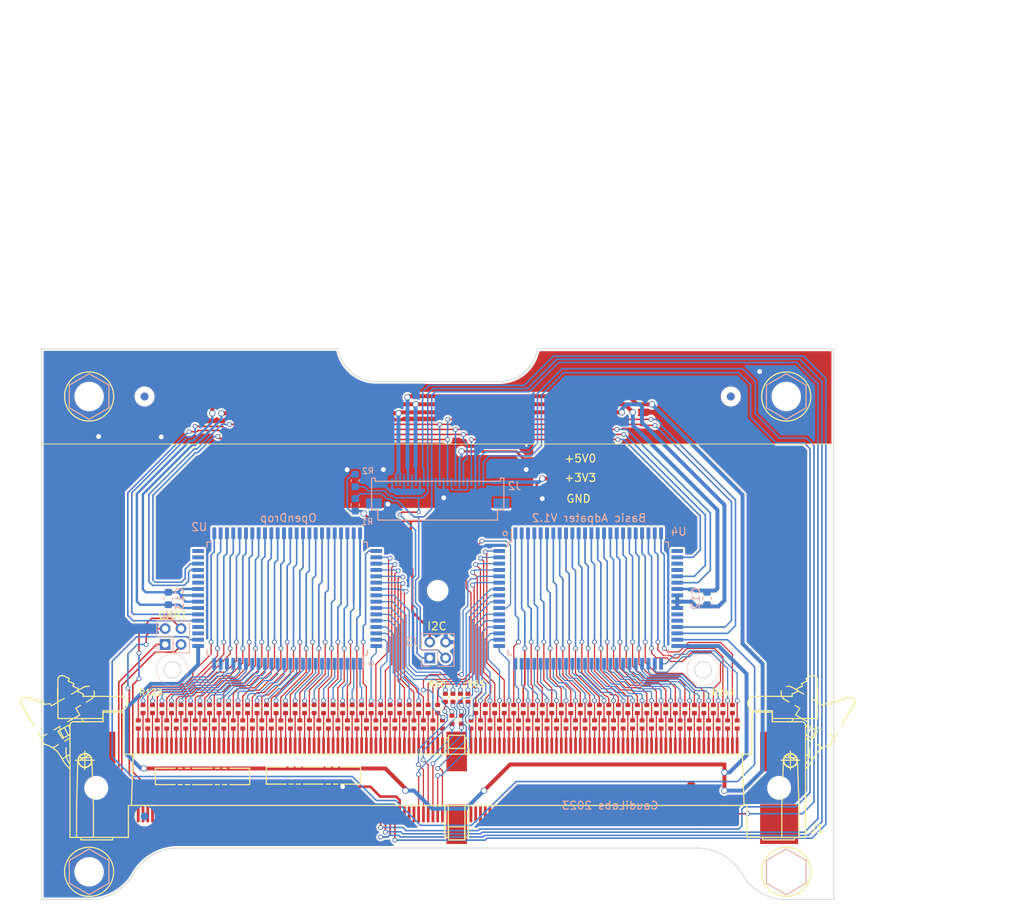
<source format=kicad_pcb>
(kicad_pcb (version 20211014) (generator pcbnew)
  (layers (0 "F.Cu" signal) (31 "B.Cu" signal) (34 "B.Paste" user) (35 "F.Paste" user) (36 "B.SilkS" user "B.Silkscreen") (37 "F.SilkS" user "F.Silkscreen") (38 "B.Mask" user) (39 "F.Mask" user) (44 "Edge.Cuts" user))
  (net 0 "")
  (net 1 "V_GND")
  (net 2 "VDD_C")
  (net 3 "GND_C")
  (net 4 "Net-(J1-Pad123)")
  (net 5 "Net-(J1-Pad124)")
  (net 6 "Net-(J1-Pad125)")
  (net 7 "Net-(J1-Pad126)")
  (net 8 "Net-(J1-Pad127)")
  (net 9 "Net-(J1-Pad128)")
  (net 10 "Net-(J1-Pad129)")
  (net 11 "Net-(J1-Pad130)")
  (net 12 "Net-(J1-Pad131)")
  (net 13 "Net-(J1-Pad132)")
  (net 14 "Net-(J1-Pad133)")
  (net 15 "Net-(J1-Pad134)")
  (net 16 "Net-(J1-Pad135)")
  (net 17 "Net-(J1-Pad136)")
  (net 18 "Net-(J1-Pad137)")
  (net 19 "Net-(J1-Pad138)")
  (net 20 "Net-(J1-Pad139)")
  (net 21 "Net-(J1-Pad140)")
  (net 22 "Net-(J1-Pad141)")
  (net 23 "Net-(J1-Pad142)")
  (net 24 "Net-(J1-Pad143)")
  (net 25 "Net-(J1-Pad144)")
  (net 26 "Net-(J1-Pad145)")
  (net 27 "Net-(J1-Pad146)")
  (net 28 "Net-(J1-Pad147)")
  (net 29 "Net-(J1-Pad148)")
  (net 30 "Net-(J1-Pad149)")
  (net 31 "Net-(J1-Pad150)")
  (net 32 "Net-(J1-Pad151)")
  (net 33 "Net-(J1-Pad152)")
  (net 34 "Net-(J1-Pad153)")
  (net 35 "Net-(J1-Pad154)")
  (net 36 "Net-(J1-Pad155)")
  (net 37 "Net-(J1-Pad156)")
  (net 38 "Net-(J1-Pad157)")
  (net 39 "Net-(J1-Pad158)")
  (net 40 "Net-(J1-Pad159)")
  (net 41 "Net-(J1-Pad160)")
  (net 42 "Net-(J1-Pad161)")
  (net 43 "Net-(J1-Pad162)")
  (net 44 "Net-(J1-Pad163)")
  (net 45 "Net-(J1-Pad164)")
  (net 46 "Net-(J1-Pad165)")
  (net 47 "Net-(J1-Pad166)")
  (net 48 "Net-(J1-Pad167)")
  (net 49 "Net-(J1-Pad168)")
  (net 50 "Net-(J1-Pad169)")
  (net 51 "Net-(J1-Pad170)")
  (net 52 "Net-(J1-Pad171)")
  (net 53 "Net-(J1-Pad172)")
  (net 54 "Net-(J1-Pad173)")
  (net 55 "Net-(J1-Pad174)")
  (net 56 "Net-(J1-Pad175)")
  (net 57 "Net-(J1-Pad176)")
  (net 58 "Net-(J1-Pad177)")
  (net 59 "Net-(J1-Pad178)")
  (net 60 "Net-(J1-Pad180)")
  (net 61 "Net-(J1-Pad186)")
  (net 62 "Net-(J1-Pad188)")
  (net 63 "Net-(J1-Pad190)")
  (net 64 "Net-(J1-Pad192)")
  (net 65 "Net-(J1-Pad193)")
  (net 66 "Net-(J1-Pad194)")
  (net 67 "Net-(J1-Pad195)")
  (net 68 "Net-(J1-Pad196)")
  (net 69 "Net-(J1-Pad197)")
  (net 70 "Net-(J1-Pad198)")
  (net 71 "Net-(J1-Pad199)")
  (net 72 "Net-(J1-Pad200)")
  (net 73 "Net-(J1-Pad201)")
  (net 74 "Net-(J1-Pad202)")
  (net 75 "Net-(J1-Pad203)")
  (net 76 "Net-(J1-Pad204)")
  (net 77 "Net-(J1-Pad205)")
  (net 78 "Net-(J1-Pad206)")
  (net 79 "Net-(J1-Pad207)")
  (net 80 "Net-(J1-Pad208)")
  (net 81 "Net-(J1-Pad209)")
  (net 82 "Net-(J1-Pad210)")
  (net 83 "Net-(J1-Pad211)")
  (net 84 "Net-(J1-Pad212)")
  (net 85 "Net-(J1-Pad213)")
  (net 86 "Net-(J1-Pad214)")
  (net 87 "Net-(J1-Pad215)")
  (net 88 "Net-(J1-Pad216)")
  (net 89 "Net-(J1-Pad217)")
  (net 90 "Net-(J1-Pad218)")
  (net 91 "Net-(J1-Pad219)")
  (net 92 "Net-(J1-Pad220)")
  (net 93 "Net-(J1-Pad221)")
  (net 94 "Net-(J1-Pad222)")
  (net 95 "Net-(J1-Pad223)")
  (net 96 "Net-(J1-Pad224)")
  (net 97 "Net-(J1-Pad225)")
  (net 98 "Net-(J1-Pad226)")
  (net 99 "Net-(J1-Pad227)")
  (net 100 "Net-(J1-Pad228)")
  (net 101 "Net-(J1-Pad229)")
  (net 102 "Net-(J1-Pad230)")
  (net 103 "Net-(J1-Pad231)")
  (net 104 "Net-(J1-Pad232)")
  (net 105 "Net-(J1-Pad233)")
  (net 106 "Net-(J1-Pad234)")
  (net 107 "Net-(J1-Pad235)")
  (net 108 "Net-(J1-Pad236)")
  (net 109 "Net-(J1-Pad237)")
  (net 110 "Net-(J1-Pad238)")
  (net 111 "Net-(J1-Pad239)")
  (net 112 "Net-(J1-Pad240)")
  (net 113 "Net-(J1-Pad241)")
  (net 114 "Net-(J1-Pad242)")
  (net 115 "Net-(J1-Pad243)")
  (net 116 "Net-(J1-Pad244)")
  (net 117 "Net-(J1-Pad179)")
  (net 118 "Net-(J1-Pad181)")
  (net 119 "Net-(J1-Pad182)")
  (net 120 "Net-(J1-Pad183)")
  (net 121 "Net-(J1-Pad184)")
  (net 122 "Net-(J1-Pad185)")
  (net 123 "Net-(J1-Pad187)")
  (net 124 "Net-(J1-Pad189)")
  (net 125 "Net-(J1-Pad191)")
  (net 126 "Net-(J1-Pad60)")
  (net 127 "Net-(J1-Pad61)")
  (net 128 "Net-(J1-Pad62)")
  (net 129 "Net-(J1-Pad63)")
  (net 130 "V_HV_C")
  (net 131 "LE_C")
  (net 132 "CLK_C")
  (net 133 "Net-(U2-Pad26)")
  (net 134 "Net-(J1-Pad64)")
  (net 135 "Net-(J1-Pad65)")
  (net 136 "SENS_PAD")
  (net 137 "GND")
  (net 138 "DI_C")
  (net 139 "BL_C")
  (net 140 "POL_C")
  (net 141 "DIG1")
  (net 142 "DIG0")
  (net 143 "+3V3")
  (net 144 "Net-(R60-Pad1)")
  (net 145 "Net-(R61-Pad1)")
  (net 146 "Net-(R62-Pad1)")
  (net 147 "Net-(R123-Pad2)")
  (net 148 "Net-(R124-Pad2)")
  (net 149 "Net-(R125-Pad2)")
  (net 150 "Net-(R126-Pad2)")
  (net 151 "Net-(R127-Pad2)")
  (net 152 "Net-(R128-Pad2)")
  (net 153 "Net-(R129-Pad2)")
  (net 154 "Net-(R130-Pad2)")
  (net 155 "Net-(R131-Pad2)")
  (net 156 "Net-(R132-Pad2)")
  (net 157 "Net-(R133-Pad2)")
  (net 158 "+5V")
  (net 159 "Net-(R134-Pad2)")
  (net 160 "Net-(R135-Pad2)")
  (net 161 "Net-(R136-Pad2)")
  (net 162 "Net-(R137-Pad2)")
  (net 163 "Net-(R138-Pad2)")
  (net 164 "Net-(R139-Pad2)")
  (net 165 "J3")
  (net 260 "Net-(R140-Pad2)")
  (net 261 "Net-(R141-Pad2)")
  (net 262 "Net-(R142-Pad2)")
  (net 263 "Net-(R63-Pad1)")
  (net 264 "Net-(R64-Pad1)")
  (net 265 "Net-(R65-Pad1)")
  (net 266 "Net-(R143-Pad2)")
  (net 267 "Net-(R144-Pad2)")
  (net 268 "Net-(R145-Pad2)")
  (net 269 "Net-(R146-Pad2)")
  (net 270 "Net-(R147-Pad2)")
  (net 271 "Net-(R148-Pad2)")
  (net 272 "Net-(R149-Pad2)")
  (net 273 "Net-(R150-Pad2)")
  (net 274 "Net-(R151-Pad2)")
  (net 275 "Net-(R152-Pad2)")
  (net 276 "Net-(R153-Pad2)")
  (net 277 "Net-(R154-Pad2)")
  (net 278 "Net-(R155-Pad2)")
  (net 279 "Net-(R156-Pad2)")
  (net 280 "Net-(R157-Pad2)")
  (net 281 "Net-(R158-Pad2)")
  (net 282 "Net-(R159-Pad2)")
  (net 283 "Net-(R160-Pad2)")
  (net 284 "Net-(R161-Pad2)")
  (net 285 "Net-(R162-Pad2)")
  (net 286 "Net-(R163-Pad2)")
  (net 287 "Net-(R164-Pad2)")
  (net 288 "Net-(R165-Pad2)")
  (net 289 "Net-(R166-Pad2)")
  (net 290 "Net-(R167-Pad2)")
  (net 291 "Net-(R168-Pad2)")
  (net 292 "Net-(R169-Pad2)")
  (net 293 "Net-(R170-Pad2)")
  (net 294 "Net-(R171-Pad2)")
  (net 295 "Net-(R172-Pad2)")
  (net 296 "Net-(R173-Pad2)")
  (net 297 "Net-(R174-Pad2)")
  (net 298 "Net-(R175-Pad2)")
  (net 299 "Net-(R176-Pad2)")
  (net 300 "Net-(R177-Pad2)")
  (net 301 "Net-(R178-Pad2)")
  (net 302 "Net-(R179-Pad2)")
  (net 303 "Net-(R180-Pad2)")
  (net 304 "Net-(R181-Pad2)")
  (net 305 "Net-(R182-Pad2)")
  (net 306 "Net-(R183-Pad2)")
  (net 307 "Net-(R184-Pad2)")
  (net 308 "Net-(R185-Pad2)")
  (net 309 "Net-(R186-Pad2)")
  (net 310 "Net-(R187-Pad2)")
  (net 311 "Net-(R188-Pad2)")
  (net 312 "Net-(R189-Pad2)")
  (net 313 "Net-(R190-Pad2)")
  (net 314 "Net-(R191-Pad2)")
  (net 315 "Net-(R192-Pad2)")
  (net 316 "Net-(R193-Pad2)")
  (net 317 "Net-(R194-Pad2)")
  (net 318 "Net-(R195-Pad2)")
  (net 319 "Net-(R196-Pad2)")
  (net 320 "Net-(R197-Pad2)")
  (net 321 "Net-(R198-Pad2)")
  (net 322 "Net-(R199-Pad2)")
  (net 323 "Net-(R200-Pad2)")
  (net 324 "Net-(R201-Pad2)")
  (net 325 "Net-(R202-Pad2)")
  (net 326 "Net-(R203-Pad2)")
  (net 327 "Net-(R204-Pad2)")
  (net 328 "Net-(R205-Pad2)")
  (net 329 "Net-(R206-Pad2)")
  (net 330 "Net-(R207-Pad2)")
  (net 331 "Net-(R208-Pad2)")
  (net 332 "Net-(R209-Pad2)")
  (net 333 "Net-(R210-Pad2)")
  (net 334 "Net-(R211-Pad2)")
  (net 335 "Net-(R212-Pad2)")
  (net 336 "Net-(R213-Pad2)")
  (net 337 "Net-(R214-Pad2)")
  (net 338 "Net-(R215-Pad2)")
  (net 339 "Net-(R216-Pad2)")
  (net 340 "Net-(R217-Pad2)")
  (net 341 "Net-(R218-Pad2)")
  (net 342 "Net-(R219-Pad2)")
  (net 343 "Net-(R220-Pad2)")
  (net 344 "Net-(R221-Pad2)")
  (net 345 "Net-(R222-Pad2)")
  (net 346 "Net-(R223-Pad2)")
  (net 347 "Net-(R224-Pad2)")
  (net 348 "Net-(R225-Pad2)")
  (net 349 "Net-(R226-Pad2)")
  (net 350 "Net-(R227-Pad2)")
  (net 351 "Net-(R228-Pad2)")
  (net 352 "Net-(R229-Pad2)")
  (net 353 "Net-(R230-Pad2)")
  (net 354 "Net-(R231-Pad2)")
  (net 355 "Net-(R232-Pad2)")
  (net 356 "Net-(R233-Pad2)")
  (net 357 "Net-(R234-Pad2)")
  (net 358 "Net-(R235-Pad2)")
  (net 359 "Net-(R236-Pad2)")
  (net 360 "Net-(R237-Pad2)")
  (net 361 "Net-(R238-Pad2)")
  (net 362 "Net-(R239-Pad2)")
  (net 363 "Net-(R240-Pad2)")
  (net 364 "Net-(R241-Pad2)")
  (net 365 "Net-(R242-Pad2)")
  (net 366 "Net-(R243-Pad2)")
  (net 367 "Net-(R244-Pad2)")
  (net 368 "J1")
  (net 369 "J2")
  (net 370 "J4")
  (net 386 "DIO_B")
  (footprint "GaudiLabsFootPrints:Measurement_Point_Square-SMD-Pad_Small" (layer "F.Cu") (at 114.986 84.36)
    (fp_text reference "+3V3")
    (fp_text value "ScrewPad2")
  )
  (footprint "GaudiLabsFootPrints:Measurement_Point_Square-SMD-Pad_Small" (layer "F.Cu") (at 114.986 86.9)
    (fp_text reference "GND1" hide)
    (fp_text value "ScrewPad2")
  )
  (footprint "GaudiLabsFootPrints:MiniDimm_06_244_200" (layer "F.Cu") (at 102.4 123.4 180)
    (fp_text reference "J1")
    (fp_text value "Mini_Dimm_244")
  )
  (footprint "GaudiLabsFootPrints:Fiducial_1mm_Dia_2.54mm_Outer_CopperBottom" (layer "F.Cu") (at 137 74)
    (fp_text reference "FID2" hide)
    (fp_text value "Fiducial")
  )
  (footprint "GaudiLabsFootPrints:Fiducial_1mm_Dia_2.54mm_Outer_CopperBottom" (layer "F.Cu") (at 132 123)
    (fp_text reference "FID3" hide)
    (fp_text value "Fiducial")
  )
  (footprint "GaudiLabsFootPrints:Fiducial_1mm_Dia_2.54mm_Outer_CopperBottom" (layer "F.Cu") (at 63 74)
    (fp_text reference "FID1" hide)
    (fp_text value "Fiducial")
  )
  (footprint "GaudiLabsFootPrints:MountingHoleM3" (layer "F.Cu") (at 56 74)
    (fp_text reference "H1" hide)
    (fp_text value "MountingHole")
  )
  (footprint "GaudiLabsFootPrints:MountingHoleM3" (layer "F.Cu") (at 144 74)
    (fp_text reference "H2" hide)
    (fp_text value "MountingHole")
  )
  (footprint "GaudiLabsFootPrints:MountingHoleM3" (layer "F.Cu") (at 56 134)
    (fp_text reference "H3" hide)
    (fp_text value "MountingHole")
  )
  (footprint "GaudiLabsFootPrints:MountingHoleM3" (layer "F.Cu") (at 144 134)
    (fp_text reference "H4" hide)
    (fp_text value "MountingHole")
  )
  (footprint "Resistor_SMD:R_0402_1005Metric" (layer "F.Cu") (at 89.2 113.45 90)
    (fp_text reference "R168" hide)
    (fp_text value "300k")
  )
  (footprint "Resistor_SMD:R_0402_1005Metric" (layer "F.Cu") (at 97 115.4 90)
    (fp_text reference "R181" hide)
    (fp_text value "300k")
  )
  (footprint "Resistor_SMD:R_0402_1005Metric" (layer "F.Cu") (at 98.8 113.45 90)
    (fp_text reference "R184" hide)
    (fp_text value "300k")
  )
  (footprint "Resistor_SMD:R_0402_1005Metric" (layer "F.Cu") (at 82 113.45 90)
    (fp_text reference "R156" hide)
    (fp_text value "300k")
  )
  (footprint "Resistor_SMD:R_0402_1005Metric" (layer "F.Cu") (at 107.8 115.4 90)
    (fp_text reference "R194" hide)
    (fp_text value "300k")
  )
  (footprint "Resistor_SMD:R_0402_1005Metric" (layer "F.Cu") (at 115.6 113.45 90)
    (fp_text reference "R207" hide)
    (fp_text value "300k")
  )
  (footprint "Resistor_SMD:R_0402_1005Metric" (layer "F.Cu") (at 125.2 113.45 90)
    (fp_text reference "R223" hide)
    (fp_text value "300k")
  )
  (footprint "Resistor_SMD:R_0402_1005Metric" (layer "F.Cu") (at 64 113.45 90)
    (fp_text reference "R126" hide)
    (fp_text value "300k")
  )
  (footprint "Resistor_SMD:R_0402_1005Metric" (layer "F.Cu") (at 131.2 113.45 90)
    (fp_text reference "R233" hide)
    (fp_text value "300k")
  )
  (footprint "Resistor_SMD:R_0402_1005Metric" (layer "F.Cu") (at 84.4 113.45 90)
    (fp_text reference "R160" hide)
    (fp_text value "300k")
  )
  (footprint "Resistor_SMD:R_0402_1005Metric" (layer "F.Cu") (at 105.4 115.4 90)
    (fp_text reference "R190" hide)
    (fp_text value "300k")
  )
  (footprint "Resistor_SMD:R_0402_1005Metric" (layer "F.Cu") (at 89.8 115.4 90)
    (fp_text reference "R169" hide)
    (fp_text value "300k")
  )
  (footprint "Resistor_SMD:R_0402_1005Metric" (layer "F.Cu") (at 82.6 115.4 90)
    (fp_text reference "R157" hide)
    (fp_text value "300k")
  )
  (footprint "Resistor_SMD:R_0402_1005Metric" (layer "F.Cu") (at 116.8 113.45 90)
    (fp_text reference "R209" hide)
    (fp_text value "300k")
  )
  (footprint "Resistor_SMD:R_0402_1005Metric" (layer "F.Cu") (at 114.4 113.45 90)
    (fp_text reference "R205" hide)
    (fp_text value "300k")
  )
  (footprint "Resistor_SMD:R_0402_1005Metric" (layer "F.Cu") (at 83.2 113.45 90)
    (fp_text reference "R158" hide)
    (fp_text value "300k")
  )
  (footprint "MountingHole:MountingHole_2.2mm_M2" (layer "F.Cu") (at 100 98.5)
    (fp_text reference "H5" hide)
    (fp_text value "MountingHole_2.2mm_M2")
  )
  (footprint "Resistor_SMD:R_0402_1005Metric" (layer "F.Cu") (at 67 115.4 90)
    (fp_text reference "R131" hide)
    (fp_text value "300k")
  )
  (footprint "Resistor_SMD:R_0402_1005Metric" (layer "F.Cu") (at 113.2 113.45 90)
    (fp_text reference "R203" hide)
    (fp_text value "300k")
  )
  (footprint "Resistor_SMD:R_0402_1005Metric" (layer "F.Cu") (at 134.8 113.45 90)
    (fp_text reference "R239" hide)
    (fp_text value "300k")
  )
  (footprint "Resistor_SMD:R_0402_1005Metric" (layer "F.Cu") (at 77.2 113.45 90)
    (fp_text reference "R148" hide)
    (fp_text value "300k")
  )
  (footprint "Resistor_SMD:R_0402_1005Metric" (layer "F.Cu") (at 91 115.4 90)
    (fp_text reference "R171" hide)
    (fp_text value "300k")
  )
  (footprint "Resistor_SMD:R_0402_1005Metric" (layer "F.Cu") (at 95.8 115.4 90)
    (fp_text reference "R179" hide)
    (fp_text value "300k")
  )
  (footprint "Resistor_SMD:R_0402_1005Metric" (layer "F.Cu") (at 135.4 115.4 90)
    (fp_text reference "R240" hide)
    (fp_text value "300k")
  )
  (footprint "Resistor_SMD:R_0402_1005Metric" (layer "F.Cu") (at 76.6 115.4 90)
    (fp_text reference "R147" hide)
    (fp_text value "300k")
  )
  (footprint "Resistor_SMD:R_0402_1005Metric" (layer "F.Cu") (at 72.4 113.45 90)
    (fp_text reference "R140" hide)
    (fp_text value "300k")
  )
  (footprint "Resistor_SMD:R_0402_1005Metric" (layer "F.Cu") (at 98.2 115.4 90)
    (fp_text reference "R183" hide)
    (fp_text value "300k")
  )
  (footprint "Resistor_SMD:R_0402_1005Metric" (layer "F.Cu") (at 86.8 113.45 90)
    (fp_text reference "R164" hide)
    (fp_text value "300k")
  )
  (footprint "Resistor_SMD:R_0402_1005Metric" (layer "F.Cu") (at 67.6 113.45 90)
    (fp_text reference "R132" hide)
    (fp_text value "300k")
  )
  (footprint "Resistor_SMD:R_0402_1005Metric" (layer "F.Cu") (at 91.6 113.45 90)
    (fp_text reference "R172" hide)
    (fp_text value "300k")
  )
  (footprint "Resistor_SMD:R_0402_1005Metric" (layer "F.Cu") (at 121.6 113.45 90)
    (fp_text reference "R217" hide)
    (fp_text value "300k")
  )
  (footprint "Resistor_SMD:R_0402_1005Metric" (layer "F.Cu") (at 126.4 113.45 90)
    (fp_text reference "R225" hide)
    (fp_text value "300k")
  )
  (footprint "Resistor_SMD:R_0402_1005Metric" (layer "F.Cu") (at 66.4 113.45 90)
    (fp_text reference "R130" hide)
    (fp_text value "300k")
  )
  (footprint "Resistor_SMD:R_0402_1005Metric" (layer "F.Cu") (at 71.2 113.45 90)
    (fp_text reference "R138" hide)
    (fp_text value "300k")
  )
  (footprint "Resistor_SMD:R_0402_1005Metric" (layer "F.Cu") (at 99.4 115.4 90)
    (fp_text reference "R185" hide)
    (fp_text value "300k")
  )
  (footprint "Resistor_SMD:R_0402_1005Metric" (layer "F.Cu") (at 112.6 115.4 90)
    (fp_text reference "R202" hide)
    (fp_text value "300k")
  )
  (footprint "Resistor_SMD:R_0402_1005Metric" (layer "F.Cu") (at 134.2 115.4 90)
    (fp_text reference "R238" hide)
    (fp_text value "300k")
  )
  (footprint "Resistor_SMD:R_0402_1005Metric" (layer "F.Cu") (at 76 113.45 90)
    (fp_text reference "R146" hide)
    (fp_text value "300k")
  )
  (footprint "Resistor_SMD:R_0402_1005Metric" (layer "F.Cu") (at 113.8 115.4 90)
    (fp_text reference "R204" hide)
    (fp_text value "300k")
  )
  (footprint "Resistor_SMD:R_0402_1005Metric" (layer "F.Cu") (at 94 113.45 90)
    (fp_text reference "R176" hide)
    (fp_text value "300k")
  )
  (footprint "Resistor_SMD:R_0402_1005Metric" (layer "F.Cu") (at 125.8 115.4 90)
    (fp_text reference "R224" hide)
    (fp_text value "300k")
  )
  (footprint "Resistor_SMD:R_0402_1005Metric" (layer "F.Cu") (at 87.4 115.4 90)
    (fp_text reference "R165" hide)
    (fp_text value "300k")
  )
  (footprint "Resistor_SMD:R_0402_1005Metric" (layer "F.Cu") (at 117.4 115.4 90)
    (fp_text reference "R210" hide)
    (fp_text value "300k")
  )
  (footprint "Resistor_SMD:R_0402_1005Metric" (layer "F.Cu") (at 132.4 113.45 90)
    (fp_text reference "R235" hide)
    (fp_text value "300k")
  )
  (footprint "Resistor_SMD:R_0402_1005Metric" (layer "F.Cu") (at 70.6 115.4 90)
    (fp_text reference "R137" hide)
    (fp_text value "300k")
  )
  (footprint "Resistor_SMD:R_0402_1005Metric" (layer "F.Cu") (at 122.2 115.4 90)
    (fp_text reference "R218" hide)
    (fp_text value "300k")
  )
  (footprint "Resistor_SMD:R_0402_1005Metric" (layer "F.Cu") (at 81.4 115.4 90)
    (fp_text reference "R155" hide)
    (fp_text value "300k")
  )
  (footprint "Resistor_SMD:R_0402_1005Metric" (layer "F.Cu") (at 74.2 115.4 90)
    (fp_text reference "R143" hide)
    (fp_text value "300k")
  )
  (footprint "Resistor_SMD:R_0402_1005Metric" (layer "F.Cu") (at 94.6 115.4 90)
    (fp_text reference "R177" hide)
    (fp_text value "300k")
  )
  (footprint "Resistor_SMD:R_0402_1005Metric" (layer "F.Cu") (at 127 115.4 90)
    (fp_text reference "R226" hide)
    (fp_text value "300k")
  )
  (footprint "Resistor_SMD:R_0402_1005Metric" (layer "F.Cu") (at 77.8 115.4 90)
    (fp_text reference "R149" hide)
    (fp_text value "300k")
  )
  (footprint "Resistor_SMD:R_0402_1005Metric" (layer "F.Cu") (at 97.6 113.45 90)
    (fp_text reference "R182" hide)
    (fp_text value "300k")
  )
  (footprint "Resistor_SMD:R_0402_1005Metric" (layer "F.Cu") (at 103.825 112.035 -90)
    (fp_text reference "R64" hide)
    (fp_text value "300k")
  )
  (footprint "Resistor_SMD:R_0402_1005Metric" (layer "F.Cu") (at 130.6 115.4 90)
    (fp_text reference "R232" hide)
    (fp_text value "300k")
  )
  (footprint "Resistor_SMD:R_0402_1005Metric" (layer "F.Cu") (at 73 115.4 90)
    (fp_text reference "R141" hide)
    (fp_text value "300k")
  )
  (footprint "Resistor_SMD:R_0402_1005Metric" (layer "F.Cu") (at 95.2 113.45 90)
    (fp_text reference "R178" hide)
    (fp_text value "300k")
  )
  (footprint "Resistor_SMD:R_0402_1005Metric" (layer "F.Cu") (at 79.6 113.45 90)
    (fp_text reference "R152" hide)
    (fp_text value "300k")
  )
  (footprint "Resistor_SMD:R_0402_1005Metric" (layer "F.Cu") (at 85 115.4 90)
    (fp_text reference "R161" hide)
    (fp_text value "300k")
  )
  (footprint "Resistor_SMD:R_0402_1005Metric" (layer "F.Cu") (at 62.8 113.45 90)
    (fp_text reference "R124" hide)
    (fp_text value "300k")
  )
  (footprint "GaudiLabsFootPrints:Measurement_Point_Square-SMD-Pad_Small" (layer "F.Cu") (at 115 81.82)
    (fp_text reference "+5V1" hide)
    (fp_text value "ScrewPad2")
  )
  (footprint "Resistor_SMD:R_0402_1005Metric" (layer "F.Cu") (at 69.4 115.4 90)
    (fp_text reference "R135" hide)
    (fp_text value "300k")
  )
  (footprint "Resistor_SMD:R_0402_1005Metric" (layer "F.Cu") (at 124 113.45 90)
    (fp_text reference "R221" hide)
    (fp_text value "300k")
  )
  (footprint "Resistor_SMD:R_0402_1005Metric" (layer "F.Cu") (at 63.4 115.4 90)
    (fp_text reference "R125" hide)
    (fp_text value "300k")
  )
  (footprint "Resistor_SMD:R_0402_1005Metric" (layer "F.Cu") (at 74.8 113.45 90)
    (fp_text reference "R144" hide)
    (fp_text value "300k")
  )
  (footprint "Resistor_SMD:R_0402_1005Metric" (layer "F.Cu") (at 73.6 113.45 90)
    (fp_text reference "R142" hide)
    (fp_text value "300k")
  )
  (footprint "Resistor_SMD:R_0402_1005Metric" (layer "F.Cu") (at 136.6 115.4 90)
    (fp_text reference "R242" hide)
    (fp_text value "300k")
  )
  (footprint "Resistor_SMD:R_0402_1005Metric" (layer "F.Cu") (at 106 113.45 90)
    (fp_text reference "R191" hide)
    (fp_text value "300k")
  )
  (footprint "Resistor_SMD:R_0402_1005Metric" (layer "F.Cu") (at 80.8 113.45 90)
    (fp_text reference "R154" hide)
    (fp_text value "300k")
  )
  (footprint "Resistor_SMD:R_0402_1005Metric" (layer "F.Cu") (at 118 113.45 90)
    (fp_text reference "R211" hide)
    (fp_text value "300k")
  )
  (footprint "Resistor_SMD:R_0402_1005Metric" (layer "F.Cu") (at 128.2 115.4 90)
    (fp_text reference "R228" hide)
    (fp_text value "300k")
  )
  (footprint "Resistor_SMD:R_0402_1005Metric" (layer "F.Cu") (at 71.8 115.4 90)
    (fp_text reference "R139" hide)
    (fp_text value "300k")
  )
  (footprint "Resistor_SMD:R_0402_1005Metric" (layer "F.Cu") (at 118.6 115.4 90)
    (fp_text reference "R212" hide)
    (fp_text value "300k")
  )
  (footprint "Resistor_SMD:R_0402_1005Metric" (layer "F.Cu") (at 120.4 113.45 90)
    (fp_text reference "R215" hide)
    (fp_text value "300k")
  )
  (footprint "Resistor_SMD:R_0402_1005Metric" (layer "F.Cu") (at 75.4 115.4 90)
    (fp_text reference "R145" hide)
    (fp_text value "300k")
  )
  (footprint "Resistor_SMD:R_0402_1005Metric" (layer "F.Cu") (at 103 114.8 -90)
    (fp_text reference "R63" hide)
    (fp_text value "300k")
  )
  (footprint "Resistor_SMD:R_0402_1005Metric" (layer "F.Cu") (at 92.2 115.4 90)
    (fp_text reference "R173" hide)
    (fp_text value "300k")
  )
  (footprint "Resistor_SMD:R_0402_1005Metric" (layer "F.Cu") (at 65.8 115.4 90)
    (fp_text reference "R129" hide)
    (fp_text value "300k")
  )
  (footprint "Resistor_SMD:R_0402_1005Metric" (layer "F.Cu") (at 88 113.45 90)
    (fp_text reference "R166" hide)
    (fp_text value "300k")
  )
  (footprint "Resistor_SMD:R_0402_1005Metric" (layer "F.Cu") (at 85.6 113.45 90)
    (fp_text reference "R162" hide)
    (fp_text value "300k")
  )
  (footprint "Resistor_SMD:R_0402_1005Metric" (layer "F.Cu") (at 119.2 113.45 90)
    (fp_text reference "R213" hide)
    (fp_text value "300k")
  )
  (footprint "Resistor_SMD:R_0402_1005Metric" (layer "F.Cu") (at 127.6 113.45 90)
    (fp_text reference "R227" hide)
    (fp_text value "300k")
  )
  (footprint "Resistor_SMD:R_0402_1005Metric" (layer "F.Cu") (at 90.4 113.45 90)
    (fp_text reference "R170" hide)
    (fp_text value "300k")
  )
  (footprint "Resistor_SMD:R_0402_1005Metric" (layer "F.Cu") (at 101.8 114.8 -90)
    (fp_text reference "R60" hide)
    (fp_text value "300k")
  )
  (footprint "Resistor_SMD:R_0402_1005Metric" (layer "F.Cu") (at 86.2 115.4 90)
    (fp_text reference "R163" hide)
    (fp_text value "300k")
  )
  (footprint "Resistor_SMD:R_0402_1005Metric" (layer "F.Cu") (at 110.2 115.4 90)
    (fp_text reference "R198" hide)
    (fp_text value "300k")
  )
  (footprint "Resistor_SMD:R_0402_1005Metric" (layer "F.Cu") (at 100 113.45 90)
    (fp_text reference "R186" hide)
    (fp_text value "300k")
  )
  (footprint "Resistor_SMD:R_0402_1005Metric" (layer "F.Cu") (at 106.6 115.4 90)
    (fp_text reference "R192" hide)
    (fp_text value "300k")
  )
  (footprint "Resistor_SMD:R_0402_1005Metric" (layer "F.Cu") (at 108.4 113.45 90)
    (fp_text reference "R195" hide)
    (fp_text value "300k")
  )
  (footprint "Resistor_SMD:R_0402_1005Metric" (layer "F.Cu") (at 96.4 113.45 90)
    (fp_text reference "R180" hide)
    (fp_text value "300k")
  )
  (footprint "Resistor_SMD:R_0402_1005Metric" (layer "F.Cu") (at 64.6 115.4 90)
    (fp_text reference "R127" hide)
    (fp_text value "300k")
  )
  (footprint "Resistor_SMD:R_0402_1005Metric" (layer "F.Cu") (at 115 115.4 90)
    (fp_text reference "R206" hide)
    (fp_text value "300k")
  )
  (footprint "Resistor_SMD:R_0402_1005Metric" (layer "F.Cu") (at 136 113.45 90)
    (fp_text reference "R241" hide)
    (fp_text value "300k")
  )
  (footprint "Resistor_SMD:R_0402_1005Metric" (layer "F.Cu") (at 79 115.4 90)
    (fp_text reference "R151" hide)
    (fp_text value "300k")
  )
  (footprint "Resistor_SMD:R_0402_1005Metric" (layer "F.Cu") (at 110.8 113.45 90)
    (fp_text reference "R199" hide)
    (fp_text value "300k")
  )
  (footprint "Resistor_SMD:R_0402_1005Metric" (layer "F.Cu") (at 109.6 113.45 90)
    (fp_text reference "R197" hide)
    (fp_text value "300k")
  )
  (footprint "Resistor_SMD:R_0402_1005Metric" (layer "F.Cu") (at 88.6 115.4 90)
    (fp_text reference "R167" hide)
    (fp_text value "300k")
  )
  (footprint "Resistor_SMD:R_0402_1005Metric" (layer "F.Cu") (at 131.8 115.4 90)
    (fp_text reference "R234" hide)
    (fp_text value "300k")
  )
  (footprint "Resistor_SMD:R_0402_1005Metric" (layer "F.Cu") (at 100.6 115.4 90)
    (fp_text reference "R187" hide)
    (fp_text value "300k")
  )
  (footprint "Resistor_SMD:R_0402_1005Metric" (layer "F.Cu") (at 70 113.45 90)
    (fp_text reference "R136" hide)
    (fp_text value "300k")
  )
  (footprint "Resistor_SMD:R_0402_1005Metric" (layer "F.Cu") (at 137.2 113.45 90)
    (fp_text reference "R243" hide)
    (fp_text value "300k")
  )
  (footprint "Resistor_SMD:R_0402_1005Metric" (layer "F.Cu") (at 122.8 113.45 90)
    (fp_text reference "R219" hide)
    (fp_text value "300k")
  )
  (footprint "Resistor_SMD:R_0402_1005Metric" (layer "F.Cu") (at 68.8 113.45 90)
    (fp_text reference "R134" hide)
    (fp_text value "300k")
  )
  (footprint "Resistor_SMD:R_0402_1005Metric" (layer "F.Cu") (at 111.4 115.4 90)
    (fp_text reference "R200" hide)
    (fp_text value "300k")
  )
  (footprint "Resistor_SMD:R_0402_1005Metric" (layer "F.Cu") (at 80.2 115.4 90)
    (fp_text reference "R153" hide)
    (fp_text value "300k")
  )
  (footprint "Resistor_SMD:R_0402_1005Metric" (layer "F.Cu") (at 101.925 112.035 -90)
    (fp_text reference "R62" hide)
    (fp_text value "300k")
  )
  (footprint "Resistor_SMD:R_0402_1005Metric" (layer "F.Cu") (at 68.2 115.4 90)
    (fp_text reference "R133" hide)
    (fp_text value "300k")
  )
  (footprint "Resistor_SMD:R_0402_1005Metric" (layer "F.Cu") (at 128.8 113.45 90)
    (fp_text reference "R229" hide)
    (fp_text value "300k")
  )
  (footprint "Resistor_SMD:R_0402_1005Metric" (layer "F.Cu") (at 137.8 115.4 90)
    (fp_text reference "R244" hide)
    (fp_text value "300k")
  )
  (footprint "Resistor_SMD:R_0402_1005Metric" (layer "F.Cu") (at 121 115.4 90)
    (fp_text reference "R216" hide)
    (fp_text value "300k")
  )
  (footprint "Resistor_SMD:R_0402_1005Metric" (layer "F.Cu") (at 116.2 115.4 90)
    (fp_text reference "R208" hide)
    (fp_text value "300k")
  )
  (footprint "Resistor_SMD:R_0402_1005Metric" (layer "F.Cu") (at 104.2 115.4 90)
    (fp_text reference "R188" hide)
    (fp_text value "300k")
  )
  (footprint "Resistor_SMD:R_0402_1005Metric" (layer "F.Cu") (at 119.8 115.4 90)
    (fp_text reference "R214" hide)
    (fp_text value "300k")
  )
  (footprint "Resistor_SMD:R_0402_1005Metric" (layer "F.Cu") (at 93.4 115.4 90)
    (fp_text reference "R175" hide)
    (fp_text value "300k")
  )
  (footprint "Resistor_SMD:R_0402_1005Metric" (layer "F.Cu") (at 109 115.4 90)
    (fp_text reference "R196" hide)
    (fp_text value "300k")
  )
  (footprint "Resistor_SMD:R_0402_1005Metric" (layer "F.Cu") (at 107.2 113.45 90)
    (fp_text reference "R193" hide)
    (fp_text value "300k")
  )
  (footprint "Resistor_SMD:R_0402_1005Metric" (layer "F.Cu") (at 130 113.45 90)
    (fp_text reference "R231" hide)
    (fp_text value "300k")
  )
  (footprint "Resistor_SMD:R_0402_1005Metric" (layer "F.Cu") (at 129.4 115.4 90)
    (fp_text reference "R230" hide)
    (fp_text value "300k")
  )
  (footprint "Resistor_SMD:R_0402_1005Metric" (layer "F.Cu") (at 104.8 113.45 90)
    (fp_text reference "R189" hide)
    (fp_text value "300k")
  )
  (footprint "Resistor_SMD:R_0402_1005Metric" (layer "F.Cu") (at 78.4 113.45 90)
    (fp_text reference "R150" hide)
    (fp_text value "300k")
  )
  (footprint "Resistor_SMD:R_0402_1005Metric" (layer "F.Cu") (at 102.875 112.035 -90)
    (fp_text reference "R65" hide)
    (fp_text value "300k")
  )
  (footprint "Resistor_SMD:R_0402_1005Metric" (layer "F.Cu") (at 133.6 113.45 90)
    (fp_text reference "R237" hide)
    (fp_text value "300k")
  )
  (footprint "Resistor_SMD:R_0402_1005Metric" (layer "F.Cu") (at 92.8 113.45 90)
    (fp_text reference "R174" hide)
    (fp_text value "300k")
  )
  (footprint "Resistor_SMD:R_0402_1005Metric" (layer "F.Cu") (at 83.8 115.4 90)
    (fp_text reference "R159" hide)
    (fp_text value "300k")
  )
  (footprint "Resistor_SMD:R_0402_1005Metric" (layer "F.Cu") (at 100.975 112.035 -90)
    (fp_text reference "R61" hide)
    (fp_text value "300k")
  )
  (footprint "Resistor_SMD:R_0402_1005Metric" (layer "F.Cu") (at 123.4 115.4 90)
    (fp_text reference "R220" hide)
    (fp_text value "300k")
  )
  (footprint "Resistor_SMD:R_0402_1005Metric" (layer "F.Cu") (at 112 113.45 90)
    (fp_text reference "R201" hide)
    (fp_text value "300k")
  )
  (footprint "Resistor_SMD:R_0402_1005Metric" (layer "F.Cu") (at 62.2 115.4 90)
    (fp_text reference "R123" hide)
    (fp_text value "300k")
  )
  (footprint "Resistor_SMD:R_0402_1005Metric" (layer "F.Cu") (at 133 115.4 90)
    (fp_text reference "R236" hide)
    (fp_text value "300k")
  )
  (footprint "Resistor_SMD:R_0402_1005Metric" (layer "F.Cu") (at 65.2 113.45 90)
    (fp_text reference "R128" hide)
    (fp_text value "300k")
  )
  (footprint "Resistor_SMD:R_0402_1005Metric" (layer "F.Cu") (at 124.6 115.4 90)
    (fp_text reference "R222" hide)
    (fp_text value "300k")
  )
  (footprint "GaudiLabsFootPrints:FFC_MOLEX_EASYON_05mm_24" (layer "B.Cu") (at 100 85 180)
    (fp_text reference "J2")
    (fp_text value "Conn_01x24_Female")
  )
  (footprint "GaudiLabsFootPrints:PQFP-80_14x20mm_Pitch0.8mm" (layer "B.Cu") (at 119 99.5 -90)
    (fp_text reference "U4")
    (fp_text value "HV507")
  )
  (footprint "Capacitor_SMD:C_0603_1608Metric" (layer "B.Cu") (at 134 99.5 -90)
    (fp_text reference "C12")
    (fp_text value "100nF")
  )
  (footprint "Capacitor_SMD:C_0603_1608Metric" (layer "B.Cu") (at 66 99.5 90)
    (fp_text reference "C13")
    (fp_text value "100nF")
  )
  (footprint "Connector_PinHeader_2.00mm:PinHeader_2x02_P2.00mm_Vertical" (layer "B.Cu") (at 99 107)
    (fp_text reference "J3")
    (fp_text value "Conn_02x02_Top_Bottom")
  )
  (footprint "Connector_PinHeader_2.00mm:PinHeader_2x02_P2.00mm_Vertical" (layer "B.Cu") (at 65.6 105.3)
    (fp_text reference "J4")
    (fp_text value "Conn_02x02_Top_Bottom")
  )
  (footprint "Resistor_SMD:R_0603_1608Metric" (layer "B.Cu") (at 89.586 87.681 90)
    (fp_text reference "R1")
    (fp_text value "10k")
  )
  (footprint "Resistor_SMD:R_0603_1608Metric" (layer "B.Cu") (at 89.586 84.6075 -90)
    (fp_text reference "R2")
    (fp_text value "10k")
  )
  (footprint "GaudiLabsFootPrints:PQFP-80_14x20mm_Pitch0.8mm" (layer "B.Cu") (at 81 99.5 90)
    (fp_text reference "U2")
    (fp_text value "HV507")
  )
  (footprint "GaudiLabsFootPrints:Fiducial_1mm_Dia_2.54mm_Outer_CopperBottom" (layer "B.Cu") (at 63 74)
    (fp_text reference "FID4" hide)
    (fp_text value "Fiducial")
  )
  (footprint "GaudiLabsFootPrints:Fiducial_1mm_Dia_2.54mm_Outer_CopperBottom" (layer "B.Cu") (at 137 74)
    (fp_text reference "FID5" hide)
    (fp_text value "Fiducial")
  )
  (footprint "GaudiLabsFootPrints:Fiducial_1mm_Dia_2.54mm_Outer_CopperBottom" (layer "B.Cu") (at 63 127)
    (fp_text reference "FID6" hide)
    (fp_text value "Fiducial")
  )
  (gr_circle (center 108.509 91.3005) (end 108.778408 91.3005) (layer "B.SilkS") (width 0.15) (fill none))
  (gr_circle (center 91.618 107.6835) (end 91.887408 107.6835) (layer "B.SilkS") (width 0.15) (fill none))
  (gr_circle (center 133.5 108.5) (end 135.5 108.5) (layer "B.SilkS") (width 0.05) (fill none))
  (gr_circle (center 66.5 108.5) (end 68.5 108.5) (layer "B.SilkS") (width 0.05) (fill none))
  (gr_line (start 50 80) (end 150 80) (layer "F.SilkS") (width 0.1))
  (gr_line (start 112.6 67.98) (end 150 67.98) (layer "Edge.Cuts") (width 0.1))
  (gr_circle (center 66.5 108.5) (end 67.55 108.5) (layer "Edge.Cuts") (width 0.1) (fill none))
  (gr_circle (center 133.5 108.5) (end 134.55 108.5) (layer "Edge.Cuts") (width 0.1) (fill none))
  (gr_line (start 87.44 67.98) (end 87.427 68.027) (layer "Edge.Cuts") (width 0.1))
  (gr_line (start 112.573 68.027) (end 112.6 67.98) (layer "Edge.Cuts") (width 0.1))
  (gr_arc (start 132.750417 130.999277) (mid 136.000723 131.870417) (end 138.38 134.25) (layer "Edge.Cuts") (width 0.1))
  (gr_line (start 138.38 134.25) (end 138.375417 134.257937) (layer "Edge.Cuts") (width 0.1))
  (gr_line (start 61.629165 134.25) (end 61.620835 134.25) (layer "Edge.Cuts") (width 0.1))
  (gr_arc (start 112.573 68.027) (mid 110.902426 70.96929) (end 107.721247 72.121673) (layer "Edge.Cuts") (width 0.1))
  (gr_line (start 144 137.5) (end 150 137.5) (layer "Edge.Cuts") (width 0.1))
  (gr_line (start 50 137.5) (end 50 67.98) (layer "Edge.Cuts") (width 0.1))
  (gr_arc (start 92.278753 72.121673) (mid 89.097574 70.969289) (end 87.427 68.027) (layer "Edge.Cuts") (width 0.1))
  (gr_arc (start 61.620835 134.25) (mid 64 131.870835) (end 67.25 131) (layer "Edge.Cuts") (width 0.1))
  (gr_line (start 87.44 67.98) (end 50 67.98) (layer "Edge.Cuts") (width 0.1))
  (gr_line (start 92.278 72.1216) (end 107.72 72.1216) (layer "Edge.Cuts") (width 0.1))
  (gr_arc (start 144 137.5) (mid 140.753354 136.63252) (end 138.375417 134.257937) (layer "Edge.Cuts") (width 0.1))
  (gr_line (start 67.25 131) (end 132.75 131) (layer "Edge.Cuts") (width 0.1))
  (gr_line (start 150 137.5) (end 150 67.98) (layer "Edge.Cuts") (width 0.1))
  (gr_arc (start 61.629165 134.25) (mid 59.25 136.629165) (end 56 137.5) (layer "Edge.Cuts") (width 0.1))
  (gr_line (start 56 137.5) (end 50 137.5) (layer "Edge.Cuts") (width 0.1))
  (gr_text "OpenDrop" (at 81.1532 89.332) (layer "B.SilkS") (effects (font (size 1 1)) (justify mirror)))
  (gr_text "GaudiLabs 2023" (at 121.7678 125.6286) (layer "B.SilkS") (effects (font (size 1 1)) (justify mirror)))
  (gr_text "Basic Adpater V1.2" (at 119.1 89.332) (layer "B.SilkS") (effects (font (size 1 1)) (justify mirror)))
  (gr_text "..R65" (at 104.5 110.3) (layer "F.SilkS") (effects (font (size 0.76 0.76) (thickness 0.128))))
  (gr_text "+5V0" (at 118 81.82) (layer "F.SilkS") (effects (font (size 1 1))))
  (gr_text "CART" (at 66.5355 101.651) (layer "F.SilkS") (effects (font (size 1 1))))
  (gr_text "GND" (at 117.78 86.9) (layer "F.SilkS") (effects (font (size 1 1))))
  (gr_text "R60.." (at 100.3 110.3) (layer "F.SilkS") (effects (font (size 0.76 0.76) (thickness 0.128))))
  (gr_text "I2C" (at 99.9 103) (layer "F.SilkS") (effects (font (size 1 1))))
  (gr_text "..R244" (at 135.7 111.35) (layer "F.SilkS") (effects (font (size 0.76 0.76) (thickness 0.128))))
  (gr_text "R123.." (at 64.15 111.35) (layer "F.SilkS") (effects (font (size 0.76 0.76) (thickness 0.128))))
  (segment (start 139.116 126.67) (end 137.88 126.67) (width 0.2) (layer "F.Cu") (net 1))
  (segment (start 137.8 126.75) (end 137.2 126.75) (width 0.2) (layer "F.Cu") (net 1))
  (segment (start 137.88 126.67) (end 137.8 126.75) (width 0.2) (layer "F.Cu") (net 1))
  (via (at 139.116 126.67) (size 0.6) (drill 0.4) (layers "F.Cu" "B.Cu") (net 1))
  (segment (start 144.323 126.67) (end 139.116 126.67) (width 0.2) (layer "B.Cu") (net 1))
  (segment (start 147.5 125.2) (end 146.03 126.67) (width 0.2) (layer "B.Cu") (net 1))
  (segment (start 146.03 126.67) (end 144.323 126.67) (width 0.2) (layer "B.Cu") (net 1))
  (segment (start 106 81) (end 111.5 81) (width 0.2) (layer "B.Cu") (net 1))
  (segment (start 105.25 84.8) (end 105.25 81.75) (width 0.2) (layer "B.Cu") (net 1))
  (segment (start 105.25 81.75) (end 106 81) (width 0.2) (layer "B.Cu") (net 1))
  (segment (start 111.5 81) (end 112.6 79.9) (width 0.2) (layer "B.Cu") (net 1))
  (segment (start 112.6 73.6) (end 115.7 70.5) (width 0.2) (layer "B.Cu") (net 1))
  (segment (start 138.5 70.5) (end 140.1 72.1) (width 0.2) (layer "B.Cu") (net 1))
  (segment (start 143.15 79.25) (end 146.55 79.25) (width 0.2) (layer "B.Cu") (net 1))
  (segment (start 140.1 72.1) (end 140.1 76.2) (width 0.2) (layer "B.Cu") (net 1))
  (segment (start 112.6 79.9) (end 112.6 73.6) (width 0.2) (layer "B.Cu") (net 1))
  (segment (start 140.1 76.2) (end 143.15 79.25) (width 0.2) (layer "B.Cu") (net 1))
  (segment (start 146.55 79.25) (end 147.5 80.2) (width 0.2) (layer "B.Cu") (net 1))
  (segment (start 147.5 80.2) (end 147.5 125.2) (width 0.2) (layer "B.Cu") (net 1))
  (segment (start 115.7 70.5) (end 138.5 70.5) (width 0.2) (layer "B.Cu") (net 1))
  (segment (start 71.552 76.124) (end 71.552 75.489) (width 0.5) (layer "F.Cu") (net 2))
  (segment (start 124.638 75.997) (end 123.622 74.981) (width 0.5) (layer "F.Cu") (net 2))
  (segment (start 97.206 74.981) (end 123.622 74.981) (width 0.5) (layer "F.Cu") (net 2))
  (segment (start 71.552 75.489) (end 72.06 74.981) (width 0.5) (layer "F.Cu") (net 2))
  (segment (start 72.06 74.981) (end 72.695 74.981) (width 0.5) (layer "F.Cu") (net 2))
  (segment (start 97.206 74.981) (end 72.695 74.981) (width 0.5) (layer "F.Cu") (net 2))
  (via (at 124.638 75.997) (size 0.8) (drill 0.6) (layers "F.Cu" "B.Cu") (net 2))
  (via (at 97.206 74.981) (size 0.8) (drill 0.6) (layers "F.Cu" "B.Cu") (net 2))
  (via (at 71.552 76.124) (size 0.8) (drill 0.6) (layers "F.Cu" "B.Cu") (net 2))
  (segment (start 66 100.2875) (end 62.4415 100.2875) (width 0.3) (layer "B.Cu") (net 2))
  (segment (start 124.638 77.648) (end 124.638 75.997) (width 0.5) (layer "B.Cu") (net 2))
  (segment (start 71.552 77.2035) (end 71.552 76.124) (width 0.3) (layer "B.Cu") (net 2))
  (segment (start 131.701 98.3) (end 131.75 98.349) (width 0.3) (layer "B.Cu") (net 2))
  (segment (start 135.306 98.222) (end 135.306 88.316) (width 0.5) (layer "B.Cu") (net 2))
  (segment (start 130.24 98.3) (end 131.701 98.3) (width 0.3) (layer "B.Cu") (net 2))
  (segment (start 62.4415 100.2875) (end 62.027 99.873) (width 0.3) (layer "B.Cu") (net 2))
  (segment (start 69.76 100.7) (end 67.807 100.7) (width 0.3) (layer "B.Cu") (net 2))
  (segment (start 97.206 75.489) (end 97.206 78.664) (width 0.5) (layer "B.Cu") (net 2))
  (segment (start 97.25 82.899) (end 97.206 82.855) (width 0.3) (layer "B.Cu") (net 2))
  (segment (start 132.385 98.349) (end 132.536 98.5) (width 0.5) (layer "B.Cu") (net 2))
  (segment (start 97.25 84.8) (end 97.25 82.899) (width 0.3) (layer "B.Cu") (net 2))
  (segment (start 62.027 86.284) (end 68.6945 79.6165) (width 0.3) (layer "B.Cu") (net 2))
  (segment (start 135.052 98.476) (end 135.306 98.222) (width 0.5) (layer "B.Cu") (net 2))
  (segment (start 67.3945 100.2875) (end 66 100.2875) (width 0.3) (layer "B.Cu") (net 2))
  (segment (start 67.807 100.7) (end 67.3945 100.2875) (width 0.3) (layer "B.Cu") (net 2))
  (segment (start 131.75 98.349) (end 132.385 98.349) (width 0.5) (layer "B.Cu") (net 2))
  (segment (start 132.536 98.5) (end 135.052 98.5) (width 0.5) (layer "B.Cu") (net 2))
  (segment (start 97.206 78.664) (end 97.206 82.855) (width 0.5) (layer "B.Cu") (net 2))
  (segment (start 62.027 99.873) (end 62.027 86.284) (width 0.3) (layer "B.Cu") (net 2))
  (segment (start 97.206 75.87) (end 97.206 74.981) (width 0.5) (layer "B.Cu") (net 2))
  (segment (start 68.6945 79.6165) (end 69.0755 79.6165) (width 0.3) (layer "B.Cu") (net 2))
  (segment (start 135.306 88.316) (end 124.638 77.648) (width 0.5) (layer "B.Cu") (net 2))
  (segment (start 135.052 98.5) (end 135.052 98.476) (width 0.5) (layer "B.Cu") (net 2))
  (segment (start 69.0755 79.6165) (end 71.552 77.2035) (width 0.3) (layer "B.Cu") (net 2))
  (segment (start 74.473 76.124) (end 72.949 76.124) (width 0.5) (layer "F.Cu") (net 3))
  (segment (start 95.047 76.124) (end 74.473 76.124) (width 0.5) (layer "F.Cu") (net 3))
  (segment (start 95.047 75.997) (end 121.463 75.997) (width 0.5) (layer "F.Cu") (net 3))
  (segment (start 121.463 75.997) (end 123.368 75.997) (width 0.5) (layer "F.Cu") (net 3))
  (via (at 95.047 76.124) (size 0.8) (drill 0.6) (layers "F.Cu" "B.Cu") (net 3))
  (via (at 72.695 76.124) (size 0.8) (drill 0.6) (layers "F.Cu" "B.Cu") (net 3))
  (via (at 123.241 75.997) (size 0.8) (drill 0.6) (layers "F.Cu" "B.Cu") (net 3))
  (segment (start 62.789 86.3475) (end 69.012 80.1245) (width 0.3) (layer "B.Cu") (net 3))
  (segment (start 136.195 87.681) (end 136.195 99.746) (width 0.5) (layer "B.Cu") (net 3))
  (segment (start 69.76 98.3) (end 67.629 98.3) (width 0.3) (layer "B.Cu") (net 3))
  (segment (start 67.604 99.354) (end 67.604 99.1) (width 0.3) (layer "B.Cu") (net 3))
  (segment (start 69.76 99.1) (end 67.604 99.1) (width 0.3) (layer "B.Cu") (net 3))
  (segment (start 95.25 84.8) (end 95.25 83.693) (width 0.3) (layer "B.Cu") (net 3))
  (segment (start 69.76 99.9) (end 68.15 99.9) (width 0.3) (layer "B.Cu") (net 3))
  (segment (start 94.75 84.8) (end 94.75 83.787) (width 0.3) (layer "B.Cu") (net 3))
  (segment (start 95.047 83.49) (end 95.047 78.029) (width 0.5) (layer "B.Cu") (net 3))
  (segment (start 63.1525 98.7125) (end 62.789 98.349) (width 0.3) (layer "B.Cu") (net 3))
  (segment (start 69.012 80.1245) (end 69.393 80.1245) (width 0.3) (layer "B.Cu") (net 3))
  (segment (start 130.24 99.1) (end 130.24 100.7) (width 0.5) (layer "B.Cu") (net 3))
  (segment (start 136.195 99.746) (end 135.441 100.5) (width 0.5) (layer "B.Cu") (net 3))
  (segment (start 67.604 99.1) (end 67.2165 98.7125) (width 0.3) (layer "B.Cu") (net 3))
  (segment (start 134 100.5) (end 132.631 100.5) (width 0.5) (layer "B.Cu") (net 3))
  (segment (start 94.75 83.787) (end 95.047 83.49) (width 0.3) (layer "B.Cu") (net 3))
  (segment (start 125.781 77.267) (end 125.781 75.235) (width 0.5) (layer "B.Cu") (net 3))
  (segment (start 125.781 75.235) (end 125.527 74.981) (width 0.5) (layer "B.Cu") (net 3))
  (segment (start 135.441 100.5) (end 134 100.5) (width 0.5) (layer "B.Cu") (net 3))
  (segment (start 95.047 78.029) (end 95.047 76.378) (width 0.5) (layer "B.Cu") (net 3))
  (segment (start 132.031 99.9) (end 130.24 99.9) (width 0.5) (layer "B.Cu") (net 3))
  (segment (start 123.241 75.616) (end 123.241 75.997) (width 0.5) (layer "B.Cu") (net 3))
  (segment (start 69.393 80.1245) (end 72.695 76.886) (width 0.3) (layer "B.Cu") (net 3))
  (segment (start 95.25 83.693) (end 95.047 83.49) (width 0.3) (layer "B.Cu") (net 3))
  (segment (start 123.876 74.981) (end 123.241 75.616) (width 0.5) (layer "B.Cu") (net 3))
  (segment (start 125.781 77.267) (end 136.195 87.681) (width 0.5) (layer "B.Cu") (net 3))
  (segment (start 132.631 100.5) (end 132.031 99.9) (width 0.5) (layer "B.Cu") (net 3))
  (segment (start 125.527 74.981) (end 123.876 74.981) (width 0.5) (layer "B.Cu") (net 3))
  (segment (start 66 98.7125) (end 63.1525 98.7125) (width 0.3) (layer "B.Cu") (net 3))
  (segment (start 67.2165 98.7125) (end 66 98.7125) (width 0.3) (layer "B.Cu") (net 3))
  (segment (start 123.241 75.997) (end 123.241 75.87) (width 0.5) (layer "B.Cu") (net 3))
  (segment (start 62.789 98.349) (end 62.789 86.3475) (width 0.3) (layer "B.Cu") (net 3))
  (segment (start 67.629 98.3) (end 67.2165 98.7125) (width 0.3) (layer "B.Cu") (net 3))
  (segment (start 72.695 76.886) (end 72.695 76.124) (width 0.3) (layer "B.Cu") (net 3))
  (segment (start 68.15 99.9) (end 67.604 99.354) (width 0.3) (layer "B.Cu") (net 3))
  (segment (start 62.2 115.91) (end 62.2 118.05) (width 0.15) (layer "F.Cu") (net 4))
  (segment (start 62.8 113.96) (end 62.8 118.05) (width 0.15) (layer "F.Cu") (net 5))
  (segment (start 63.4 115.91) (end 63.4 118.05) (width 0.15) (layer "F.Cu") (net 6))
  (segment (start 64 113.96) (end 64 118.05) (width 0.15) (layer "F.Cu") (net 7))
  (segment (start 64.6 115.91) (end 64.6 118.05) (width 0.15) (layer "F.Cu") (net 8))
  (segment (start 65.2 113.96) (end 65.2 118.05) (width 0.15) (layer "F.Cu") (net 9))
  (segment (start 65.8 115.91) (end 65.8 118.05) (width 0.15) (layer "F.Cu") (net 10))
  (segment (start 66.4 113.96) (end 66.4 118.05) (width 0.15) (layer "F.Cu") (net 11))
  (segment (start 67 115.91) (end 67 118.05) (width 0.15) (layer "F.Cu") (net 12))
  (segment (start 67.6 113.96) (end 67.6 118.05) (width 0.15) (layer "F.Cu") (net 13))
  (segment (start 68.2 115.91) (end 68.2 118.05) (width 0.15) (layer "F.Cu") (net 14))
  (segment (start 68.8 113.96) (end 68.8 118.05) (width 0.15) (layer "F.Cu") (net 15))
  (segment (start 69.4 115.91) (end 69.4 118.05) (width 0.15) (layer "F.Cu") (net 16))
  (segment (start 70 113.96) (end 70 118.05) (width 0.15) (layer "F.Cu") (net 17))
  (segment (start 70.6 115.91) (end 70.6 118.05) (width 0.15) (layer "F.Cu") (net 18))
  (segment (start 71.2 113.96) (end 71.2 118.05) (width 0.15) (layer "F.Cu") (net 19))
  (segment (start 71.8 115.91) (end 71.8 118.05) (width 0.15) (layer "F.Cu") (net 20))
  (segment (start 72.4 113.96) (end 72.4 118.05) (width 0.15) (layer "F.Cu") (net 21))
  (segment (start 73 115.91) (end 73 118.05) (width 0.15) (layer "F.Cu") (net 22))
  (segment (start 73.6 113.96) (end 73.6 118.05) (width 0.15) (layer "F.Cu") (net 23))
  (segment (start 74.2 115.91) (end 74.2 118.05) (width 0.15) (layer "F.Cu") (net 24))
  (segment (start 74.8 113.96) (end 74.8 118.05) (width 0.15) (layer "F.Cu") (net 25))
  (segment (start 75.4 115.91) (end 75.4 118.05) (width 0.15) (layer "F.Cu") (net 26))
  (segment (start 76 113.96) (end 76 118.05) (width 0.15) (layer "F.Cu") (net 27))
  (segment (start 76.6 115.91) (end 76.6 118.05) (width 0.15) (layer "F.Cu") (net 28))
  (segment (start 77.2 113.96) (end 77.2 118.05) (width 0.15) (layer "F.Cu") (net 29))
  (segment (start 77.8 115.91) (end 77.8 118.05) (width 0.15) (layer "F.Cu") (net 30))
  (segment (start 78.4 113.96) (end 78.4 118.05) (width 0.15) (layer "F.Cu") (net 31))
  (segment (start 79 115.91) (end 79 118.05) (width 0.15) (layer "F.Cu") (net 32))
  (segment (start 79.6 113.96) (end 79.6 118.05) (width 0.15) (layer "F.Cu") (net 33))
  (segment (start 80.2 115.91) (end 80.2 118.05) (width 0.15) (layer "F.Cu") (net 34))
  (segment (start 80.8 113.96) (end 80.8 118.05) (width 0.15) (layer "F.Cu") (net 35))
  (segment (start 81.4 115.91) (end 81.4 118.05) (width 0.15) (layer "F.Cu") (net 36))
  (segment (start 82 113.96) (end 82 118.05) (width 0.15) (layer "F.Cu") (net 37))
  (segment (start 82.6 115.91) (end 82.6 118.05) (width 0.15) (layer "F.Cu") (net 38))
  (segment (start 83.2 113.96) (end 83.2 118.05) (width 0.15) (layer "F.Cu") (net 39))
  (segment (start 83.8 115.91) (end 83.8 118.05) (width 0.15) (layer "F.Cu") (net 40))
  (segment (start 84.4 113.96) (end 84.4 118.05) (width 0.15) (layer "F.Cu") (net 41))
  (segment (start 85 115.91) (end 85 118.05) (width 0.15) (layer "F.Cu") (net 42))
  (segment (start 85.6 113.96) (end 85.6 118.05) (width 0.15) (layer "F.Cu") (net 43))
  (segment (start 86.2 115.91) (end 86.2 118.05) (width 0.15) (layer "F.Cu") (net 44))
  (segment (start 86.8 113.96) (end 86.8 118.05) (width 0.15) (layer "F.Cu") (net 45))
  (segment (start 87.4 115.91) (end 87.4 118.05) (width 0.15) (layer "F.Cu") (net 46))
  (segment (start 88 113.96) (end 88 118.05) (width 0.15) (layer "F.Cu") (net 47))
  (segment (start 88.6 115.91) (end 88.6 118.05) (width 0.15) (layer "F.Cu") (net 48))
  (segment (start 89.2 113.96) (end 89.2 118.05) (width 0.15) (layer "F.Cu") (net 49))
  (segment (start 89.8 115.91) (end 89.8 118.05) (width 0.15) (layer "F.Cu") (net 50))
  (segment (start 90.4 113.96) (end 90.4 118.05) (width 0.15) (layer "F.Cu") (net 51))
  (segment (start 91 115.91) (end 91 118.05) (width 0.15) (layer "F.Cu") (net 52))
  (segment (start 91.6 113.96) (end 91.6 118.05) (width 0.15) (layer "F.Cu") (net 53))
  (segment (start 92.2 115.91) (end 92.2 118.05) (width 0.15) (layer "F.Cu") (net 54))
  (segment (start 92.8 113.96) (end 92.8 118.05) (width 0.15) (layer "F.Cu") (net 55))
  (segment (start 93.4 115.91) (end 93.4 118.05) (width 0.15) (layer "F.Cu") (net 56))
  (segment (start 94 113.96) (end 94 118.05) (width 0.15) (layer "F.Cu") (net 57))
  (segment (start 94.6 115.91) (end 94.6 118.05) (width 0.15) (layer "F.Cu") (net 58))
  (segment (start 95.2 113.96) (end 95.2 118.05) (width 0.15) (layer "F.Cu") (net 59))
  (segment (start 96.4 113.96) (end 96.4 118.05) (width 0.15) (layer "F.Cu") (net 60))
  (segment (start 100 113.96) (end 100 118.05) (width 0.15) (layer "F.Cu") (net 61))
  (segment (start 104.2 115.91) (end 104.2 118.05) (width 0.15) (layer "F.Cu") (net 62))
  (segment (start 105.4 115.91) (end 105.4 118.05) (width 0.15) (layer "F.Cu") (net 63))
  (segment (start 106.6 115.91) (end 106.6 118.05) (width 0.15) (layer "F.Cu") (net 64))
  (segment (start 107.2 113.96) (end 107.2 118.05) (width 0.15) (layer "F.Cu") (net 65))
  (segment (start 107.8 115.91) (end 107.8 118.05) (width 0.15) (layer "F.Cu") (net 66))
  (segment (start 108.4 113.96) (end 108.4 118.05) (width 0.15) (layer "F.Cu") (net 67))
  (segment (start 109 115.91) (end 109 118.05) (width 0.15) (layer "F.Cu") (net 68))
  (segment (start 109.6 113.96) (end 109.6 118.05) (width 0.15) (layer "F.Cu") (net 69))
  (segment (start 110.2 115.91) (end 110.2 118.05) (width 0.15) (layer "F.Cu") (net 70))
  (segment (start 110.8 113.96) (end 110.8 118.05) (width 0.15) (layer "F.Cu") (net 71))
  (segment (start 111.4 115.91) (end 111.4 118.05) (width 0.15) (layer "F.Cu") (net 72))
  (segment (start 112 113.96) (end 112 118.05) (width 0.15) (layer "F.Cu") (net 73))
  (segment (start 112.6 115.91) (end 112.6 118.05) (width 0.15) (layer "F.Cu") (net 74))
  (segment (start 113.2 113.96) (end 113.2 118.05) (width 0.15) (layer "F.Cu") (net 75))
  (segment (start 113.8 115.91) (end 113.8 118.05) (width 0.15) (layer "F.Cu") (net 76))
  (segment (start 114.4 113.96) (end 114.4 118.05) (width 0.15) (layer "F.Cu") (net 77))
  (segment (start 115 115.91) (end 115 118.05) (width 0.15) (layer "F.Cu") (net 78))
  (segment (start 115.6 113.96) (end 115.6 118.05) (width 0.15) (layer "F.Cu") (net 79))
  (segment (start 116.2 115.91) (end 116.2 118.05) (width 0.15) (layer "F.Cu") (net 80))
  (segment (start 116.8 113.96) (end 116.8 118.05) (width 0.15) (layer "F.Cu") (net 81))
  (segment (start 117.4 115.91) (end 117.4 118.05) (width 0.15) (layer "F.Cu") (net 82))
  (segment (start 118 113.96) (end 118 118.05) (width 0.15) (layer "F.Cu") (net 83))
  (segment (start 118.6 115.91) (end 118.6 118.05) (width 0.15) (layer "F.Cu") (net 84))
  (segment (start 119.2 113.96) (end 119.2 118.05) (width 0.15) (layer "F.Cu") (net 85))
  (segment (start 119.8 115.91) (end 119.8 118.05) (width 0.15) (layer "F.Cu") (net 86))
  (segment (start 120.4 113.96) (end 120.4 118.05) (width 0.15) (layer "F.Cu") (net 87))
  (segment (start 121 115.91) (end 121 118.05) (width 0.15) (layer "F.Cu") (net 88))
  (segment (start 121.6 113.96) (end 121.6 118.05) (width 0.15) (layer "F.Cu") (net 89))
  (segment (start 122.2 115.91) (end 122.2 118.05) (width 0.15) (layer "F.Cu") (net 90))
  (segment (start 122.8 113.96) (end 122.8 118.05) (width 0.15) (layer "F.Cu") (net 91))
  (segment (start 123.4 115.91) (end 123.4 118.05) (width 0.15) (layer "F.Cu") (net 92))
  (segment (start 124 113.96) (end 124 118.05) (width 0.15) (layer "F.Cu") (net 93))
  (segment (start 124.6 115.91) (end 124.6 118.05) (width 0.15) (layer "F.Cu") (net 94))
  (segment (start 125.2 113.96) (end 125.2 118.05) (width 0.15) (layer "F.Cu") (net 95))
  (segment (start 125.8 115.91) (end 125.8 118.05) (width 0.15) (layer "F.Cu") (net 96))
  (segment (start 126.4 113.96) (end 126.4 118.05) (width 0.15) (layer "F.Cu") (net 97))
  (segment (start 127 115.91) (end 127 118.05) (width 0.15) (layer "F.Cu") (net 98))
  (segment (start 127.6 113.96) (end 127.6 118.05) (width 0.15) (layer "F.Cu") (net 99))
  (segment (start 128.2 115.91) (end 128.2 118.05) (width 0.15) (layer "F.Cu") (net 100))
  (segment (start 128.8 113.96) (end 128.8 118.05) (width 0.15) (layer "F.Cu") (net 101))
  (segment (start 129.4 115.91) (end 129.4 118.05) (width 0.15) (layer "F.Cu") (net 102))
  (segment (start 130 113.96) (end 130 118.05) (width 0.15) (layer "F.Cu") (net 103))
  (segment (start 130.6 115.91) (end 130.6 118.05) (width 0.15) (layer "F.Cu") (net 104))
  (segment (start 131.2 113.96) (end 131.2 118.05) (width 0.15) (layer "F.Cu") (net 105))
  (segment (start 131.8 115.91) (end 131.8 118.05) (width 0.15) (layer "F.Cu") (net 106))
  (segment (start 132.4 113.96) (end 132.4 118.05) (width 0.15) (layer "F.Cu") (net 107))
  (segment (start 133 115.91) (end 133 118.05) (width 0.15) (layer "F.Cu") (net 108))
  (segment (start 133.6 113.96) (end 133.6 118.05) (width 0.15) (layer "F.Cu") (net 109))
  (segment (start 134.2 115.91) (end 134.2 118.05) (width 0.15) (layer "F.Cu") (net 110))
  (segment (start 134.8 113.96) (end 134.8 118.05) (width 0.15) (layer "F.Cu") (net 111))
  (segment (start 135.4 115.91) (end 135.4 118.05) (width 0.15) (layer "F.Cu") (net 112))
  (segment (start 136 113.96) (end 136 118.05) (width 0.15) (layer "F.Cu") (net 113))
  (segment (start 136.6 115.91) (end 136.6 118.05) (width 0.15) (layer "F.Cu") (net 114))
  (segment (start 137.2 113.96) (end 137.2 118.05) (width 0.15) (layer "F.Cu") (net 115))
  (segment (start 137.8 115.91) (end 137.8 118.05) (width 0.15) (layer "F.Cu") (net 116))
  (segment (start 95.8 115.91) (end 95.8 118.05) (width 0.15) (layer "F.Cu") (net 117))
  (segment (start 97 115.91) (end 97 118.05) (width 0.15) (layer "F.Cu") (net 118))
  (segment (start 97.6 113.96) (end 97.6 118.05) (width 0.15) (layer "F.Cu") (net 119))
  (segment (start 98.2 115.91) (end 98.2 118.05) (width 0.15) (layer "F.Cu") (net 120))
  (segment (start 98.8 113.96) (end 98.8 118.05) (width 0.15) (layer "F.Cu") (net 121))
  (segment (start 99.4 115.91) (end 99.4 118.05) (width 0.15) (layer "F.Cu") (net 122))
  (segment (start 100.6 115.91) (end 100.6 118.05) (width 0.15) (layer "F.Cu") (net 123))
  (segment (start 104.8 113.96) (end 104.8 118.05) (width 0.15) (layer "F.Cu") (net 124))
  (segment (start 106 113.96) (end 106 118.05) (width 0.15) (layer "F.Cu") (net 125))
  (segment (start 97.6 126.75) (end 97.6 121.69) (width 0.15) (layer "F.Cu") (net 126))
  (via (at 97.6 121.7) (size 0.6) (drill 0.4) (layers "F.Cu" "B.Cu") (net 126))
  (via (at 101.8 115.8) (size 0.6) (drill 0.4) (layers "F.Cu" "B.Cu") (net 126))
  (segment (start 101.8 116.98) (end 97.61 121.17) (width 0.15) (layer "B.Cu") (net 126))
  (segment (start 97.61 121.17) (end 97.61 121.69) (width 0.15) (layer "B.Cu") (net 126))
  (segment (start 101.8 115.8) (end 101.8 116.98) (width 0.15) (layer "B.Cu") (net 126))
  (segment (start 97.61 121.69) (end 97.6 121.7) (width 0.15) (layer "B.Cu") (net 126))
  (segment (start 100.86 113.25) (end 100.975 113.135) (width 0.15) (layer "F.Cu") (net 127))
  (segment (start 98.2 121.1) (end 97.569122 120.469122) (width 0.15) (layer "F.Cu") (net 127))
  (segment (start 98.2 126.75) (end 98.2 121.1) (width 0.15) (layer "F.Cu") (net 127))
  (segment (start 100.9 113.75) (end 100.86 113.71) (width 0.15) (layer "F.Cu") (net 127))
  (segment (start 100.975 113.135) (end 100.975 112.545) (width 0.15) (layer "F.Cu") (net 127))
  (segment (start 100.86 113.71) (end 100.86 113.25) (width 0.15) (layer "F.Cu") (net 127))
  (via (at 100.9 113.75) (size 0.6) (drill 0.4) (layers "F.Cu" "B.Cu") (net 127))
  (via (at 97.569122 120.469122) (size 0.6) (drill 0.4) (layers "F.Cu" "B.Cu") (net 127))
  (segment (start 100.9 113.9) (end 100.9 113.75) (width 0.15) (layer "B.Cu") (net 127))
  (segment (start 101.2 114.2) (end 100.9 113.9) (width 0.15) (layer "B.Cu") (net 127))
  (segment (start 97.569122 118.580878) (end 101.2 114.95) (width 0.15) (layer "B.Cu") (net 127))
  (segment (start 101.2 114.95) (end 101.2 114.2) (width 0.15) (layer "B.Cu") (net 127))
  (segment (start 97.569122 120.469122) (end 97.569122 118.580878) (width 0.15) (layer "B.Cu") (net 127))
  (segment (start 98.8 126.75) (end 98.8 120.5) (width 0.15) (layer "F.Cu") (net 128))
  (segment (start 98.8 120.5) (end 98.169122 119.869122) (width 0.15) (layer "F.Cu") (net 128))
  (via (at 101.925 113.025) (size 0.6) (drill 0.4) (layers "F.Cu" "B.Cu") (net 128))
  (via (at 98.169122 119.869122) (size 0.6) (drill 0.4) (layers "F.Cu" "B.Cu") (net 128))
  (segment (start 101.925 113.025) (end 101.925 113.157537) (width 0.15) (layer "B.Cu") (net 128))
  (segment (start 102.4 114.457538) (end 99.753769 117.103769) (width 0.15) (layer "B.Cu") (net 128))
  (segment (start 102.4 113.632537) (end 102.4 114.457538) (width 0.15) (layer "B.Cu") (net 128))
  (segment (start 98.169122 119.869122) (end 98.169122 118.688416) (width 0.15) (layer "B.Cu") (net 128))
  (segment (start 101.925 113.157537) (end 102.4 113.632537) (width 0.15) (layer "B.Cu") (net 128))
  (segment (start 98.169122 118.688416) (end 99.753769 117.103769) (width 0.15) (layer "B.Cu") (net 128))
  (segment (start 99.4 126.75) (end 99.4 120.35) (width 0.15) (layer "F.Cu") (net 129))
  (via (at 99.4 120.35) (size 0.6) (drill 0.4) (layers "F.Cu" "B.Cu") (net 129))
  (via (at 103 115.8) (size 0.6) (drill 0.4) (layers "F.Cu" "B.Cu") (net 129))
  (segment (start 103 116.75) (end 103 115.8) (width 0.15) (layer "B.Cu") (net 129))
  (segment (start 99.55 120.2) (end 103 116.75) (width 0.15) (layer "B.Cu") (net 129))
  (segment (start 136.195 121.463) (end 136.195 120.447) (width 0.5) (layer "F.Cu") (net 130))
  (segment (start 96.317 73.965) (end 124.13 73.965) (width 0.5) (layer "F.Cu") (net 130))
  (segment (start 62.916 120.955) (end 63.678 120.955) (width 0.5) (layer "F.Cu") (net 130))
  (segment (start 96.19 74.092) (end 96.317 73.965) (width 0.5) (layer "F.Cu") (net 130))
  (segment (start 109.144 120.447) (end 105.842 123.749) (width 0.5) (layer "F.Cu") (net 130))
  (segment (start 124.13 73.965) (end 125.146 74.981) (width 0.5) (layer "F.Cu") (net 130))
  (segment (start 125.146 74.981) (end 127.051 74.981) (width 0.5) (layer "F.Cu") (net 130))
  (segment (start 136.195 120.447) (end 109.144 120.447) (width 0.5) (layer "F.Cu") (net 130))
  (segment (start 136.195 121.463) (end 136.195 123.749) (width 0.5) (layer "F.Cu") (net 130))
  (segment (start 93.396 120.955) (end 63.678 120.955) (width 0.5) (layer "F.Cu") (net 130))
  (segment (start 95.936 123.495) (end 93.396 120.955) (width 0.5) (layer "F.Cu") (net 130))
  (segment (start 95.936 123.75) (end 95.936 123.495) (width 0.5) (layer "F.Cu") (net 130))
  (via (at 136.195 121.463) (size 0.8) (drill 0.6) (layers "F.Cu" "B.Cu") (net 130))
  (via (at 96.19 74.092) (size 0.8) (drill 0.6) (layers "F.Cu" "B.Cu") (net 130))
  (via (at 105.842 123.749) (size 0.8) (drill 0.6) (layers "F.Cu" "B.Cu") (net 130))
  (via (at 136.195 123.749) (size 0.8) (drill 0.6) (layers "F.Cu" "B.Cu") (net 130))
  (via (at 62.916 120.955) (size 0.8) (drill 0.6) (layers "F.Cu" "B.Cu") (net 130))
  (via (at 95.936 123.75) (size 0.8) (drill 0.6) (layers "F.Cu" "B.Cu") (net 130))
  (via (at 127.051 74.981) (size 0.8) (drill 0.6) (layers "F.Cu" "B.Cu") (net 130))
  (segment (start 141.021 107.747) (end 138.481 105.207) (width 0.5) (layer "B.Cu") (net 130))
  (segment (start 138.989 119.304) (end 136.83 121.463) (width 0.5) (layer "B.Cu") (net 130))
  (segment (start 136.195 123.749) (end 138.481 123.749) (width 0.5) (layer "B.Cu") (net 130))
  (segment (start 136.83 121.463) (end 136.195 121.463) (width 0.5) (layer "B.Cu") (net 130))
  (segment (start 69.76 107.84) (end 69.76 105.5) (width 0.5) (layer "B.Cu") (net 130))
  (segment (start 138.481 123.749) (end 141.021 121.209) (width 0.5) (layer "B.Cu") (net 130))
  (segment (start 96.19 82.982) (end 96.19 77.013) (width 0.5) (layer "B.Cu") (net 130))
  (segment (start 62.535 120.955) (end 60.757 119.177) (width 0.5) (layer "B.Cu") (net 130))
  (segment (start 138.989 119.304) (end 138.989 109.017) (width 0.5) (layer "B.Cu") (net 130))
  (segment (start 102.413 126.035) (end 99.285 126.035) (width 0.5) (layer "B.Cu") (net 130))
  (segment (start 97 123.75) (end 95.936 123.75) (width 0.5) (layer "B.Cu") (net 130))
  (segment (start 105.842 123.749) (end 103.556 126.035) (width 0.5) (layer "B.Cu") (net 130))
  (segment (start 138.481 105.207) (end 138.481 86.411) (width 0.5) (layer "B.Cu") (net 130))
  (segment (start 138.481 86.411) (end 127.051 74.981) (width 0.5) (layer "B.Cu") (net 130))
  (segment (start 60.757 119.177) (end 60.757 113.317854) (width 0.5) (layer "B.Cu") (net 130))
  (segment (start 96.25 84.8) (end 96.25 83.042) (width 0.3) (layer "B.Cu") (net 130))
  (segment (start 62.916 120.955) (end 62.535 120.955) (width 0.5) (layer "B.Cu") (net 130))
  (segment (start 96.19 77.394) (end 96.19 74.092) (width 0.5) (layer "B.Cu") (net 130))
  (segment (start 99.285 126.035) (end 97 123.75) (width 0.5) (layer "B.Cu") (net 130))
  (segment (start 141.021 121.209) (end 141.021 107.747) (width 0.5) (layer "B.Cu") (net 130))
  (segment (start 103.556 126.035) (end 102.413 126.035) (width 0.5) (layer "B.Cu") (net 130))
  (segment (start 67.3274 110.2726) (end 69.76 107.84) (width 0.5) (layer "B.Cu") (net 130))
  (segment (start 138.989 109.017) (end 135.472 105.5) (width 0.5) (layer "B.Cu") (net 130))
  (segment (start 60.757 113.317854) (end 63.802254 110.2726) (width 0.5) (layer "B.Cu") (net 130))
  (segment (start 96.25 83.042) (end 96.19 82.982) (width 0.3) (layer "B.Cu") (net 130))
  (segment (start 135.472 105.5) (end 130.24 105.5) (width 0.5) (layer "B.Cu") (net 130))
  (segment (start 63.802254 110.2726) (end 67.3274 110.2726) (width 0.5) (layer "B.Cu") (net 130))
  (segment (start 101.25 79.426) (end 77.2035 79.426) (width 0.2) (layer "F.Cu") (net 131))
  (segment (start 73.838 79.299) (end 77.0765 79.299) (width 0.2) (layer "F.Cu") (net 131))
  (segment (start 72.3775 79.299) (end 73.1395 79.299) (width 0.2) (layer "F.Cu") (net 131))
  (segment (start 77.0765 79.299) (end 77.2035 79.426) (width 0.2) (layer "F.Cu") (net 131))
  (segment (start 72.5045 79.299) (end 72.2505 79.045) (width 0.2) (layer "F.Cu") (net 131))
  (segment (start 73.1395 79.299) (end 73.838 79.299) (width 0.2) (layer "F.Cu") (net 131))
  (segment (start 73.1395 79.299) (end 72.5045 79.299) (width 0.2) (layer "F.Cu") (net 131))
  (segment (start 124.257 76.886) (end 126.797 76.886) (width 0.2) (layer "F.Cu") (net 131))
  (segment (start 101.27 76.886) (end 124.257 76.886) (width 0.2) (layer "F.Cu") (net 131))
  (via (at 126.924 76.886) (size 0.6) (drill 0.4) (layers "F.Cu" "B.Cu") (net 131))
  (via (at 101.27 76.886) (size 0.6) (drill 0.4) (layers "F.Cu" "B.Cu") (net 131))
  (via (at 72.2505 79.045) (size 0.6) (drill 0.4) (layers "F.Cu" "B.Cu") (net 131))
  (via (at 101.25 79.426) (size 0.6) (drill 0.4) (layers "F.Cu" "B.Cu") (net 131))
  (segment (start 137.592 87.046) (end 128.194 77.648) (width 0.2) (layer "B.Cu") (net 131))
  (segment (start 68.1357 95.7836) (end 68.1357 96.952) (width 0.2) (layer "B.Cu") (net 131))
  (segment (start 64.059 86.4745) (end 69.4565 81.077) (width 0.2) (layer "B.Cu") (net 131))
  (segment (start 101.25 78.176) (end 101.27 78.156) (width 0.2) (layer "B.Cu") (net 131))
  (segment (start 128.194 77.394) (end 127.686 76.886) (width 0.2) (layer "B.Cu") (net 131))
  (segment (start 137.592 102.921) (end 137.592 87.046) (width 0.2) (layer "B.Cu") (net 131))
  (segment (start 130.24 103.9) (end 136.613 103.9) (width 0.2) (layer "B.Cu") (net 131))
  (segment (start 68.8088 95.1105) (end 68.1357 95.7836) (width 0.2) (layer "B.Cu") (net 131))
  (segment (start 127.686 76.886) (end 126.924 76.886) (width 0.2) (layer "B.Cu") (net 131))
  (segment (start 101.25 79.426) (end 101.25 78.176) (width 0.2) (layer "B.Cu") (net 131))
  (segment (start 64.059 97.1552) (end 64.059 86.4745) (width 0.2) (layer "B.Cu") (net 131))
  (segment (start 71.806 79.045) (end 72.2505 79.045) (width 0.2) (layer "B.Cu") (net 131))
  (segment (start 128.194 77.648) (end 128.194 77.394) (width 0.2) (layer "B.Cu") (net 131))
  (segment (start 136.613 103.9) (end 137.592 102.921) (width 0.2) (layer "B.Cu") (net 131))
  (segment (start 101.25 84.8) (end 101.25 79.426) (width 0.2) (layer "B.Cu") (net 131))
  (segment (start 101.27 78.156) (end 101.27 76.886) (width 0.2) (layer "B.Cu") (net 131))
  (segment (start 69.4565 81.077) (end 69.7105 81.077) (width 0.2) (layer "B.Cu") (net 131))
  (segment (start 69.7105 81.077) (end 71.806 79.045) (width 0.2) (layer "B.Cu") (net 131))
  (segment (start 68.1357 96.952) (end 67.6404 97.4473) (width 0.2) (layer "B.Cu") (net 131))
  (segment (start 64.3511 97.4473) (end 64.059 97.1552) (width 0.2) (layer "B.Cu") (net 131))
  (segment (start 67.6404 97.4473) (end 64.3511 97.4473) (width 0.2) (layer "B.Cu") (net 131))
  (segment (start 69.76 95.1) (end 68.8088 95.1105) (width 0.2) (layer "B.Cu") (net 131))
  (segment (start 125.654 77.648) (end 125.527 77.521) (width 0.2) (layer "F.Cu") (net 132))
  (segment (start 125.527 77.521) (end 106.985 77.521) (width 0.2) (layer "F.Cu") (net 132))
  (segment (start 127.432 77.648) (end 125.654 77.648) (width 0.2) (layer "F.Cu") (net 132))
  (segment (start 100.254 77.521) (end 75.235 77.521) (width 0.2) (layer "F.Cu") (net 132))
  (segment (start 75.235 77.521) (end 73.711 77.521) (width 0.2) (layer "F.Cu") (net 132))
  (segment (start 106.985 77.521) (end 100.254 77.521) (width 0.2) (layer "F.Cu") (net 132))
  (via (at 100.254 77.521) (size 0.6) (drill 0.4) (layers "F.Cu" "B.Cu") (net 132))
  (via (at 73.711 77.521) (size 0.6) (drill 0.4) (layers "F.Cu" "B.Cu") (net 132))
  (via (at 127.432 77.648) (size 0.6) (drill 0.4) (layers "F.Cu" "B.Cu") (net 132))
  (segment (start 68.5548 97.2949) (end 68.0087 97.841) (width 0.2) (layer "B.Cu") (net 132))
  (segment (start 100.25 81.966) (end 100.25 84.8) (width 0.2) (layer "B.Cu") (net 132))
  (segment (start 68.0087 97.841) (end 64.0082 97.841) (width 0.2) (layer "B.Cu") (net 132))
  (segment (start 64.0082 97.841) (end 63.551 97.3838) (width 0.2) (layer "B.Cu") (net 132))
  (segment (start 136.27 103.1) (end 137.084 102.286) (width 0.2) (layer "B.Cu") (net 132))
  (segment (start 100.25 81.966) (end 100.25 78.791) (width 0.2) (layer "B.Cu") (net 132))
  (segment (start 69.5835 80.6325) (end 72.7585 77.521) (width 0.2) (layer "B.Cu") (net 132))
  (segment (start 69.266 80.6325) (end 69.5835 80.6325) (width 0.2) (layer "B.Cu") (net 132))
  (segment (start 68.5548 96.19) (end 68.5548 97.2949) (width 0.2) (layer "B.Cu") (net 132))
  (segment (start 63.551 97.3838) (end 63.551 86.3475) (width 0.2) (layer "B.Cu") (net 132))
  (segment (start 137.084 102.286) (end 137.084 87.3) (width 0.2) (layer "B.Cu") (net 132))
  (segment (start 72.7585 77.521) (end 73.711 77.521) (width 0.2) (layer "B.Cu") (net 132))
  (segment (start 63.551 86.3475) (end 69.266 80.6325) (width 0.2) (layer "B.Cu") (net 132))
  (segment (start 100.25 78.791) (end 100.25 77.525) (width 0.2) (layer "B.Cu") (net 132))
  (segment (start 130.24 103.1) (end 136.27 103.1) (width 0.2) (layer "B.Cu") (net 132))
  (segment (start 69.76 95.9) (end 68.8977 95.8471) (width 0.2) (layer "B.Cu") (net 132))
  (segment (start 100.25 77.525) (end 100.254 77.521) (width 0.2) (layer "B.Cu") (net 132))
  (segment (start 137.084 87.3) (end 127.432 77.648) (width 0.2) (layer "B.Cu") (net 132))
  (segment (start 68.8977 95.8471) (end 68.5548 96.19) (width 0.2) (layer "B.Cu") (net 132))
  (segment (start 104.3 128.1) (end 109.894 122.606) (width 0.2) (layer "B.Cu") (net 133))
  (segment (start 58.9105 107.4255) (end 62.018 104.318) (width 0.2) (layer "B.Cu") (net 133))
  (segment (start 137.846 122.606) (end 140.005 120.447) (width 0.2) (layer "B.Cu") (net 133))
  (segment (start 97.8385 128.1385) (end 94.7 125) (width 0.2) (layer "B.Cu") (net 133))
  (segment (start 58.9105 119.4895) (end 58.9105 107.4255) (width 0.2) (layer "B.Cu") (net 133))
  (segment (start 62.018 104.318) (end 68.377 104.318) (width 0.2) (layer "B.Cu") (net 133))
  (segment (start 104.2615 128.1385) (end 97.8385 128.1385) (width 0.2) (layer "B.Cu") (net 133))
  (segment (start 140.005 108.128) (end 136.577 104.7) (width 0.2) (layer "B.Cu") (net 133))
  (segment (start 92.25 125) (end 89.221 121.971) (width 0.2) (layer "B.Cu") (net 133))
  (segment (start 68.377 104.318) (end 68.759 104.7) (width 0.2) (layer "B.Cu") (net 133))
  (segment (start 89.221 121.971) (end 61.392 121.971) (width 0.2) (layer "B.Cu") (net 133))
  (segment (start 94.7 125) (end 92.25 125) (width 0.2) (layer "B.Cu") (net 133))
  (segment (start 61.392 121.971) (end 58.9105 119.4895) (width 0.2) (layer "B.Cu") (net 133))
  (segment (start 109.894 122.606) (end 137.846 122.606) (width 0.2) (layer "B.Cu") (net 133))
  (segment (start 68.759 104.7) (end 69.76 104.7) (width 0.2) (layer "B.Cu") (net 133))
  (segment (start 136.577 104.7) (end 130.24 104.7) (width 0.2) (layer "B.Cu") (net 133))
  (segment (start 140.005 120.447) (end 140.005 108.128) (width 0.2) (layer "B.Cu") (net 133))
  (segment (start 103.825 112.545) (end 103.825 112.995) (width 0.15) (layer "F.Cu") (net 134))
  (segment (start 100 126.75) (end 100 121.7) (width 0.15) (layer "F.Cu") (net 134))
  (segment (start 103.825 112.995) (end 103.82 113) (width 0.15) (layer "F.Cu") (net 134))
  (via (at 103.82 113) (size 0.6) (drill 0.4) (layers "F.Cu" "B.Cu") (net 134))
  (via (at 100 121.85) (size 0.6) (drill 0.4) (layers "F.Cu" "B.Cu") (net 134))
  (segment (start 103.5 114.51) (end 103.5 115.02) (width 0.15) (layer "B.Cu") (net 134))
  (segment (start 104.03 118.27) (end 100.45 121.85) (width 0.15) (layer "B.Cu") (net 134))
  (segment (start 103.82 113.31) (end 103.93 113.42) (width 0.15) (layer "B.Cu") (net 134))
  (segment (start 103.82 113) (end 103.82 113.31) (width 0.15) (layer "B.Cu") (net 134))
  (segment (start 104.03 115.55) (end 104.03 118.27) (width 0.15) (layer "B.Cu") (net 134))
  (segment (start 103.93 114.08) (end 103.5 114.51) (width 0.15) (layer "B.Cu") (net 134))
  (segment (start 100.45 121.85) (end 100 121.85) (width 0.15) (layer "B.Cu") (net 134))
  (segment (start 103.5 115.02) (end 104.03 115.55) (width 0.15) (layer "B.Cu") (net 134))
  (segment (start 103.93 113.42) (end 103.93 114.08) (width 0.15) (layer "B.Cu") (net 134))
  (segment (start 100.6 126.75) (end 100.6 122.3) (width 0.15) (layer "F.Cu") (net 135))
  (segment (start 102.875 112.545) (end 102.875 112.814959) (width 0.15) (layer "F.Cu") (net 135))
  (segment (start 100.3 120.95) (end 100.6 121.25) (width 0.15) (layer "F.Cu") (net 135))
  (segment (start 100.6 121.25) (end 100.6 122.3) (width 0.15) (layer "F.Cu") (net 135))
  (segment (start 102.875 112.814959) (end 103.046642 112.986601) (width 0.15) (layer "F.Cu") (net 135))
  (segment (start 100 120.95) (end 100.3 120.95) (width 0.15) (layer "F.Cu") (net 135))
  (via (at 103.046642 112.986601) (size 0.6) (drill 0.4) (layers "F.Cu" "B.Cu") (net 135))
  (via (at 100 120.95) (size 0.6) (drill 0.4) (layers "F.Cu" "B.Cu") (net 135))
  (segment (start 103.15 115.207537) (end 103.6 115.657537) (width 0.15) (layer "B.Cu") (net 135))
  (segment (start 103.6 116.08) (end 103.6 115.7) (width 0.15) (layer "B.Cu") (net 135))
  (segment (start 103.54 114.03) (end 103.15 114.42) (width 0.15) (layer "B.Cu") (net 135))
  (segment (start 103.6 117.35) (end 103.6 117.2) (width 0.15) (layer "B.Cu") (net 135))
  (segment (start 103.046642 112.986601) (end 103.046642 113.079179) (width 0.15) (layer "B.Cu") (net 135))
  (segment (start 103.6 115.657537) (end 103.6 116.08) (width 0.15) (layer "B.Cu") (net 135))
  (segment (start 103.15 114.42) (end 103.15 115.207537) (width 0.15) (layer "B.Cu") (net 135))
  (segment (start 103.046642 113.036642) (end 103.54 113.53) (width 0.15) (layer "B.Cu") (net 135))
  (segment (start 103.54 113.53) (end 103.54 114.03) (width 0.15) (layer "B.Cu") (net 135))
  (segment (start 103.046642 112.986601) (end 103.046642 113.036642) (width 0.15) (layer "B.Cu") (net 135))
  (segment (start 100 120.95) (end 103.6 117.35) (width 0.15) (layer "B.Cu") (net 135))
  (segment (start 103.6 117.2) (end 103.6 116.08) (width 0.15) (layer "B.Cu") (net 135))
  (segment (start 94.6 130) (end 94.6 129) (width 0.2) (layer "F.Cu") (net 136))
  (segment (start 94.6 129) (end 94.6 126.75) (width 0.2) (layer "F.Cu") (net 136))
  (via (at 94.6 130) (size 0.6) (drill 0.4) (layers "F.Cu" "B.Cu") (net 136))
  (segment (start 143.6 68.9) (end 114.6 68.9) (width 0.2) (layer "B.Cu") (net 136))
  (segment (start 98.25 83.137) (end 98.095 82.982) (width 0.2) (layer "B.Cu") (net 136))
  (segment (start 98.25 84.8) (end 98.25 83.137) (width 0.2) (layer "B.Cu") (net 136))
  (segment (start 98.095 82.982) (end 98.095 75.489) (width 0.2) (layer "B.Cu") (net 136))
  (segment (start 98.095 75.87) (end 98.095 75.743) (width 0.2) (layer "B.Cu") (net 136))
  (segment (start 98.095 73.838) (end 98.095 73.711) (width 0.2) (layer "B.Cu") (net 136))
  (segment (start 98.095 75.87) (end 98.095 74.605) (width 0.2) (layer "B.Cu") (net 136))
  (segment (start 98.095 74.605) (end 98.095 73.838) (width 0.2) (layer "B.Cu") (net 136))
  (segment (start 98.095 73.405) (end 98.095 74.605) (width 0.2) (layer "B.Cu") (net 136))
  (segment (start 110.9 72.6) (end 98.9 72.6) (width 0.2) (layer "B.Cu") (net 136))
  (segment (start 98.9 72.6) (end 98.095 73.405) (width 0.2) (layer "B.Cu") (net 136))
  (segment (start 114.6 68.9) (end 110.9 72.6) (width 0.2) (layer "B.Cu") (net 136))
  (segment (start 143.6 68.9) (end 146.2 68.9) (width 0.2) (layer "B.Cu") (net 136))
  (segment (start 146.2 68.9) (end 149 71.7) (width 0.2) (layer "B.Cu") (net 136))
  (segment (start 149 71.7) (end 149 75.3) (width 0.2) (layer "B.Cu") (net 136))
  (segment (start 105.1 130) (end 94.7 130) (width 0.2) (layer "B.Cu") (net 136))
  (segment (start 106 130) (end 105.1 130) (width 0.2) (layer "B.Cu") (net 136))
  (segment (start 106.25 129.75) (end 106 130) (width 0.2) (layer "B.Cu") (net 136))
  (segment (start 147.25 129.75) (end 106.25 129.75) (width 0.2) (layer "B.Cu") (net 136))
  (segment (start 149 128) (end 147.25 129.75) (width 0.2) (layer "B.Cu") (net 136))
  (segment (start 149 75.3) (end 149 128) (width 0.2) (layer "B.Cu") (net 136))
  (segment (start 94.7 130) (end 94.6 130) (width 0.2) (layer "B.Cu") (net 136))
  (segment (start 95.2 126.75) (end 95.2 124.95) (width 0.3) (layer "F.Cu") (net 137))
  (segment (start 95.2 124.95) (end 94.75 124.5) (width 0.3) (layer "F.Cu") (net 137))
  (segment (start 94.75 124.5) (end 92.75 124.5) (width 0.3) (layer "F.Cu") (net 137))
  (segment (start 92.75 124.5) (end 91.5 123.25) (width 0.3) (layer "F.Cu") (net 137))
  (segment (start 91.5 123.25) (end 88 123.25) (width 0.3) (layer "F.Cu") (net 137))
  (segment (start 91.5 123.25) (end 88 123.25) (width 0.3) (layer "F.Cu") (net 137))
  (segment (start 95.2 124.95) (end 94.75 124.5) (width 0.3) (layer "F.Cu") (net 137))
  (segment (start 94.75 124.5) (end 92.75 124.5) (width 0.3) (layer "F.Cu") (net 137))
  (segment (start 114.986 86.9) (end 113.208 86.9) (width 0.5) (layer "F.Cu") (net 137))
  (segment (start 92.75 124.5) (end 91.5 123.25) (width 0.3) (layer "F.Cu") (net 137))
  (segment (start 95.2 126.75) (end 95.2 124.95) (width 0.3) (layer "F.Cu") (net 137))
  (via (at 93.7 87.6) (size 0.8) (drill 0.6) (layers "F.Cu" "B.Cu") (net 137))
  (via (at 88.57 83.236) (size 0.8) (drill 0.6) (layers "F.Cu" "B.Cu") (net 137))
  (via (at 93.142 83.22) (size 0.8) (drill 0.6) (layers "F.Cu" "B.Cu") (net 137))
  (via (at 65.1 79.1) (size 0.8) (drill 0.6) (layers "F.Cu" "B.Cu") (net 137))
  (via (at 57.201 79.045) (size 0.8) (drill 0.6) (layers "F.Cu" "B.Cu") (net 137))
  (via (at 100.762 86.792) (size 0.8) (drill 0.6) (layers "F.Cu" "B.Cu") (net 137))
  (via (at 140.64 70.8535) (size 0.8) (drill 0.6) (layers "F.Cu" "B.Cu") (net 137))
  (via (at 88 123.25) (size 0.8) (drill 0.6) (layers "F.Cu" "B.Cu") (net 137))
  (via (at 113.208 86.9) (size 0.8) (drill 0.6) (layers "F.Cu" "B.Cu") (net 137))
  (via (at 111.176 83.22) (size 0.8) (drill 0.6) (layers "F.Cu" "B.Cu") (net 137))
  (via (at 111.2 80.2) (size 0.5) (drill 0.3) (layers "F.Cu" "B.Cu") (net 137))
  (segment (start 88.824 82.982) (end 88.57 83.236) (width 0.3) (layer "B.Cu") (net 137))
  (segment (start 90.856 82.982) (end 88.824 82.982) (width 0.3) (layer "B.Cu") (net 137))
  (segment (start 91.364 83.49) (end 90.856 82.982) (width 0.3) (layer "B.Cu") (net 137))
  (segment (start 91.364 84.506) (end 91.364 83.49) (width 0.3) (layer "B.Cu") (net 137))
  (segment (start 91.658 84.8) (end 91.364 84.506) (width 0.3) (layer "B.Cu") (net 137))
  (segment (start 92.039 84.8) (end 91.658 84.8) (width 0.3) (layer "B.Cu") (net 137))
  (segment (start 57.25 120.25) (end 57.25 98.603) (width 0.3) (layer "B.Cu") (net 137))
  (segment (start 97.75 85.613) (end 97.75 84.8) (width 0.2) (layer "B.Cu") (net 137))
  (segment (start 95.809 85.903) (end 96.698 85.903) (width 0.2) (layer "B.Cu") (net 137))
  (segment (start 57.25 98.603) (end 57.25 79.377) (width 0.3) (layer "B.Cu") (net 137))
  (segment (start 94.158 85.903) (end 93.9675 85.903) (width 0.2) (layer "B.Cu") (net 137))
  (segment (start 100.762 86.792) (end 104.7 86.8) (width 0.5) (layer "B.Cu") (net 137))
  (segment (start 95.75 84.8) (end 95.75 83.812) (width 0.2) (layer "B.Cu") (net 137))
  (segment (start 100.127 85.776) (end 100.762 85.776) (width 0.2) (layer "B.Cu") (net 137))
  (segment (start 94.25 85.487) (end 94.666 85.903) (width 0.2) (layer "B.Cu") (net 137))
  (segment (start 100.75 85.764) (end 100.762 85.776) (width 0.2) (layer "B.Cu") (net 137))
  (segment (start 101.016 85.776) (end 101.143 85.776) (width 0.2) (layer "B.Cu") (net 137))
  (segment (start 60.25 123.25) (end 57.25 120.25) (width 0.3) (layer "B.Cu") (net 137))
  (segment (start 100.762 85.776) (end 100.762 86.792) (width 0.5) (layer "B.Cu") (net 137))
  (segment (start 94.666 85.903) (end 95.809 85.903) (width 0.2) (layer "B.Cu") (net 137))
  (segment (start 96.75 84.8) (end 96.75 83.923) (width 0.2) (layer "B.Cu") (net 137))
  (segment (start 97.46 85.903) (end 97.75 85.613) (width 0.2) (layer "B.Cu") (net 137))
  (segment (start 95.75 85.844) (end 95.809 85.903) (width 0.2) (layer "B.Cu") (net 137))
  (segment (start 104.75 84.8) (end 104.75 86.75) (width 0.2) (layer "B.Cu") (net 137))
  (segment (start 93.2055 84.8235) (end 92.039 84.8) (width 0.2) (layer "B.Cu") (net 137))
  (segment (start 94.25 84.8) (end 94.25 85.811) (width 0.2) (layer "B.Cu") (net 137))
  (segment (start 100.75 84.8) (end 100.75 85.764) (width 0.2) (layer "B.Cu") (net 137))
  (segment (start 94.25 85.811) (end 94.158 85.903) (width 0.2) (layer "B.Cu") (net 137))
  (segment (start 100.762 85.776) (end 101.143 85.776) (width 0.2) (layer "B.Cu") (net 137))
  (segment (start 110.176 86.03) (end 106.477 86.03) (width 0.5) (layer "B.Cu") (net 137))
  (segment (start 104.75 86.75) (end 104.7 86.8) (width 0.2) (layer "B.Cu") (net 137))
  (segment (start 96.75 84.8) (end 96.75 85.851) (width 0.2) (layer "B.Cu") (net 137))
  (segment (start 57.25 79.377) (end 57.25 79.094) (width 0.5) (layer "B.Cu") (net 137))
  (segment (start 93.2055 85.141) (end 93.2055 84.8235) (width 0.2) (layer "B.Cu") (net 137))
  (segment (start 57.25 98.603) (end 57.25 98.25) (width 0.3) (layer "B.Cu") (net 137))
  (segment (start 105.715 86.792) (end 104.7 86.8) (width 0.5) (layer "B.Cu") (net 137))
  (segment (start 88 123.25) (end 60.25 123.25) (width 0.3) (layer "B.Cu") (net 137))
  (segment (start 111.046 86.9) (end 110.176 86.03) (width 0.5) (layer "B.Cu") (net 137))
  (segment (start 99.75 84.8) (end 99.75 85.399) (width 0.2) (layer "B.Cu") (net 137))
  (segment (start 99.75 85.399) (end 100.127 85.776) (width 0.2) (layer "B.Cu") (net 137))
  (segment (start 113.208 86.9) (end 111.046 86.9) (width 0.5) (layer "B.Cu") (net 137))
  (segment (start 96.698 85.903) (end 97.46 85.903) (width 0.2) (layer "B.Cu") (net 137))
  (segment (start 57.25 79.094) (end 57.201 79.045) (width 0.5) (layer "B.Cu") (net 137))
  (segment (start 94.25 84.8) (end 94.25 85.487) (width 0.2) (layer "B.Cu") (net 137))
  (segment (start 96.75 85.851) (end 96.698 85.903) (width 0.2) (layer "B.Cu") (net 137))
  (segment (start 95.75 84.8) (end 95.75 85.844) (width 0.2) (layer "B.Cu") (net 137))
  (segment (start 93.9675 85.903) (end 93.2055 85.141) (width 0.3) (layer "B.Cu") (net 137))
  (segment (start 106.477 86.03) (end 105.715 86.792) (width 0.5) (layer "B.Cu") (net 137))
  (segment (start 106.223 79.426) (end 104.25 79.426) (width 0.2) (layer "F.Cu") (net 138))
  (segment (start 106.223 79.426) (end 122.733 79.426) (width 0.2) (layer "F.Cu") (net 138))
  (via (at 122.733 79.426) (size 0.6) (drill 0.4) (layers "F.Cu" "B.Cu") (net 138))
  (via (at 104.25 79.426) (size 0.6) (drill 0.4) (layers "F.Cu" "B.Cu") (net 138))
  (segment (start 130.302 94.3) (end 130.322 94.3) (width 0.15) (layer "B.Cu") (net 138))
  (segment (start 104.25 79.426) (end 104.25 80.061) (width 0.2) (layer "B.Cu") (net 138))
  (segment (start 130.24 94.3) (end 131.877 94.3) (width 0.2) (layer "B.Cu") (net 138))
  (segment (start 132.243 94.3) (end 133.147 93.396) (width 0.2) (layer "B.Cu") (net 138))
  (segment (start 104.25 84.8) (end 104.25 81.712) (width 0.2) (layer "B.Cu") (net 138))
  (segment (start 123.495 79.426) (end 122.733 79.426) (width 0.2) (layer "B.Cu") (net 138))
  (segment (start 133.147 93.396) (end 133.147 89.078) (width 0.2) (layer "B.Cu") (net 138))
  (segment (start 104.25 81.712) (end 104.25 79.934) (width 0.2) (layer "B.Cu") (net 138))
  (segment (start 133.147 89.078) (end 123.495 79.426) (width 0.2) (layer "B.Cu") (net 138))
  (segment (start 104.25 80.061) (end 104.25 79.934) (width 0.2) (layer "B.Cu") (net 138))
  (segment (start 104.318 84.732) (end 104.25 84.8) (width 0.2) (layer "B.Cu") (net 138))
  (segment (start 131.877 94.3) (end 132.243 94.3) (width 0.2) (layer "B.Cu") (net 138))
  (segment (start 69.6089 78.4481) (end 69.647 78.41) (width 0.2) (layer "F.Cu") (net 139))
  (segment (start 68.6183 78.4481) (end 69.6089 78.4481) (width 0.2) (layer "F.Cu") (net 139))
  (segment (start 73.1395 78.791) (end 72.6315 78.283) (width 0.2) (layer "F.Cu") (net 139))
  (segment (start 69.774 78.283) (end 69.647 78.41) (width 0.2) (layer "F.Cu") (net 139))
  (segment (start 103.25 78.791) (end 73.1395 78.791) (width 0.2) (layer "F.Cu") (net 139))
  (segment (start 72.6315 78.283) (end 69.774 78.283) (width 0.2) (layer "F.Cu") (net 139))
  (segment (start 106.858 78.791) (end 123.495 78.791) (width 0.2) (layer "F.Cu") (net 139))
  (segment (start 106.858 78.791) (end 103.25 78.791) (width 0.2) (layer "F.Cu") (net 139))
  (via (at 103.25 78.791) (size 0.6) (drill 0.4) (layers "F.Cu" "B.Cu") (net 139))
  (via (at 123.495 78.791) (size 0.6) (drill 0.4) (layers "F.Cu" "B.Cu") (net 139))
  (via (at 68.6183 78.4481) (size 0.6) (drill 0.4) (layers "F.Cu" "B.Cu") (net 139))
  (segment (start 69.76 102.3) (end 61.533 102.3) (width 0.2) (layer "B.Cu") (net 139))
  (segment (start 132.383 96.7) (end 133.782 95.301) (width 0.2) (layer "B.Cu") (net 139))
  (segment (start 130.24 96.7) (end 132.383 96.7) (width 0.2) (layer "B.Cu") (net 139))
  (segment (start 133.782 88.951) (end 123.622 78.791) (width 0.2) (layer "B.Cu") (net 139))
  (segment (start 103.7 81.8) (end 103.7 80) (width 0.2) (layer "B.Cu") (net 139))
  (segment (start 61.773 85.268) (end 68.1992 78.791) (width 0.2) (layer "B.Cu") (net 139))
  (segment (start 103.25 82.25) (end 103.7 81.8) (width 0.2) (layer "B.Cu") (net 139))
  (segment (start 68.5421 78.4481) (end 68.6183 78.4481) (width 0.2) (layer "B.Cu") (net 139))
  (segment (start 103.3 79.6) (end 103.25 79.553) (width 0.2) (layer "B.Cu") (net 139))
  (segment (start 60.884 101.651) (end 60.884 86.157) (width 0.2) (layer "B.Cu") (net 139))
  (segment (start 103.25 84.8) (end 103.25 82.25) (width 0.2) (layer "B.Cu") (net 139))
  (segment (start 133.782 95.301) (end 133.782 88.951) (width 0.2) (layer "B.Cu") (net 139))
  (segment (start 103.25 79.553) (end 103.25 78.791) (width 0.2) (layer "B.Cu") (net 139))
  (segment (start 61.533 102.3) (end 60.884 101.651) (width 0.2) (layer "B.Cu") (net 139))
  (segment (start 68.1992 78.791) (end 68.5421 78.4481) (width 0.2) (layer "B.Cu") (net 139))
  (segment (start 103.7 80) (end 103.3 79.6) (width 0.2) (layer "B.Cu") (net 139))
  (segment (start 60.884 86.157) (end 61.773 85.268) (width 0.2) (layer "B.Cu") (net 139))
  (segment (start 106.096 78.156) (end 122.606 78.156) (width 0.2) (layer "F.Cu") (net 140))
  (segment (start 102.25 78.156) (end 73.203 78.156) (width 0.2) (layer "F.Cu") (net 140))
  (segment (start 106.096 78.156) (end 102.25 78.156) (width 0.2) (layer "F.Cu") (net 140))
  (segment (start 73.203 78.156) (end 72.822 77.775) (width 0.2) (layer "F.Cu") (net 140))
  (segment (start 72.822 77.775) (end 69.3676 77.775) (width 0.2) (layer "F.Cu") (net 140))
  (via (at 69.3803 77.7623) (size 0.6) (drill 0.4) (layers "F.Cu" "B.Cu") (net 140))
  (via (at 102.25 78.156) (size 0.6) (drill 0.4) (layers "F.Cu" "B.Cu") (net 140))
  (via (at 122.606 78.156) (size 0.6) (drill 0.4) (layers "F.Cu" "B.Cu") (net 140))
  (segment (start 123.495 78.156) (end 122.606 78.156) (width 0.2) (layer "B.Cu") (net 140))
  (segment (start 64.059 101.5) (end 61.622 101.5) (width 0.2) (layer "B.Cu") (net 140))
  (segment (start 69.76 101.5) (end 64.059 101.5) (width 0.2) (layer "B.Cu") (net 140))
  (segment (start 69.3803 78.6513) (end 69.3803 77.7623) (width 0.2) (layer "B.Cu") (net 140))
  (segment (start 132.853 97.5) (end 134.417 95.936) (width 0.2) (layer "B.Cu") (net 140))
  (segment (start 134.417 95.936) (end 134.417 88.697) (width 0.2) (layer "B.Cu") (net 140))
  (segment (start 68.9485 79.1085) (end 69.393 78.664) (width 0.2) (layer "B.Cu") (net 140))
  (segment (start 102.25 78.918) (end 102.25 84.8) (width 0.2) (layer "B.Cu") (net 140))
  (segment (start 134.417 88.697) (end 123.876 78.156) (width 0.2) (layer "B.Cu") (net 140))
  (segment (start 102.25 78.156) (end 102.25 78.918) (width 0.2) (layer "B.Cu") (net 140))
  (segment (start 61.622 101.5) (end 61.392 101.27) (width 0.2) (layer "B.Cu") (net 140))
  (segment (start 61.392 86.157) (end 68.4405 79.1085) (width 0.2) (layer "B.Cu") (net 140))
  (segment (start 123.876 78.156) (end 123.495 78.156) (width 0.2) (layer "B.Cu") (net 140))
  (segment (start 68.4405 79.1085) (end 68.9485 79.1085) (width 0.2) (layer "B.Cu") (net 140))
  (segment (start 69.393 78.664) (end 69.3803 78.6513) (width 0.2) (layer "B.Cu") (net 140))
  (segment (start 130.24 97.5) (end 132.853 97.5) (width 0.2) (layer "B.Cu") (net 140))
  (segment (start 61.392 101.27) (end 61.392 86.157) (width 0.2) (layer "B.Cu") (net 140))
  (segment (start 93.4 129) (end 93.4 126.75) (width 0.2) (layer "F.Cu") (net 141))
  (via (at 93.4 129) (size 0.6) (drill 0.4) (layers "F.Cu" "B.Cu") (net 141))
  (segment (start 99.25 74.25) (end 99.25 73.85) (width 0.2) (layer "B.Cu") (net 141))
  (segment (start 99.25 84.8) (end 99.25 74.25) (width 0.2) (layer "B.Cu") (net 141))
  (segment (start 99.25 73.85) (end 99.7 73.4) (width 0.2) (layer "B.Cu") (net 141))
  (segment (start 99.7 73.4) (end 111.6 73.4) (width 0.2) (layer "B.Cu") (net 141))
  (segment (start 115.3 69.7) (end 112.2 72.8) (width 0.2) (layer "B.Cu") (net 141))
  (segment (start 111.6 73.4) (end 112.2 72.8) (width 0.2) (layer "B.Cu") (net 141))
  (segment (start 143.6 69.7) (end 115.3 69.7) (width 0.2) (layer "B.Cu") (net 141))
  (segment (start 105.4 129.2) (end 104.3 129.2) (width 0.2) (layer "B.Cu") (net 141))
  (segment (start 105.6 129) (end 105.4 129.2) (width 0.2) (layer "B.Cu") (net 141))
  (segment (start 146.3 129) (end 105.6 129) (width 0.2) (layer "B.Cu") (net 141))
  (segment (start 148 127.3) (end 146.3 129) (width 0.2) (layer "B.Cu") (net 141))
  (segment (start 104.3 129.2) (end 95.7 129.2) (width 0.2) (layer "B.Cu") (net 141))
  (segment (start 148 72.4) (end 148 127.3) (width 0.2) (layer "B.Cu") (net 141))
  (segment (start 145.3 69.7) (end 148 72.4) (width 0.2) (layer "B.Cu") (net 141))
  (segment (start 143.6 69.7) (end 145.3 69.7) (width 0.2) (layer "B.Cu") (net 141))
  (segment (start 95.7 129.2) (end 95.6 129.2) (width 0.2) (layer "B.Cu") (net 141))
  (segment (start 93.45 128.95) (end 93.4 129) (width 0.2) (layer "B.Cu") (net 141))
  (segment (start 95.35 128.95) (end 93.45 128.95) (width 0.2) (layer "B.Cu") (net 141))
  (segment (start 95.6 129.2) (end 95.35 128.95) (width 0.2) (layer "B.Cu") (net 141))
  (segment (start 97.8 103.2) (end 97.8 100.6) (width 0.2) (layer "B.Cu") (net 141))
  (segment (start 97.2 97.2) (end 97.6 96.8) (width 0.2) (layer "B.Cu") (net 141))
  (segment (start 89.586 86.8935) (end 89.3319 86.8935) (width 0.1524) (layer "B.Cu") (net 141))
  (segment (start 97.8 105.8) (end 98 106) (width 0.2) (layer "B.Cu") (net 141))
  (segment (start 89.586 86.919) (end 89.332 86.919) (width 0.2) (layer "B.Cu") (net 141))
  (segment (start 94.9835 87.173) (end 94.285 87.173) (width 0.2) (layer "B.Cu") (net 141))
  (segment (start 97.6 96.8) (end 97.6 95.4) (width 0.2) (layer "B.Cu") (net 141))
  (segment (start 100 106) (end 100.6 106.6) (width 0.2) (layer "B.Cu") (net 141))
  (segment (start 93.5865 86.919) (end 92.9515 86.284) (width 0.2) (layer "B.Cu") (net 141))
  (segment (start 97.8 103.2) (end 97.8 105.8) (width 0.2) (layer "B.Cu") (net 141))
  (segment (start 99.25 88.177) (end 98.227 89.2) (width 0.2) (layer "B.Cu") (net 141))
  (segment (start 92.9515 86.284) (end 90.221 86.284) (width 0.2) (layer "B.Cu") (net 141))
  (segment (start 94.285 87.173) (end 94.031 86.919) (width 0.2) (layer "B.Cu") (net 141))
  (segment (start 97.6 95.4) (end 97.6 89.2) (width 0.2) (layer "B.Cu") (net 141))
  (segment (start 97.6 89.2) (end 97.0105 89.2) (width 0.2) (layer "B.Cu") (net 141))
  (segment (start 97.2 100) (end 97.2 97.2) (width 0.2) (layer "B.Cu") (net 141))
  (segment (start 97.8 100.6) (end 97.2 100) (width 0.2) (layer "B.Cu") (net 141))
  (segment (start 90.221 86.284) (end 89.586 86.919) (width 0.2) (layer "B.Cu") (net 141))
  (segment (start 98.227 89.2) (end 97.6 89.2) (width 0.2) (layer "B.Cu") (net 141))
  (segment (start 99.25 84.8) (end 99.25 86.1055) (width 0.2) (layer "B.Cu") (net 141))
  (segment (start 99.25 86.1055) (end 99.25 88.177) (width 0.2) (layer "B.Cu") (net 141))
  (segment (start 98 106) (end 100 106) (width 0.2) (layer "B.Cu") (net 141))
  (segment (start 94.031 86.919) (end 93.5865 86.919) (width 0.2) (layer "B.Cu") (net 141))
  (segment (start 97.0105 89.2) (end 94.9835 87.173) (width 0.2) (layer "B.Cu") (net 141))
  (segment (start 94 129.3) (end 94 126.75) (width 0.2) (layer "F.Cu") (net 142))
  (segment (start 93.7 129.6) (end 94 129.3) (width 0.2) (layer "F.Cu") (net 142))
  (segment (start 93.7 129.6) (end 92.8 129.6) (width 0.2) (layer "F.Cu") (net 142))
  (segment (start 95.5 88.6) (end 97.6 88.6) (width 0.2) (layer "F.Cu") (net 142))
  (segment (start 95.2 88.9) (end 95.5 88.6) (width 0.2) (layer "F.Cu") (net 142))
  (via (at 92.8 129.6) (size 0.6) (drill 0.4) (layers "F.Cu" "B.Cu") (net 142))
  (via (at 95.2 88.9) (size 0.5) (drill 0.3) (layers "F.Cu" "B.Cu") (net 142))
  (via (at 97.6 88.6) (size 0.5) (drill 0.3) (layers "F.Cu" "B.Cu") (net 142))
  (segment (start 98.75 84.8) (end 98.75 86.137) (width 0.2) (layer "B.Cu") (net 142))
  (segment (start 98.75 86.137) (end 98.095 86.792) (width 0.2) (layer "B.Cu") (net 142))
  (segment (start 98.75 74) (end 98.75 73.75) (width 0.2) (layer "B.Cu") (net 142))
  (segment (start 98.75 74.25) (end 98.75 73.65) (width 0.2) (layer "B.Cu") (net 142))
  (segment (start 98.75 84.8) (end 98.75 74.25) (width 0.2) (layer "B.Cu") (net 142))
  (segment (start 98.75 74.25) (end 98.75 74) (width 0.2) (layer "B.Cu") (net 142))
  (segment (start 98.75 73.65) (end 99.4 73) (width 0.2) (layer "B.Cu") (net 142))
  (segment (start 99.4 73) (end 111.3 73) (width 0.2) (layer "B.Cu") (net 142))
  (segment (start 115 69.3) (end 111.3 73) (width 0.2) (layer "B.Cu") (net 142))
  (segment (start 143.8 69.3) (end 115 69.3) (width 0.2) (layer "B.Cu") (net 142))
  (segment (start 143.8 69.3) (end 145.7 69.3) (width 0.2) (layer "B.Cu") (net 142))
  (segment (start 145.7 69.3) (end 148.5 72.1) (width 0.2) (layer "B.Cu") (net 142))
  (segment (start 148.5 72.1) (end 148.5 75.5) (width 0.2) (layer "B.Cu") (net 142))
  (segment (start 148.5 127) (end 148.5 127.7) (width 0.2) (layer "B.Cu") (net 142))
  (segment (start 148.5 75.5) (end 148.5 127) (width 0.2) (layer "B.Cu") (net 142))
  (segment (start 147 129.2) (end 146.9 129.3) (width 0.2) (layer "B.Cu") (net 142))
  (segment (start 148.5 127.7) (end 147 129.2) (width 0.2) (layer "B.Cu") (net 142))
  (segment (start 93.9 129.4) (end 93.7 129.6) (width 0.2) (layer "B.Cu") (net 142))
  (segment (start 95.1 129.4) (end 93.9 129.4) (width 0.2) (layer "B.Cu") (net 142))
  (segment (start 95.3 129.6) (end 95.1 129.4) (width 0.2) (layer "B.Cu") (net 142))
  (segment (start 105.9 129.4) (end 105.7 129.6) (width 0.2) (layer "B.Cu") (net 142))
  (segment (start 105.7 129.6) (end 95.3 129.6) (width 0.2) (layer "B.Cu") (net 142))
  (segment (start 146.8 129.4) (end 105.9 129.4) (width 0.2) (layer "B.Cu") (net 142))
  (segment (start 147 129.2) (end 146.8 129.4) (width 0.2) (layer "B.Cu") (net 142))
  (segment (start 93.7 129.6) (end 92.8 129.6) (width 0.2) (layer "B.Cu") (net 142))
  (segment (start 99 107) (end 98 107) (width 0.2) (layer "B.Cu") (net 142))
  (segment (start 93.904 86.538) (end 93.269 85.903) (width 0.2) (layer "B.Cu") (net 142))
  (segment (start 97.6 86.805) (end 97.587 86.792) (width 0.2) (layer "B.Cu") (net 142))
  (segment (start 97.587 86.792) (end 94.539 86.792) (width 0.2) (layer "B.Cu") (net 142))
  (segment (start 93.269 85.903) (end 91.237 85.903) (width 0.2) (layer "B.Cu") (net 142))
  (segment (start 90.729 85.395) (end 89.586 85.395) (width 0.2) (layer "B.Cu") (net 142))
  (segment (start 89.459 85.268) (end 89.586 85.395) (width 0.15) (layer "B.Cu") (net 142))
  (segment (start 96.8 97) (end 97.206 96.594) (width 0.2) (layer "B.Cu") (net 142))
  (segment (start 97.6 88.6) (end 97.6 86.805) (width 0.2) (layer "B.Cu") (net 142))
  (segment (start 94.285 86.538) (end 93.904 86.538) (width 0.2) (layer "B.Cu") (net 142))
  (segment (start 97.206 96.594) (end 97.206 90.906) (width 0.2) (layer "B.Cu") (net 142))
  (segment (start 98 107) (end 97.4 106.4) (width 0.2) (layer "B.Cu") (net 142))
  (segment (start 91.237 85.903) (end 90.729 85.395) (width 0.2) (layer "B.Cu") (net 142))
  (segment (start 94.539 86.792) (end 94.285 86.538) (width 0.2) (layer "B.Cu") (net 142))
  (segment (start 97.4 100.8) (end 96.8 100.2) (width 0.2) (layer "B.Cu") (net 142))
  (segment (start 97.4 106.4) (end 97.4 100.8) (width 0.2) (layer "B.Cu") (net 142))
  (segment (start 98.095 86.792) (end 97.587 86.792) (width 0.2) (layer "B.Cu") (net 142))
  (segment (start 97.206 90.906) (end 95.2 88.9) (width 0.2) (layer "B.Cu") (net 142))
  (segment (start 96.8 100.2) (end 96.8 97) (width 0.2) (layer "B.Cu") (net 142))
  (segment (start 92.8 128.4) (end 92.8 126.75) (width 0.2) (layer "F.Cu") (net 143))
  (segment (start 96.602 95.602) (end 96.8 95.8) (width 0.3) (layer "F.Cu") (net 143))
  (segment (start 112.5 85.068) (end 113.208 84.36) (width 0.3) (layer "F.Cu") (net 143))
  (segment (start 112.35 88.45) (end 111.1 89.7) (width 0.3) (layer "F.Cu") (net 143))
  (segment (start 96.602 91.698) (end 96.602 95.602) (width 0.3) (layer "F.Cu") (net 143))
  (segment (start 109.8 89.7) (end 110.2 89.7) (width 0.3) (layer "F.Cu") (net 143))
  (segment (start 90.6655 88.7605) (end 90.6655 88.7655) (width 0.3) (layer "F.Cu") (net 143))
  (segment (start 91.6 89.7) (end 96.6 89.7) (width 0.3) (layer "F.Cu") (net 143))
  (segment (start 114.986 84.36) (end 113.208 84.36) (width 0.5) (layer "F.Cu") (net 143))
  (segment (start 96.602 91.444) (end 96.602 91.698) (width 0.3) (layer "F.Cu") (net 143))
  (segment (start 112.5 88.3) (end 112.5 85.068) (width 0.3) (layer "F.Cu") (net 143))
  (segment (start 111.9 88.9) (end 112.35 88.45) (width 0.3) (layer "F.Cu") (net 143))
  (segment (start 111.1 89.7) (end 109.8 89.7) (width 0.3) (layer "F.Cu") (net 143))
  (segment (start 99 103.4) (end 99 105) (width 0.3) (layer "F.Cu") (net 143))
  (segment (start 96.8 101.2) (end 99 103.4) (width 0.3) (layer "F.Cu") (net 143))
  (segment (start 96.602 91.444) (end 96.602 91.252) (width 0.3) (layer "F.Cu") (net 143))
  (segment (start 96.602 91.002) (end 96.602 89.702) (width 0.3) (layer "F.Cu") (net 143))
  (segment (start 96.6 89.7) (end 109.8 89.7) (width 0.3) (layer "F.Cu") (net 143))
  (segment (start 96.602 89.702) (end 96.6 89.7) (width 0.3) (layer "F.Cu") (net 143))
  (segment (start 96.602 91.698) (end 96.602 91.002) (width 0.3) (layer "F.Cu") (net 143))
  (segment (start 90.6655 88.7655) (end 91.6 89.7) (width 0.3) (layer "F.Cu") (net 143))
  (segment (start 112.35 88.45) (end 112.5 88.3) (width 0.3) (layer "F.Cu") (net 143))
  (segment (start 96.8 95.8) (end 96.8 101.2) (width 0.3) (layer "F.Cu") (net 143))
  (via (at 92.8 128.4) (size 0.6) (drill 0.4) (layers "F.Cu" "B.Cu") (net 143))
  (via (at 90.6655 88.7605) (size 0.8) (drill 0.6) (layers "F.Cu" "B.Cu") (net 143))
  (via (at 113.208 84.36) (size 0.8) (drill 0.6) (layers "F.Cu" "B.Cu") (net 143))
  (segment (start 105.75 82.25) (end 106.5 81.5) (width 0.2) (layer "B.Cu") (net 143))
  (segment (start 139.5 76.6) (end 139.8 76.9) (width 0.2) (layer "B.Cu") (net 143))
  (segment (start 139.5 72.5) (end 139.5 76.6) (width 0.2) (layer "B.Cu") (net 143))
  (segment (start 138 71) (end 139.5 72.5) (width 0.2) (layer "B.Cu") (net 143))
  (segment (start 117.2 71) (end 138 71) (width 0.2) (layer "B.Cu") (net 143))
  (segment (start 142.75 79.85) (end 146.25 79.85) (width 0.2) (layer "B.Cu") (net 143))
  (segment (start 139.8 76.9) (end 142.75 79.85) (width 0.2) (layer "B.Cu") (net 143))
  (segment (start 146.25 79.85) (end 147 80.6) (width 0.2) (layer "B.Cu") (net 143))
  (segment (start 147 80.6) (end 147 111.9) (width 0.2) (layer "B.Cu") (net 143))
  (segment (start 147 111.9) (end 147 124) (width 0.2) (layer "B.Cu") (net 143))
  (segment (start 147 124) (end 145.2 125.8) (width 0.2) (layer "B.Cu") (net 143))
  (segment (start 145.2 125.8) (end 138.7 125.8) (width 0.2) (layer "B.Cu") (net 143))
  (segment (start 138.7 125.8) (end 138.4 126.1) (width 0.2) (layer "B.Cu") (net 143))
  (segment (start 138.4 126.1) (end 138.4 128.2) (width 0.2) (layer "B.Cu") (net 143))
  (segment (start 138.4 128.2) (end 138.2 128.4) (width 0.2) (layer "B.Cu") (net 143))
  (segment (start 138.2 128.4) (end 138 128.6) (width 0.2) (layer "B.Cu") (net 143))
  (segment (start 138 128.6) (end 132.8 128.6) (width 0.2) (layer "B.Cu") (net 143))
  (segment (start 105.3 128.6) (end 105.1 128.8) (width 0.2) (layer "B.Cu") (net 143))
  (segment (start 132.8 128.6) (end 105.3 128.6) (width 0.2) (layer "B.Cu") (net 143))
  (segment (start 96.1 128.8) (end 96 128.8) (width 0.2) (layer "B.Cu") (net 143))
  (segment (start 105.1 128.8) (end 96.1 128.8) (width 0.2) (layer "B.Cu") (net 143))
  (segment (start 95.6 128.4) (end 95 128.4) (width 0.2) (layer "B.Cu") (net 143))
  (segment (start 96 128.8) (end 95.6 128.4) (width 0.2) (layer "B.Cu") (net 143))
  (segment (start 95 128.4) (end 92.8 128.4) (width 0.2) (layer "B.Cu") (net 143))
  (segment (start 115.9 71) (end 116.2 71) (width 0.2) (layer "B.Cu") (net 143))
  (segment (start 113.1 73.8) (end 115.9 71) (width 0.2) (layer "B.Cu") (net 143))
  (segment (start 113.1 80.2) (end 113.1 73.8) (width 0.2) (layer "B.Cu") (net 143))
  (segment (start 116.2 71) (end 117.2 71) (width 0.2) (layer "B.Cu") (net 143))
  (segment (start 111.8 81.5) (end 113.1 80.2) (width 0.2) (layer "B.Cu") (net 143))
  (segment (start 106.5 81.5) (end 111.8 81.5) (width 0.2) (layer "B.Cu") (net 143))
  (segment (start 109.342 84.8) (end 112.768 84.8) (width 0.45) (layer "B.Cu") (net 143))
  (segment (start 89.586 88.4685) (end 90.3735 88.4685) (width 0.3) (layer "B.Cu") (net 143))
  (segment (start 88.57 84.998) (end 88.57 88.046) (width 0.2) (layer "B.Cu") (net 143))
  (segment (start 105.75 82.25) (end 105.75 84.795) (width 0.2) (layer "B.Cu") (net 143))
  (segment (start 105.75 84.8) (end 106.898 84.8) (width 0.3) (layer "B.Cu") (net 143))
  (segment (start 88.57 84.998) (end 88.57 84.49) (width 0.2) (layer "B.Cu") (net 143))
  (segment (start 89.24 83.82) (end 89.586 83.82) (width 0.2) (layer "B.Cu") (net 143))
  (segment (start 90.3735 88.4685) (end 90.6655 88.7605) (width 0.3) (layer "B.Cu") (net 143))
  (segment (start 88.57 88.046) (end 88.9925 88.4685) (width 0.2) (layer "B.Cu") (net 143))
  (segment (start 88.9925 88.4685) (end 89.586 88.4685) (width 0.2) (layer "B.Cu") (net 143))
  (segment (start 109.7644 84.8) (end 109.342 84.8) (width 0.45) (layer "B.Cu") (net 143))
  (segment (start 112.768 84.8) (end 113.208 84.36) (width 0.45) (layer "B.Cu") (net 143))
  (segment (start 109.342 84.8) (end 106.898 84.8) (width 0.45) (layer "B.Cu") (net 143))
  (segment (start 88.57 84.49) (end 89.24 83.82) (width 0.2) (layer "B.Cu") (net 143))
  (via (at 101.8 113.775) (size 0.6) (drill 0.4) (layers "F.Cu" "B.Cu") (net 144))
  (segment (start 97 109.7) (end 99.64 109.7) (width 0.15) (layer "B.Cu") (net 144))
  (segment (start 95.6 108.3) (end 97 109.7) (width 0.15) (layer "B.Cu") (net 144))
  (segment (start 101.8 113.775) (end 101.665 113.775) (width 0.15) (layer "B.Cu") (net 144))
  (segment (start 100.09 110.15) (end 100.09 111.712182) (width 0.15) (layer "B.Cu") (net 144))
  (segment (start 92.24 100.7) (end 94.1 100.7) (width 0.15) (layer "B.Cu") (net 144))
  (segment (start 94.1 100.7) (end 95.6 102.2) (width 0.15) (layer "B.Cu") (net 144))
  (segment (start 100.55 112.525) (end 101.8 113.775) (width 0.15) (layer "B.Cu") (net 144))
  (segment (start 95.6 102.2) (end 95.6 108.3) (width 0.15) (layer "B.Cu") (net 144))
  (segment (start 100.09 111.712182) (end 100.55 112.172182) (width 0.15) (layer "B.Cu") (net 144))
  (segment (start 100.55 112.172182) (end 100.55 112.525) (width 0.15) (layer "B.Cu") (net 144))
  (segment (start 99.64 109.7) (end 100.09 110.15) (width 0.15) (layer "B.Cu") (net 144))
  (via (at 100.975 111.05) (size 0.6) (drill 0.4) (layers "F.Cu" "B.Cu") (net 145))
  (segment (start 100 109.25) (end 100.75 110) (width 0.15) (layer "B.Cu") (net 145))
  (segment (start 92.24 99.9) (end 94.3 99.9) (width 0.15) (layer "B.Cu") (net 145))
  (segment (start 100.975 111.05) (end 100.975 110.225) (width 0.15) (layer "B.Cu") (net 145))
  (segment (start 94.3 99.9) (end 96 101.6) (width 0.15) (layer "B.Cu") (net 145))
  (segment (start 96 101.6) (end 96 108.1) (width 0.15) (layer "B.Cu") (net 145))
  (segment (start 100.975 110.225) (end 100.75 110) (width 0.15) (layer "B.Cu") (net 145))
  (segment (start 96 108.1) (end 97.15 109.25) (width 0.15) (layer "B.Cu") (net 145))
  (segment (start 98.65 109.25) (end 100 109.25) (width 0.15) (layer "B.Cu") (net 145))
  (segment (start 97.15 109.25) (end 98.65 109.25) (width 0.15) (layer "B.Cu") (net 145))
  (via (at 101.925 111.05) (size 0.6) (drill 0.4) (layers "F.Cu" "B.Cu") (net 146))
  (segment (start 94.506193 99.106193) (end 96.4 101) (width 0.15) (layer "B.Cu") (net 146))
  (segment (start 97.3 108.8) (end 100.3 108.8) (width 0.15) (layer "B.Cu") (net 146))
  (segment (start 92.24 99.1) (end 94.106193 99.106193) (width 0.15) (layer "B.Cu") (net 146))
  (segment (start 96.4 101) (end 96.4 107.9) (width 0.15) (layer "B.Cu") (net 146))
  (segment (start 94.106193 99.106193) (end 94.506193 99.106193) (width 0.15) (layer "B.Cu") (net 146))
  (segment (start 100.3 108.8) (end 101.925 110.425) (width 0.15) (layer "B.Cu") (net 146))
  (segment (start 96.4 107.9) (end 97.3 108.8) (width 0.15) (layer "B.Cu") (net 146))
  (segment (start 101.925 110.425) (end 101.925 111.05) (width 0.15) (layer "B.Cu") (net 146))
  (segment (start 62.2 114.89) (end 62.2 112.257537) (width 0.15) (layer "F.Cu") (net 147))
  (segment (start 71.4 106.5) (end 71.4 105) (width 0.15) (layer "F.Cu") (net 147))
  (segment (start 68.225736 110.3) (end 69.1 109.425736) (width 0.15) (layer "F.Cu") (net 147))
  (segment (start 67.775736 110.3) (end 68.225736 110.3) (width 0.15) (layer "F.Cu") (net 147))
  (segment (start 63.782536 110.675) (end 67.400736 110.675) (width 0.15) (layer "F.Cu") (net 147))
  (segment (start 67.400736 110.675) (end 67.775736 110.3) (width 0.15) (layer "F.Cu") (net 147))
  (segment (start 69.1 108.8) (end 71.4 106.5) (width 0.15) (layer "F.Cu") (net 147))
  (segment (start 62.2 112.257537) (end 63.782536 110.675) (width 0.15) (layer "F.Cu") (net 147))
  (segment (start 69.1 109.425736) (end 69.1 108.8) (width 0.15) (layer "F.Cu") (net 147))
  (via (at 71.4 105) (size 0.6) (drill 0.4) (layers "F.Cu" "B.Cu") (net 147))
  (segment (start 71.8 93.6) (end 71.4 94) (width 0.2) (layer "B.Cu") (net 147))
  (segment (start 71.4 94) (end 71.4 105) (width 0.2) (layer "B.Cu") (net 147))
  (segment (start 71.8 91.26) (end 71.8 93.6) (width 0.2) (layer "B.Cu") (net 147))
  (segment (start 62.8 112.43008) (end 62.796686 112.426766) (width 0.15) (layer "F.Cu") (net 148))
  (via (at 62.8 112.4) (size 0.6) (drill 0.4) (layers "F.Cu" "B.Cu") (net 148))
  (segment (start 64 110.75) (end 67.6 110.75) (width 0.15) (layer "B.Cu") (net 148))
  (segment (start 67.6 110.75) (end 68.95 109.4) (width 0.15) (layer "B.Cu") (net 148))
  (segment (start 71.05 109.4) (end 70.45 109.4) (width 0.15) (layer "B.Cu") (net 148))
  (segment (start 62.8 112.4) (end 62.8 111.95) (width 0.15) (layer "B.Cu") (net 148))
  (segment (start 71.8 107.74) (end 71.8 108.65) (width 0.15) (layer "B.Cu") (net 148))
  (segment (start 62.8 111.95) (end 64 110.75) (width 0.15) (layer "B.Cu") (net 148))
  (segment (start 68.95 109.4) (end 70.45 109.4) (width 0.15) (layer "B.Cu") (net 148))
  (segment (start 71.8 108.65) (end 71.05 109.4) (width 0.15) (layer "B.Cu") (net 148))
  (segment (start 67.9 110.6) (end 68.35 110.6) (width 0.15) (layer "F.Cu") (net 149))
  (segment (start 64.225 110.975) (end 67.525 110.975) (width 0.15) (layer "F.Cu") (net 149))
  (segment (start 68.35 110.6) (end 72.2 106.75) (width 0.15) (layer "F.Cu") (net 149))
  (segment (start 63.4 114.89) (end 63.4 111.8) (width 0.15) (layer "F.Cu") (net 149))
  (segment (start 67.525 110.975) (end 67.9 110.6) (width 0.15) (layer "F.Cu") (net 149))
  (segment (start 63.4 111.8) (end 64.225 110.975) (width 0.15) (layer "F.Cu") (net 149))
  (segment (start 72.2 106.75) (end 72.2 105.8) (width 0.15) (layer "F.Cu") (net 149))
  (via (at 72.2 105.8) (size 0.6) (drill 0.4) (layers "F.Cu" "B.Cu") (net 149))
  (segment (start 72.6 93.6) (end 72.2 94) (width 0.2) (layer "B.Cu") (net 149))
  (segment (start 72.2 94) (end 72.2 105.8) (width 0.2) (layer "B.Cu") (net 149))
  (segment (start 72.6 91.26) (end 72.6 93.6) (width 0.2) (layer "B.Cu") (net 149))
  (via (at 64 112.4) (size 0.6) (drill 0.4) (layers "F.Cu" "B.Cu") (net 150))
  (segment (start 64.6 111.05) (end 67.75 111.05) (width 0.15) (layer "B.Cu") (net 150))
  (segment (start 72.6 108.6) (end 72.25 108.95) (width 0.15) (layer "B.Cu") (net 150))
  (segment (start 72.1 108.95) (end 71.275 109.775) (width 0.15) (layer "B.Cu") (net 150))
  (segment (start 64 111.65) (end 64.6 111.05) (width 0.15) (layer "B.Cu") (net 150))
  (segment (start 72.25 108.95) (end 72.1 108.95) (width 0.15) (layer "B.Cu") (net 150))
  (segment (start 69.025 109.775) (end 69.25 109.775) (width 0.15) (layer "B.Cu") (net 150))
  (segment (start 72.6 107.74) (end 72.6 108.6) (width 0.15) (layer "B.Cu") (net 150))
  (segment (start 64 112.4) (end 64 111.65) (width 0.15) (layer "B.Cu") (net 150))
  (segment (start 71.275 109.775) (end 69.175 109.775) (width 0.15) (layer "B.Cu") (net 150))
  (segment (start 67.75 111.05) (end 69.025 109.775) (width 0.15) (layer "B.Cu") (net 150))
  (segment (start 64.6 114.89) (end 64.6 111.95) (width 0.15) (layer "F.Cu") (net 151))
  (segment (start 65.275 111.275) (end 67.700736 111.275) (width 0.15) (layer "F.Cu") (net 151))
  (segment (start 71.95 107.6) (end 72.1 107.45) (width 0.15) (layer "F.Cu") (net 151))
  (segment (start 68.65 110.9) (end 71.95 107.6) (width 0.15) (layer "F.Cu") (net 151))
  (segment (start 68.075736 110.9) (end 68.65 110.9) (width 0.15) (layer "F.Cu") (net 151))
  (segment (start 73 106.55) (end 73 105) (width 0.15) (layer "F.Cu") (net 151))
  (segment (start 64.6 111.95) (end 65.275 111.275) (width 0.15) (layer "F.Cu") (net 151))
  (segment (start 71.95 107.6) (end 73 106.55) (width 0.15) (layer "F.Cu") (net 151))
  (segment (start 67.700736 111.275) (end 68.075736 110.9) (width 0.15) (layer "F.Cu") (net 151))
  (via (at 73 105) (size 0.6) (drill 0.4) (layers "F.Cu" "B.Cu") (net 151))
  (segment (start 73.4 91.26) (end 73.4 93.8) (width 0.2) (layer "B.Cu") (net 151))
  (segment (start 73 94.2) (end 73 105) (width 0.2) (layer "B.Cu") (net 151))
  (segment (start 73.4 93.8) (end 73 94.2) (width 0.2) (layer "B.Cu") (net 151))
  (via (at 65.2 112.4) (size 0.6) (drill 0.4) (layers "F.Cu" "B.Cu") (net 152))
  (segment (start 73.4 108.55) (end 73.4 107.74) (width 0.15) (layer "B.Cu") (net 152))
  (segment (start 65.5 111.35) (end 67.9 111.35) (width 0.15) (layer "B.Cu") (net 152))
  (segment (start 71.575 110.075) (end 72.325 109.325) (width 0.15) (layer "B.Cu") (net 152))
  (segment (start 69.175 110.075) (end 69.7 110.075) (width 0.15) (layer "B.Cu") (net 152))
  (segment (start 67.9 111.35) (end 69.175 110.075) (width 0.15) (layer "B.Cu") (net 152))
  (segment (start 65.2 111.65) (end 65.5 111.35) (width 0.15) (layer "B.Cu") (net 152))
  (segment (start 69.325 110.075) (end 71.575 110.075) (width 0.15) (layer "B.Cu") (net 152))
  (segment (start 65.2 112.4) (end 65.2 111.65) (width 0.15) (layer "B.Cu") (net 152))
  (segment (start 72.325 109.325) (end 72.625 109.325) (width 0.15) (layer "B.Cu") (net 152))
  (segment (start 72.625 109.325) (end 73.4 108.55) (width 0.15) (layer "B.Cu") (net 152))
  (segment (start 68.2 111.2) (end 68.8 111.2) (width 0.15) (layer "F.Cu") (net 153))
  (segment (start 69.55 110.45) (end 69.85 110.45) (width 0.15) (layer "F.Cu") (net 153))
  (segment (start 67.825 111.575) (end 68.2 111.2) (width 0.15) (layer "F.Cu") (net 153))
  (segment (start 65.8 114.89) (end 65.8 112.1) (width 0.15) (layer "F.Cu") (net 153))
  (segment (start 73.8 106.5) (end 73.8 105.8) (width 0.15) (layer "F.Cu") (net 153))
  (segment (start 66.325 111.575) (end 67.825 111.575) (width 0.15) (layer "F.Cu") (net 153))
  (segment (start 68.8 111.2) (end 69.55 110.45) (width 0.15) (layer "F.Cu") (net 153))
  (segment (start 69.85 110.45) (end 73.8 106.5) (width 0.15) (layer "F.Cu") (net 153))
  (segment (start 65.8 112.1) (end 66.325 111.575) (width 0.15) (layer "F.Cu") (net 153))
  (via (at 73.8 105.8) (size 0.6) (drill 0.4) (layers "F.Cu" "B.Cu") (net 153))
  (segment (start 73.8 94.2) (end 74.2 93.8) (width 0.2) (layer "B.Cu") (net 153))
  (segment (start 74.2 93.8) (end 74.2 91.26) (width 0.2) (layer "B.Cu") (net 153))
  (segment (start 73.8 105.8) (end 73.8 94.2) (width 0.2) (layer "B.Cu") (net 153))
  (via (at 66.4 112.4) (size 0.6) (drill 0.4) (layers "F.Cu" "B.Cu") (net 154))
  (segment (start 69.25 110.45) (end 71.95 110.45) (width 0.15) (layer "B.Cu") (net 154))
  (segment (start 68.05 111.65) (end 69.25 110.45) (width 0.15) (layer "B.Cu") (net 154))
  (segment (start 74.2 108.65) (end 74.2 107.74) (width 0.15) (layer "B.Cu") (net 154))
  (segment (start 66.4 111.95) (end 66.7 111.65) (width 0.15) (layer "B.Cu") (net 154))
  (segment (start 66.7 111.65) (end 68.05 111.65) (width 0.15) (layer "B.Cu") (net 154))
  (segment (start 73.9 108.95) (end 74.2 108.65) (width 0.15) (layer "B.Cu") (net 154))
  (segment (start 66.4 112.4) (end 66.4 111.95) (width 0.15) (layer "B.Cu") (net 154))
  (segment (start 73.45 108.95) (end 73.9 108.95) (width 0.15) (layer "B.Cu") (net 154))
  (segment (start 71.95 110.45) (end 73.45 108.95) (width 0.15) (layer "B.Cu") (net 154))
  (segment (start 67 112.25) (end 67.375 111.875) (width 0.15) (layer "F.Cu") (net 155))
  (segment (start 67 114.89) (end 67 112.25) (width 0.15) (layer "F.Cu") (net 155))
  (segment (start 69.55 110.9) (end 70 110.9) (width 0.15) (layer "F.Cu") (net 155))
  (segment (start 74.215 107.765) (end 74.4 107.58) (width 0.15) (layer "F.Cu") (net 155))
  (segment (start 68.35 111.5) (end 68.95 111.5) (width 0.15) (layer "F.Cu") (net 155))
  (segment (start 74.6 107.38) (end 74.6 105) (width 0.15) (layer "F.Cu") (net 155))
  (segment (start 72.1 108.8) (end 73.18 108.8) (width 0.15) (layer "F.Cu") (net 155))
  (segment (start 68.000736 111.849264) (end 68.35 111.5) (width 0.15) (layer "F.Cu") (net 155))
  (segment (start 68.000736 111.875) (end 68.000736 111.849264) (width 0.15) (layer "F.Cu") (net 155))
  (segment (start 74.215 107.765) (end 74.6 107.38) (width 0.15) (layer "F.Cu") (net 155))
  (segment (start 70 110.9) (end 72.1 108.8) (width 0.15) (layer "F.Cu") (net 155))
  (segment (start 67.375 111.875) (end 68.000736 111.875) (width 0.15) (layer "F.Cu") (net 155))
  (segment (start 73.18 108.8) (end 74.215 107.765) (width 0.15) (layer "F.Cu") (net 155))
  (segment (start 68.95 111.5) (end 69.55 110.9) (width 0.15) (layer "F.Cu") (net 155))
  (via (at 74.6 105) (size 0.6) (drill 0.4) (layers "F.Cu" "B.Cu") (net 155))
  (segment (start 74.6 94.2) (end 75 93.8) (width 0.2) (layer "B.Cu") (net 155))
  (segment (start 75 93.8) (end 75 91.26) (width 0.2) (layer "B.Cu") (net 155))
  (segment (start 74.6 105) (end 74.6 94.2) (width 0.2) (layer "B.Cu") (net 155))
  (via (at 67.6 112.4) (size 0.6) (drill 0.4) (layers "F.Cu" "B.Cu") (net 156))
  (segment (start 74.35 109.4) (end 75 108.75) (width 0.15) (layer "B.Cu") (net 156))
  (segment (start 67.9 111.95) (end 68.2 111.95) (width 0.15) (layer "B.Cu") (net 156))
  (segment (start 68.2 111.95) (end 69.4 110.75) (width 0.15) (layer "B.Cu") (net 156))
  (segment (start 69.4 110.75) (end 72.25 110.75) (width 0.15) (layer "B.Cu") (net 156))
  (segment (start 75 108.75) (end 75 107.74) (width 0.15) (layer "B.Cu") (net 156))
  (segment (start 73.6 109.4) (end 74.35 109.4) (width 0.15) (layer "B.Cu") (net 156))
  (segment (start 67.6 112.25) (end 67.9 111.95) (width 0.15) (layer "B.Cu") (net 156))
  (segment (start 72.25 110.75) (end 73.6 109.4) (width 0.15) (layer "B.Cu") (net 156))
  (segment (start 67.6 112.4) (end 67.6 112.25) (width 0.15) (layer "B.Cu") (net 156))
  (segment (start 69.55 111.35) (end 70.15 111.35) (width 0.15) (layer "F.Cu") (net 157))
  (segment (start 70.15 111.35) (end 72.22 109.28) (width 0.15) (layer "F.Cu") (net 157))
  (segment (start 68.2 112.1) (end 68.5 111.8) (width 0.15) (layer "F.Cu") (net 157))
  (segment (start 68.2 114.89) (end 68.2 112.1) (width 0.15) (layer "F.Cu") (net 157))
  (segment (start 68.5 111.8) (end 69.1 111.8) (width 0.15) (layer "F.Cu") (net 157))
  (segment (start 69.1 111.8) (end 69.55 111.35) (width 0.15) (layer "F.Cu") (net 157))
  (segment (start 75.4 107.63) (end 75.4 105.8) (width 0.15) (layer "F.Cu") (net 157))
  (segment (start 72.22 109.28) (end 73.75 109.28) (width 0.15) (layer "F.Cu") (net 157))
  (segment (start 73.75 109.28) (end 75.4 107.63) (width 0.15) (layer "F.Cu") (net 157))
  (via (at 75.4 105.8) (size 0.6) (drill 0.4) (layers "F.Cu" "B.Cu") (net 157))
  (segment (start 75.8 93.8) (end 75.8 91.26) (width 0.2) (layer "B.Cu") (net 157))
  (segment (start 75.4 105.8) (end 75.4 94.2) (width 0.2) (layer "B.Cu") (net 157))
  (segment (start 75.4 94.2) (end 75.8 93.8) (width 0.2) (layer "B.Cu") (net 157))
  (segment (start 110.792 81.82) (end 115 81.82) (width 0.3) (layer "F.Cu") (net 158))
  (segment (start 103 80.934) (end 109.906 80.934) (width 0.3) (layer "F.Cu") (net 158))
  (segment (start 109.906 80.934) (end 110.792 81.82) (width 0.3) (layer "F.Cu") (net 158))
  (via (at 103 80.934) (size 0.8) (drill 0.6) (layers "F.Cu" "B.Cu") (net 158))
  (segment (start 102.75 84.8) (end 102.75 82.05) (width 0.3) (layer "B.Cu") (net 158))
  (segment (start 103.75 85.709) (end 103.683 85.776) (width 0.2) (layer "B.Cu") (net 158))
  (segment (start 101.75 84.8) (end 101.75 85.748) (width 0.2) (layer "B.Cu") (net 158))
  (segment (start 102.976 81.624) (end 103 81.6) (width 0.3) (layer "B.Cu") (net 158))
  (segment (start 102.75 84.8) (end 102.75 85.693) (width 0.2) (layer "B.Cu") (net 158))
  (segment (start 101.778 85.776) (end 102.667 85.776) (width 0.2) (layer "B.Cu") (net 158))
  (segment (start 102.75 81.85) (end 102.976 81.624) (width 0.3) (layer "B.Cu") (net 158))
  (segment (start 102.75 82.05) (end 102.75 81.85) (width 0.3) (layer "B.Cu") (net 158))
  (segment (start 101.75 85.748) (end 101.778 85.776) (width 0.2) (layer "B.Cu") (net 158))
  (segment (start 102.75 85.693) (end 102.667 85.776) (width 0.2) (layer "B.Cu") (net 158))
  (segment (start 102.667 85.776) (end 103.683 85.776) (width 0.2) (layer "B.Cu") (net 158))
  (segment (start 103.75 84.8) (end 103.75 85.709) (width 0.2) (layer "B.Cu") (net 158))
  (segment (start 103 81.6) (end 103 80.934) (width 0.3) (layer "B.Cu") (net 158))
  (via (at 68.8 112.4) (size 0.6) (drill 0.4) (layers "F.Cu" "B.Cu") (net 159))
  (segment (start 68.8 112.4) (end 68.8 111.95) (width 0.15) (layer "B.Cu") (net 159))
  (segment (start 74.85 109.7) (end 75.8 108.75) (width 0.15) (layer "B.Cu") (net 159))
  (segment (start 69.7 111.05) (end 72.55 111.05) (width 0.15) (layer "B.Cu") (net 159))
  (segment (start 68.8 111.95) (end 69.7 111.05) (width 0.15) (layer "B.Cu") (net 159))
  (segment (start 72.55 111.05) (end 73.9 109.7) (width 0.15) (layer "B.Cu") (net 159))
  (segment (start 73.9 109.7) (end 74.85 109.7) (width 0.15) (layer "B.Cu") (net 159))
  (segment (start 75.8 108.75) (end 75.8 107.74) (width 0.15) (layer "B.Cu") (net 159))
  (segment (start 76.2 107.88) (end 76.2 105) (width 0.15) (layer "F.Cu") (net 160))
  (segment (start 69.4 114.89) (end 69.4 112.1) (width 0.15) (layer "F.Cu") (net 160))
  (segment (start 69.4 112.1) (end 69.7 111.8) (width 0.15) (layer "F.Cu") (net 160))
  (segment (start 69.7 111.8) (end 70.3 111.8) (width 0.15) (layer "F.Cu") (net 160))
  (segment (start 70.3 111.8) (end 72.52 109.58) (width 0.15) (layer "F.Cu") (net 160))
  (segment (start 72.52 109.58) (end 74.5 109.58) (width 0.15) (layer "F.Cu") (net 160))
  (segment (start 74.5 109.58) (end 76.2 107.88) (width 0.15) (layer "F.Cu") (net 160))
  (via (at 76.2 105) (size 0.6) (drill 0.4) (layers "F.Cu" "B.Cu") (net 160))
  (segment (start 76.2 94.4) (end 76.6 94) (width 0.2) (layer "B.Cu") (net 160))
  (segment (start 76.6 94) (end 76.6 91.26) (width 0.2) (layer "B.Cu") (net 160))
  (segment (start 76.2 105) (end 76.2 94.4) (width 0.2) (layer "B.Cu") (net 160))
  (via (at 70 112.4) (size 0.6) (drill 0.4) (layers "F.Cu" "B.Cu") (net 161))
  (segment (start 76.6 108.5) (end 76.6 107.74) (width 0.15) (layer "B.Cu") (net 161))
  (segment (start 75.1 110) (end 76.6 108.5) (width 0.15) (layer "B.Cu") (net 161))
  (segment (start 70 111.8) (end 70.45 111.35) (width 0.15) (layer "B.Cu") (net 161))
  (segment (start 70.45 111.35) (end 72.7 111.35) (width 0.15) (layer "B.Cu") (net 161))
  (segment (start 72.7 111.35) (end 74.05 110) (width 0.15) (layer "B.Cu") (net 161))
  (segment (start 70 112.4) (end 70 111.8) (width 0.15) (layer "B.Cu") (net 161))
  (segment (start 74.05 110) (end 75.1 110) (width 0.15) (layer "B.Cu") (net 161))
  (segment (start 75.1 109.88) (end 77 107.98) (width 0.15) (layer "F.Cu") (net 162))
  (segment (start 70.6 114.89) (end 70.6 112.1) (width 0.15) (layer "F.Cu") (net 162))
  (segment (start 72.82 109.88) (end 75.1 109.88) (width 0.15) (layer "F.Cu") (net 162))
  (segment (start 70.6 112.1) (end 72.82 109.88) (width 0.15) (layer "F.Cu") (net 162))
  (segment (start 77 107.98) (end 77 105.8) (width 0.15) (layer "F.Cu") (net 162))
  (via (at 77 105.8) (size 0.6) (drill 0.4) (layers "F.Cu" "B.Cu") (net 162))
  (segment (start 77 94.6) (end 77.4 94.2) (width 0.2) (layer "B.Cu") (net 162))
  (segment (start 77.4 94.2) (end 77.4 91.26) (width 0.2) (layer "B.Cu") (net 162))
  (segment (start 77 105.8) (end 77 94.6) (width 0.2) (layer "B.Cu") (net 162))
  (via (at 71.2 112.4) (size 0.6) (drill 0.4) (layers "F.Cu" "B.Cu") (net 163))
  (segment (start 71.2 111.95) (end 71.5 111.65) (width 0.15) (layer "B.Cu") (net 163))
  (segment (start 75.4 110.3) (end 74.95 110.3) (width 0.15) (layer "B.Cu") (net 163))
  (segment (start 71.2 112.4) (end 71.2 111.95) (width 0.15) (layer "B.Cu") (net 163))
  (segment (start 76.75 108.95) (end 75.4 110.3) (width 0.15) (layer "B.Cu") (net 163))
  (segment (start 74.174264 110.3) (end 74.95 110.3) (width 0.15) (layer "B.Cu") (net 163))
  (segment (start 71.5 111.65) (end 72.824264 111.65) (width 0.15) (layer "B.Cu") (net 163))
  (segment (start 77.4 108.75) (end 77.4 107.74) (width 0.15) (layer "B.Cu") (net 163))
  (segment (start 77.275 108.875) (end 77.4 108.75) (width 0.15) (layer "B.Cu") (net 163))
  (segment (start 77.2 108.95) (end 77.275 108.875) (width 0.15) (layer "B.Cu") (net 163))
  (segment (start 76.75 108.95) (end 77.2 108.95) (width 0.15) (layer "B.Cu") (net 163))
  (segment (start 72.824264 111.65) (end 74.174264 110.3) (width 0.15) (layer "B.Cu") (net 163))
  (segment (start 71.8 114.89) (end 71.8 111.65) (width 0.15) (layer "F.Cu") (net 164))
  (segment (start 75.7 110.18) (end 77.8 108.08) (width 0.15) (layer "F.Cu") (net 164))
  (segment (start 77.8 108.08) (end 77.8 105) (width 0.15) (layer "F.Cu") (net 164))
  (segment (start 73.27 110.18) (end 75.7 110.18) (width 0.15) (layer "F.Cu") (net 164))
  (segment (start 71.8 111.65) (end 73.27 110.18) (width 0.15) (layer "F.Cu") (net 164))
  (via (at 77.8 105) (size 0.6) (drill 0.4) (layers "F.Cu" "B.Cu") (net 164))
  (segment (start 77.8 94.6) (end 78.2 94.2) (width 0.2) (layer "B.Cu") (net 164))
  (segment (start 78.2 94.2) (end 78.2 91.26) (width 0.2) (layer "B.Cu") (net 164))
  (segment (start 77.8 105) (end 77.8 94.6) (width 0.2) (layer "B.Cu") (net 164))
  (segment (start 65.6 103.3) (end 65.077 103.3) (width 0.15) (layer "F.Cu") (net 165))
  (segment (start 63.4 126.75) (end 63.4 124.0425) (width 0.2) (layer "F.Cu") (net 165))
  (segment (start 63.2 104.2) (end 64.1 103.3) (width 0.2) (layer "F.Cu") (net 165))
  (segment (start 63.2 105.3) (end 63.2 104.2) (width 0.2) (layer "F.Cu") (net 165))
  (segment (start 64.1 103.3) (end 65.6 103.3) (width 0.2) (layer "F.Cu") (net 165))
  (segment (start 61.0745 111.5745) (end 61.0745 110.9745) (width 0.2) (layer "F.Cu") (net 165))
  (segment (start 61.0745 112.1745) (end 61.0745 111.5745) (width 0.2) (layer "F.Cu") (net 165))
  (segment (start 63.4 124.0425) (end 61.0745 121.717) (width 0.2) (layer "F.Cu") (net 165))
  (segment (start 61.0745 112.1745) (end 61.0745 111.4935) (width 0.2) (layer "F.Cu") (net 165))
  (segment (start 61.0745 121.717) (end 61.0745 112.1745) (width 0.2) (layer "F.Cu") (net 165))
  (segment (start 61.0745 110.9745) (end 60.9 110.8) (width 0.2) (layer "F.Cu") (net 165))
  (via (at 60.9 110.8) (size 0.6) (drill 0.4) (layers "F.Cu" "B.Cu") (net 165))
  (via (at 63.2 105.3) (size 0.6) (drill 0.4) (layers "F.Cu" "B.Cu") (net 165))
  (segment (start 62.1 105.3) (end 63.2 105.3) (width 0.2) (layer "B.Cu") (net 165))
  (segment (start 60.9 106.5) (end 62 105.4) (width 0.2) (layer "B.Cu") (net 165))
  (segment (start 60.9 110.8) (end 60.9 107.7) (width 0.2) (layer "B.Cu") (net 165))
  (segment (start 62 105.4) (end 62.1 105.3) (width 0.2) (layer "B.Cu") (net 165))
  (segment (start 60.9 107.7) (end 60.9 106.5) (width 0.2) (layer "B.Cu") (net 165))
  (via (at 72.4 112.4) (size 0.6) (drill 0.4) (layers "F.Cu" "B.Cu") (net 260))
  (segment (start 72.4 112.4) (end 72.85 111.95) (width 0.15) (layer "B.Cu") (net 260))
  (segment (start 77.95 109.1) (end 78.2 108.85) (width 0.15) (layer "B.Cu") (net 260))
  (segment (start 77.05 109.25) (end 77.8 109.25) (width 0.15) (layer "B.Cu") (net 260))
  (segment (start 72.85 111.95) (end 73 111.95) (width 0.15) (layer "B.Cu") (net 260))
  (segment (start 74.35 110.6) (end 75.7 110.6) (width 0.15) (layer "B.Cu") (net 260))
  (segment (start 75.7 110.6) (end 77.05 109.25) (width 0.15) (layer "B.Cu") (net 260))
  (segment (start 73 111.95) (end 74.2 110.75) (width 0.15) (layer "B.Cu") (net 260))
  (segment (start 78.2 108.85) (end 78.2 107.74) (width 0.15) (layer "B.Cu") (net 260))
  (segment (start 74.2 110.75) (end 74.35 110.6) (width 0.15) (layer "B.Cu") (net 260))
  (segment (start 77.8 109.25) (end 77.95 109.1) (width 0.15) (layer "B.Cu") (net 260))
  (segment (start 76.3 110.48) (end 78.6 108.18) (width 0.15) (layer "F.Cu") (net 261))
  (segment (start 73 114.89) (end 73 111.23) (width 0.15) (layer "F.Cu") (net 261))
  (segment (start 73.75 110.48) (end 76.3 110.48) (width 0.15) (layer "F.Cu") (net 261))
  (segment (start 73 111.23) (end 73.75 110.48) (width 0.15) (layer "F.Cu") (net 261))
  (segment (start 78.6 108.18) (end 78.6 105.8) (width 0.15) (layer "F.Cu") (net 261))
  (via (at 78.6 105.8) (size 0.6) (drill 0.4) (layers "F.Cu" "B.Cu") (net 261))
  (segment (start 78.6 94.8) (end 79 94.4) (width 0.2) (layer "B.Cu") (net 261))
  (segment (start 79 94.4) (end 79 91.26) (width 0.2) (layer "B.Cu") (net 261))
  (segment (start 78.6 105.8) (end 78.6 94.8) (width 0.2) (layer "B.Cu") (net 261))
  (via (at 73.6 112.4) (size 0.6) (drill 0.4) (layers "F.Cu" "B.Cu") (net 262))
  (segment (start 79 108.95) (end 79 107.74) (width 0.15) (layer "B.Cu") (net 262))
  (segment (start 74.65 110.9) (end 76.15 110.9) (width 0.15) (layer "B.Cu") (net 262))
  (segment (start 76.15 110.9) (end 77.5 109.55) (width 0.15) (layer "B.Cu") (net 262))
  (segment (start 73.6 111.95) (end 74.65 110.9) (width 0.15) (layer "B.Cu") (net 262))
  (segment (start 77.5 109.55) (end 78.4 109.55) (width 0.15) (layer "B.Cu") (net 262))
  (segment (start 73.6 112.4) (end 73.6 111.95) (width 0.15) (layer "B.Cu") (net 262))
  (segment (start 78.4 109.55) (end 79 108.95) (width 0.15) (layer "B.Cu") (net 262))
  (via (at 103 113.775) (size 0.6) (drill 0.4) (layers "F.Cu" "B.Cu") (net 263))
  (segment (start 103.16 112.04) (end 104.02 112.04) (width 0.15) (layer "B.Cu") (net 263))
  (segment (start 103 113.775) (end 102.45 113.225) (width 0.15) (layer "B.Cu") (net 263))
  (segment (start 102.45 113.225) (end 102.45 112.75) (width 0.15) (layer "B.Cu") (net 263))
  (segment (start 107.76 99.9) (end 106.7 99.9) (width 0.15) (layer "B.Cu") (net 263))
  (segment (start 106.7 99.9) (end 104.4 102.2) (width 0.15) (layer "B.Cu") (net 263))
  (segment (start 104.02 112.04) (end 104.4 111.66) (width 0.15) (layer "B.Cu") (net 263))
  (segment (start 102.45 112.75) (end 103.16 112.04) (width 0.15) (layer "B.Cu") (net 263))
  (segment (start 104.4 102.2) (end 104.4 111.66) (width 0.15) (layer "B.Cu") (net 263))
  (via (at 103.825 111.05) (size 0.6) (drill 0.4) (layers "F.Cu" "B.Cu") (net 264))
  (segment (start 106.7 99.1) (end 104 101.8) (width 0.15) (layer "B.Cu") (net 264))
  (segment (start 104 101.8) (end 104 109.4) (width 0.15) (layer "B.Cu") (net 264))
  (segment (start 103.825 111.05) (end 103.825 110.225) (width 0.15) (layer "B.Cu") (net 264))
  (segment (start 104 110.05) (end 103.825 110.225) (width 0.15) (layer "B.Cu") (net 264))
  (segment (start 107.76 99.1) (end 106.7 99.1) (width 0.15) (layer "B.Cu") (net 264))
  (segment (start 104 109.4) (end 104 110.05) (width 0.15) (layer "B.Cu") (net 264))
  (via (at 102.875 111.05) (size 0.6) (drill 0.4) (layers "F.Cu" "B.Cu") (net 265))
  (segment (start 102.85 110.45) (end 102.85 111.025) (width 0.15) (layer "B.Cu") (net 265))
  (segment (start 106.7 98.3) (end 103.6 101.4) (width 0.15) (layer "B.Cu") (net 265))
  (segment (start 103.6 109.7) (end 102.85 110.45) (width 0.15) (layer "B.Cu") (net 265))
  (segment (start 107.76 98.3) (end 106.7 98.3) (width 0.15) (layer "B.Cu") (net 265))
  (segment (start 102.85 111.025) (end 102.875 111.05) (width 0.15) (layer "B.Cu") (net 265))
  (segment (start 103.6 101.4) (end 103.6 109.7) (width 0.15) (layer "B.Cu") (net 265))
  (segment (start 74.2 114.89) (end 74.2 111.53) (width 0.15) (layer "F.Cu") (net 266))
  (segment (start 74.95 110.78) (end 76.87 110.78) (width 0.15) (layer "F.Cu") (net 266))
  (segment (start 79.4 108.25) (end 79.4 105) (width 0.15) (layer "F.Cu") (net 266))
  (segment (start 76.87 110.78) (end 79.4 108.25) (width 0.15) (layer "F.Cu") (net 266))
  (segment (start 74.2 111.53) (end 74.95 110.78) (width 0.15) (layer "F.Cu") (net 266))
  (via (at 79.4 105) (size 0.6) (drill 0.4) (layers "F.Cu" "B.Cu") (net 266))
  (segment (start 79.4 95) (end 79.8 94.6) (width 0.2) (layer "B.Cu") (net 266))
  (segment (start 79.8 94.6) (end 79.8 91.26) (width 0.2) (layer "B.Cu") (net 266))
  (segment (start 79.4 105) (end 79.4 95) (width 0.2) (layer "B.Cu") (net 266))
  (via (at 74.8 112.4) (size 0.6) (drill 0.4) (layers "F.Cu" "B.Cu") (net 267))
  (segment (start 78.1 109.85) (end 79 109.85) (width 0.15) (layer "B.Cu") (net 267))
  (segment (start 74.8 112.4) (end 74.8 111.35) (width 0.15) (layer "B.Cu") (net 267))
  (segment (start 79 109.85) (end 79.8 109.05) (width 0.15) (layer "B.Cu") (net 267))
  (segment (start 74.8 111.35) (end 74.95 111.2) (width 0.15) (layer "B.Cu") (net 267))
  (segment (start 79.8 109.05) (end 79.8 107.74) (width 0.15) (layer "B.Cu") (net 267))
  (segment (start 74.95 111.2) (end 76.75 111.2) (width 0.15) (layer "B.Cu") (net 267))
  (segment (start 76.75 111.2) (end 78.1 109.85) (width 0.15) (layer "B.Cu") (net 267))
  (segment (start 75.4 111.83) (end 76.15 111.08) (width 0.15) (layer "F.Cu") (net 268))
  (segment (start 77.5 111.08) (end 80.2 108.38) (width 0.15) (layer "F.Cu") (net 268))
  (segment (start 76.15 111.08) (end 77.5 111.08) (width 0.15) (layer "F.Cu") (net 268))
  (segment (start 80.2 108.38) (end 80.2 105.8) (width 0.15) (layer "F.Cu") (net 268))
  (segment (start 75.4 114.89) (end 75.4 111.83) (width 0.15) (layer "F.Cu") (net 268))
  (via (at 80.2 105.8) (size 0.6) (drill 0.4) (layers "F.Cu" "B.Cu") (net 268))
  (segment (start 80.2 95.2) (end 80.6 94.8) (width 0.2) (layer "B.Cu") (net 268))
  (segment (start 80.6 94.8) (end 80.6 91.26) (width 0.2) (layer "B.Cu") (net 268))
  (segment (start 80.2 105.8) (end 80.2 95.2) (width 0.2) (layer "B.Cu") (net 268))
  (via (at 76 112.4) (size 0.6) (drill 0.4) (layers "F.Cu" "B.Cu") (net 269))
  (segment (start 78.85 110.15) (end 77.5 111.5) (width 0.15) (layer "B.Cu") (net 269))
  (segment (start 76 111.8) (end 76 112.4) (width 0.15) (layer "B.Cu") (net 269))
  (segment (start 76.3 111.5) (end 76 111.8) (width 0.15) (layer "B.Cu") (net 269))
  (segment (start 80.6 107.74) (end 80.6 109.15) (width 0.15) (layer "B.Cu") (net 269))
  (segment (start 77.5 111.5) (end 76.3 111.5) (width 0.15) (layer "B.Cu") (net 269))
  (segment (start 80.6 109.15) (end 79.6 110.15) (width 0.15) (layer "B.Cu") (net 269))
  (segment (start 79.6 110.15) (end 78.85 110.15) (width 0.15) (layer "B.Cu") (net 269))
  (segment (start 77.2 111.38) (end 78.07 111.38) (width 0.15) (layer "F.Cu") (net 270))
  (segment (start 76.6 111.98) (end 77.2 111.38) (width 0.15) (layer "F.Cu") (net 270))
  (segment (start 81 108.45) (end 81 105) (width 0.15) (layer "F.Cu") (net 270))
  (segment (start 76.6 114.89) (end 76.6 111.98) (width 0.15) (layer "F.Cu") (net 270))
  (segment (start 78.07 111.38) (end 81 108.45) (width 0.15) (layer "F.Cu") (net 270))
  (via (at 81 105) (size 0.6) (drill 0.4) (layers "F.Cu" "B.Cu") (net 270))
  (segment (start 81 95.4) (end 81.4 95) (width 0.2) (layer "B.Cu") (net 270))
  (segment (start 81.4 95) (end 81.4 91.26) (width 0.2) (layer "B.Cu") (net 270))
  (segment (start 81 105) (end 81 95.4) (width 0.2) (layer "B.Cu") (net 270))
  (via (at 77.2 112.4) (size 0.6) (drill 0.4) (layers "F.Cu" "B.Cu") (net 271))
  (segment (start 80.05 110.45) (end 81.4 109.1) (width 0.15) (layer "B.Cu") (net 271))
  (segment (start 77.35 111.8) (end 78.1 111.8) (width 0.15) (layer "B.Cu") (net 271))
  (segment (start 79.45 110.45) (end 80.05 110.45) (width 0.15) (layer "B.Cu") (net 271))
  (segment (start 78.1 111.8) (end 79.45 110.45) (width 0.15) (layer "B.Cu") (net 271))
  (segment (start 77.2 112.4) (end 77.2 111.95) (width 0.15) (layer "B.Cu") (net 271))
  (segment (start 77.2 111.95) (end 77.35 111.8) (width 0.15) (layer "B.Cu") (net 271))
  (segment (start 81.4 109.1) (end 81.4 107.74) (width 0.15) (layer "B.Cu") (net 271))
  (segment (start 77.8 114.89) (end 77.8 111.98) (width 0.15) (layer "F.Cu") (net 272))
  (segment (start 77.8 111.98) (end 78.1 111.68) (width 0.15) (layer "F.Cu") (net 272))
  (segment (start 81.8 108.55) (end 81.8 105.8) (width 0.15) (layer "F.Cu") (net 272))
  (segment (start 78.67 111.68) (end 81.8 108.55) (width 0.15) (layer "F.Cu") (net 272))
  (segment (start 78.1 111.68) (end 78.67 111.68) (width 0.15) (layer "F.Cu") (net 272))
  (via (at 81.8 105.8) (size 0.6) (drill 0.4) (layers "F.Cu" "B.Cu") (net 272))
  (segment (start 81.8 95.6) (end 82.2 95.2) (width 0.2) (layer "B.Cu") (net 272))
  (segment (start 82.2 95.2) (end 82.2 91.26) (width 0.2) (layer "B.Cu") (net 272))
  (segment (start 81.8 105.8) (end 81.8 95.6) (width 0.2) (layer "B.Cu") (net 272))
  (via (at 78.4 112.4) (size 0.6) (drill 0.4) (layers "F.Cu" "B.Cu") (net 273))
  (segment (start 82.2 108.9) (end 82.2 107.74) (width 0.15) (layer "B.Cu") (net 273))
  (segment (start 79.9 110.9) (end 80.2 110.9) (width 0.15) (layer "B.Cu") (net 273))
  (segment (start 80.2 110.9) (end 82.2 108.9) (width 0.15) (layer "B.Cu") (net 273))
  (segment (start 78.4 112.4) (end 79.9 110.9) (width 0.15) (layer "B.Cu") (net 273))
  (segment (start 79 112.13) (end 79.3 111.83) (width 0.15) (layer "F.Cu") (net 274))
  (segment (start 82.6 108.68) (end 82.6 105) (width 0.15) (layer "F.Cu") (net 274))
  (segment (start 79.3 111.83) (end 79.45 111.83) (width 0.15) (layer "F.Cu") (net 274))
  (segment (start 79 114.89) (end 79 112.13) (width 0.15) (layer "F.Cu") (net 274))
  (segment (start 79.45 111.83) (end 82.6 108.68) (width 0.15) (layer "F.Cu") (net 274))
  (via (at 82.6 105) (size 0.6) (drill 0.4) (layers "F.Cu" "B.Cu") (net 274))
  (segment (start 82.6 96) (end 83 95.6) (width 0.2) (layer "B.Cu") (net 274))
  (segment (start 83 95.6) (end 83 91.26) (width 0.2) (layer "B.Cu") (net 274))
  (segment (start 82.6 105) (end 82.6 96) (width 0.2) (layer "B.Cu") (net 274))
  (via (at 79.6 112.4) (size 0.6) (drill 0.4) (layers "F.Cu" "B.Cu") (net 275))
  (segment (start 79.6 111.95) (end 83 108.55) (width 0.15) (layer "B.Cu") (net 275))
  (segment (start 83 108.55) (end 83 107.74) (width 0.15) (layer "B.Cu") (net 275))
  (segment (start 79.6 112.4) (end 79.6 111.95) (width 0.15) (layer "B.Cu") (net 275))
  (segment (start 81.865 110.315) (end 83.4 108.78) (width 0.15) (layer "F.Cu") (net 276))
  (segment (start 80.2 114.89) (end 80.2 111.98) (width 0.15) (layer "F.Cu") (net 276))
  (segment (start 83.4 108.78) (end 83.4 105.8) (width 0.15) (layer "F.Cu") (net 276))
  (segment (start 81.865 110.315) (end 82 110.18) (width 0.15) (layer "F.Cu") (net 276))
  (segment (start 80.2 111.98) (end 81.865 110.315) (width 0.15) (layer "F.Cu") (net 276))
  (via (at 83.4 105.8) (size 0.6) (drill 0.4) (layers "F.Cu" "B.Cu") (net 276))
  (segment (start 83.4 96.4) (end 83.8 96) (width 0.2) (layer "B.Cu") (net 276))
  (segment (start 83.8 96) (end 83.8 91.26) (width 0.2) (layer "B.Cu") (net 276))
  (segment (start 83.4 105.8) (end 83.4 96.4) (width 0.2) (layer "B.Cu") (net 276))
  (via (at 80.8 112.4) (size 0.6) (drill 0.4) (layers "F.Cu" "B.Cu") (net 277))
  (segment (start 83.5 108.95) (end 83.8 108.65) (width 0.15) (layer "B.Cu") (net 277))
  (segment (start 80.8 112.4) (end 80.8 111.8) (width 0.15) (layer "B.Cu") (net 277))
  (segment (start 80.8 111.8) (end 83.5 109.1) (width 0.15) (layer "B.Cu") (net 277))
  (segment (start 83.8 108.65) (end 83.8 107.74) (width 0.15) (layer "B.Cu") (net 277))
  (segment (start 83.5 109.1) (end 83.5 108.95) (width 0.15) (layer "B.Cu") (net 277))
  (segment (start 84.2 108.85) (end 84.2 105) (width 0.15) (layer "F.Cu") (net 278))
  (segment (start 81.4 114.89) (end 81.4 111.65) (width 0.15) (layer "F.Cu") (net 278))
  (segment (start 81.4 111.65) (end 84.2 108.85) (width 0.15) (layer "F.Cu") (net 278))
  (via (at 84.2 105) (size 0.6) (drill 0.4) (layers "F.Cu" "B.Cu") (net 278))
  (segment (start 84.2 97) (end 84.6 96.6) (width 0.2) (layer "B.Cu") (net 278))
  (segment (start 84.6 96.6) (end 84.6 91.26) (width 0.2) (layer "B.Cu") (net 278))
  (segment (start 84.2 105) (end 84.2 97) (width 0.2) (layer "B.Cu") (net 278))
  (via (at 82 112.4) (size 0.6) (drill 0.4) (layers "F.Cu" "B.Cu") (net 279))
  (segment (start 84.6 108.9) (end 84.6 107.74) (width 0.15) (layer "B.Cu") (net 279))
  (segment (start 82 112.4) (end 82 111.5) (width 0.15) (layer "B.Cu") (net 279))
  (segment (start 82 111.5) (end 84.6 108.9) (width 0.15) (layer "B.Cu") (net 279))
  (segment (start 82.6 111.38) (end 85 108.98) (width 0.15) (layer "F.Cu") (net 280))
  (segment (start 82.6 114.89) (end 82.6 111.38) (width 0.15) (layer "F.Cu") (net 280))
  (segment (start 85 108.98) (end 85 105.8) (width 0.15) (layer "F.Cu") (net 280))
  (via (at 85 105.8) (size 0.6) (drill 0.4) (layers "F.Cu" "B.Cu") (net 280))
  (segment (start 85 97.8) (end 85.4 97.4) (width 0.2) (layer "B.Cu") (net 280))
  (segment (start 85.4 97.4) (end 85.4 91.26) (width 0.2) (layer "B.Cu") (net 280))
  (segment (start 85 105.8) (end 85 97.8) (width 0.2) (layer "B.Cu") (net 280))
  (via (at 83.2 112.4) (size 0.6) (drill 0.4) (layers "F.Cu" "B.Cu") (net 281))
  (segment (start 83.2 111.2) (end 85.4 109) (width 0.15) (layer "B.Cu") (net 281))
  (segment (start 83.2 112.4) (end 83.2 111.2) (width 0.15) (layer "B.Cu") (net 281))
  (segment (start 85.4 109) (end 85.4 107.74) (width 0.15) (layer "B.Cu") (net 281))
  (segment (start 83.8 114.89) (end 83.8 111.08) (width 0.15) (layer "F.Cu") (net 282))
  (segment (start 83.8 111.08) (end 85.8 109.08) (width 0.15) (layer "F.Cu") (net 282))
  (segment (start 85.8 109.08) (end 85.8 105) (width 0.15) (layer "F.Cu") (net 282))
  (via (at 85.8 105) (size 0.6) (drill 0.4) (layers "F.Cu" "B.Cu") (net 282))
  (segment (start 85.8 98.8) (end 86.2 98.4) (width 0.2) (layer "B.Cu") (net 282))
  (segment (start 86.2 98.4) (end 86.2 91.26) (width 0.2) (layer "B.Cu") (net 282))
  (segment (start 85.8 105) (end 85.8 98.8) (width 0.2) (layer "B.Cu") (net 282))
  (via (at 84.4 112.4) (size 0.6) (drill 0.4) (layers "F.Cu" "B.Cu") (net 283))
  (segment (start 84.4 111.05) (end 86.2 109.25) (width 0.15) (layer "B.Cu") (net 283))
  (segment (start 86.2 109.25) (end 86.2 107.74) (width 0.15) (layer "B.Cu") (net 283))
  (segment (start 84.4 112.4) (end 84.4 111.05) (width 0.15) (layer "B.Cu") (net 283))
  (segment (start 85 114.89) (end 85 110.93) (width 0.15) (layer "F.Cu") (net 284))
  (segment (start 86.6 109.33) (end 86.6 105.8) (width 0.15) (layer "F.Cu") (net 284))
  (segment (start 85 110.93) (end 86.6 109.33) (width 0.15) (layer "F.Cu") (net 284))
  (via (at 86.6 105.8) (size 0.6) (drill 0.4) (layers "F.Cu" "B.Cu") (net 284))
  (segment (start 86.6 100) (end 87 99.6) (width 0.2) (layer "B.Cu") (net 284))
  (segment (start 87 99.6) (end 87 91.26) (width 0.2) (layer "B.Cu") (net 284))
  (segment (start 86.6 105.8) (end 86.6 100) (width 0.2) (layer "B.Cu") (net 284))
  (via (at 85.6 112.4) (size 0.6) (drill 0.4) (layers "F.Cu" "B.Cu") (net 285))
  (segment (start 85.6 112.4) (end 85.6 110.9) (width 0.15) (layer "B.Cu") (net 285))
  (segment (start 87 109.5) (end 87 107.74) (width 0.15) (layer "B.Cu") (net 285))
  (segment (start 85.6 110.9) (end 87 109.5) (width 0.15) (layer "B.Cu") (net 285))
  (segment (start 86.2 114.89) (end 86.2 110.83) (width 0.15) (layer "F.Cu") (net 286))
  (segment (start 87.4 109.63) (end 87.4 105) (width 0.15) (layer "F.Cu") (net 286))
  (segment (start 86.2 110.83) (end 87.4 109.63) (width 0.15) (layer "F.Cu") (net 286))
  (via (at 87.4 105) (size 0.6) (drill 0.4) (layers "F.Cu" "B.Cu") (net 286))
  (segment (start 87.4 100.6) (end 87.8 100.2) (width 0.2) (layer "B.Cu") (net 286))
  (segment (start 87.8 100.2) (end 87.8 91.26) (width 0.2) (layer "B.Cu") (net 286))
  (segment (start 87.4 105) (end 87.4 100.6) (width 0.2) (layer "B.Cu") (net 286))
  (via (at 86.8 112.4) (size 0.6) (drill 0.4) (layers "F.Cu" "B.Cu") (net 287))
  (segment (start 87.8 109.75) (end 87.8 107.74) (width 0.15) (layer "B.Cu") (net 287))
  (segment (start 86.8 112.4) (end 86.8 110.75) (width 0.15) (layer "B.Cu") (net 287))
  (segment (start 86.8 110.75) (end 87.8 109.75) (width 0.15) (layer "B.Cu") (net 287))
  (segment (start 87.4 114.89) (end 87.4 110.78) (width 0.15) (layer "F.Cu") (net 288))
  (segment (start 87.4 110.78) (end 88.2 109.98) (width 0.15) (layer "F.Cu") (net 288))
  (segment (start 88.2 109.98) (end 88.2 105.8) (width 0.15) (layer "F.Cu") (net 288))
  (via (at 88.2 105.8) (size 0.6) (drill 0.4) (layers "F.Cu" "B.Cu") (net 288))
  (segment (start 88.2 100.8) (end 88.6 100.4) (width 0.2) (layer "B.Cu") (net 288))
  (segment (start 88.2 105.8) (end 88.2 100.8) (width 0.2) (layer "B.Cu") (net 288))
  (segment (start 88.6 100.4) (end 88.6 91.26) (width 0.2) (layer "B.Cu") (net 288))
  (via (at 88 112.4) (size 0.6) (drill 0.4) (layers "F.Cu" "B.Cu") (net 289))
  (segment (start 88 110.75) (end 88.6 110.15) (width 0.15) (layer "B.Cu") (net 289))
  (segment (start 88 112.4) (end 88 110.75) (width 0.15) (layer "B.Cu") (net 289))
  (segment (start 88.6 110.15) (end 88.6 107.74) (width 0.15) (layer "B.Cu") (net 289))
  (segment (start 88.6 112.97) (end 88.6 110.58) (width 0.15) (layer "F.Cu") (net 290))
  (segment (start 88.6 110.58) (end 89 110.18) (width 0.15) (layer "F.Cu") (net 290))
  (segment (start 89 110.18) (end 89 105) (width 0.15) (layer "F.Cu") (net 290))
  (segment (start 88.6 114.89) (end 88.6 111.35) (width 0.15) (layer "F.Cu") (net 290))
  (via (at 89 105) (size 0.6) (drill 0.4) (layers "F.Cu" "B.Cu") (net 290))
  (segment (start 89.4 91.26) (end 89.4 100.068) (width 0.25) (layer "B.Cu") (net 290))
  (segment (start 89 101.2) (end 89.4 100.8) (width 0.2) (layer "B.Cu") (net 290))
  (segment (start 89.4 100.8) (end 89.4 100.068) (width 0.2) (layer "B.Cu") (net 290))
  (segment (start 89 105) (end 89 101.2) (width 0.2) (layer "B.Cu") (net 290))
  (via (at 89.2 112.4) (size 0.6) (drill 0.4) (layers "F.Cu" "B.Cu") (net 291))
  (segment (start 89.4 107.74) (end 89.4 110.85) (width 0.15) (layer "B.Cu") (net 291))
  (segment (start 89.4 110.85) (end 89.2 111.05) (width 0.15) (layer "B.Cu") (net 291))
  (segment (start 89.2 111.05) (end 89.2 112.4) (width 0.15) (layer "B.Cu") (net 291))
  (segment (start 89.8 114.89) (end 89.8 105.8) (width 0.15) (layer "F.Cu") (net 292))
  (via (at 89.8 105.8) (size 0.6) (drill 0.4) (layers "F.Cu" "B.Cu") (net 292))
  (segment (start 89.8 105.8) (end 89.8 102) (width 0.2) (layer "B.Cu") (net 292))
  (segment (start 90.2 98.074) (end 90.2 100.868) (width 0.25) (layer "B.Cu") (net 292))
  (segment (start 90.2 91.26) (end 90.2 98.074) (width 0.25) (layer "B.Cu") (net 292))
  (segment (start 89.8 102) (end 90.2 101.6) (width 0.2) (layer "B.Cu") (net 292))
  (segment (start 90.2 101.6) (end 90.2 100.868) (width 0.2) (layer "B.Cu") (net 292))
  (via (at 90.4 112.4) (size 0.6) (drill 0.4) (layers "F.Cu" "B.Cu") (net 293))
  (segment (start 90.2 110.55) (end 90.4 110.75) (width 0.15) (layer "B.Cu") (net 293))
  (segment (start 90.2 107.74) (end 90.2 110.55) (width 0.15) (layer "B.Cu") (net 293))
  (segment (start 90.4 110.75) (end 90.4 112.4) (width 0.15) (layer "B.Cu") (net 293))
  (segment (start 91 110.6) (end 90.6 110.2) (width 0.15) (layer "F.Cu") (net 294))
  (segment (start 91 114.89) (end 91 110.6) (width 0.15) (layer "F.Cu") (net 294))
  (segment (start 90.6 110.2) (end 90.6 105) (width 0.15) (layer "F.Cu") (net 294))
  (via (at 90.6 105) (size 0.6) (drill 0.4) (layers "F.Cu" "B.Cu") (net 294))
  (segment (start 90.6 103) (end 90.6 105) (width 0.2) (layer "B.Cu") (net 294))
  (segment (start 90.898001 102.701999) (end 90.6 103) (width 0.2) (layer "B.Cu") (net 294))
  (segment (start 90.898001 102.2) (end 90.898001 102.701999) (width 0.2) (layer "B.Cu") (net 294))
  (segment (start 90.898001 102.2) (end 90.898001 93.901999) (width 0.2) (layer "B.Cu") (net 294))
  (segment (start 90.898001 93.901999) (end 91.3 93.5) (width 0.2) (layer "B.Cu") (net 294))
  (segment (start 91.3 93.5) (end 92.24 93.5) (width 0.2) (layer "B.Cu") (net 294))
  (via (at 91.6 112.4) (size 0.6) (drill 0.4) (layers "F.Cu" "B.Cu") (net 295))
  (segment (start 91.6 112.4) (end 91.6 107) (width 0.15) (layer "B.Cu") (net 295))
  (segment (start 92.24 105.5) (end 92.24 106.36) (width 0.15) (layer "B.Cu") (net 295))
  (segment (start 92.24 106.36) (end 91.6 107) (width 0.15) (layer "B.Cu") (net 295))
  (segment (start 93.8 106.2) (end 93.8 94.6) (width 0.15) (layer "F.Cu") (net 296))
  (segment (start 92.2 107.8) (end 92.2 114.89) (width 0.15) (layer "F.Cu") (net 296))
  (segment (start 93.8 94.6) (end 94 94.4) (width 0.15) (layer "F.Cu") (net 296))
  (segment (start 92.2 107.8) (end 93.8 106.2) (width 0.15) (layer "F.Cu") (net 296))
  (via (at 94 94.4) (size 0.6) (drill 0.4) (layers "F.Cu" "B.Cu") (net 296))
  (segment (start 93.9 94.3) (end 94 94.4) (width 0.15) (layer "B.Cu") (net 296))
  (segment (start 92.24 94.3) (end 93.9 94.3) (width 0.15) (layer "B.Cu") (net 296))
  (via (at 92.8 112.4) (size 0.6) (drill 0.4) (layers "F.Cu" "B.Cu") (net 297))
  (segment (start 93.3 104.7) (end 93.6 105) (width 0.15) (layer "B.Cu") (net 297))
  (segment (start 92.24 104.7) (end 93.3 104.7) (width 0.15) (layer "B.Cu") (net 297))
  (segment (start 93.6 105) (end 93.6 107.4) (width 0.15) (layer "B.Cu") (net 297))
  (segment (start 92.8 108.2) (end 92.8 112.4) (width 0.15) (layer "B.Cu") (net 297))
  (segment (start 93.6 107.4) (end 92.8 108.2) (width 0.15) (layer "B.Cu") (net 297))
  (segment (start 94.2 107.8) (end 93.4 108.6) (width 0.15) (layer "F.Cu") (net 298))
  (segment (start 94.2 95.6) (end 94.6 95.2) (width 0.15) (layer "F.Cu") (net 298))
  (segment (start 94.2 96.2) (end 94.2 107.8) (width 0.15) (layer "F.Cu") (net 298))
  (segment (start 94.2 96.2) (end 94.2 95.8) (width 0.15) (layer "F.Cu") (net 298))
  (segment (start 94.2 96.2) (end 94.2 95.6) (width 0.15) (layer "F.Cu") (net 298))
  (segment (start 93.4 108.6) (end 93.4 114.89) (width 0.15) (layer "F.Cu") (net 298))
  (via (at 94.6 95.2) (size 0.6) (drill 0.4) (layers "F.Cu" "B.Cu") (net 298))
  (segment (start 94.5 95.1) (end 94.6 95.2) (width 0.15) (layer "B.Cu") (net 298))
  (segment (start 92.24 95.1) (end 94.5 95.1) (width 0.15) (layer "B.Cu") (net 298))
  (segment (start 92.34 95.2) (end 92.24 95.1) (width 0.15) (layer "B.Cu") (net 298))
  (via (at 94 112.4) (size 0.6) (drill 0.4) (layers "F.Cu" "B.Cu") (net 299))
  (segment (start 93.5 103.9) (end 92.24 103.9) (width 0.15) (layer "B.Cu") (net 299))
  (segment (start 94 104.4) (end 93.5 103.9) (width 0.15) (layer "B.Cu") (net 299))
  (segment (start 94 104.4) (end 94 112.4) (width 0.15) (layer "B.Cu") (net 299))
  (segment (start 94.6 97.2) (end 94.6 97) (width 0.15) (layer "F.Cu") (net 300))
  (segment (start 94.6 96.4) (end 95 96) (width 0.15) (layer "F.Cu") (net 300))
  (segment (start 94.6 114.89) (end 94.6 96.4) (width 0.15) (layer "F.Cu") (net 300))
  (segment (start 94.6 97.2) (end 94.6 96.4) (width 0.15) (layer "F.Cu") (net 300))
  (via (at 95 96) (size 0.6) (drill 0.4) (layers "F.Cu" "B.Cu") (net 300))
  (segment (start 92.24 95.9) (end 94.9 95.9) (width 0.15) (layer "B.Cu") (net 300))
  (segment (start 94.9 95.9) (end 95 96) (width 0.15) (layer "B.Cu") (net 300))
  (via (at 95.2 112.4) (size 0.6) (drill 0.4) (layers "F.Cu" "B.Cu") (net 301))
  (segment (start 93.18 103.1) (end 93.2 103.1) (width 0.15) (layer "B.Cu") (net 301))
  (segment (start 95.2 112.4) (end 95.2 109.7) (width 0.15) (layer "B.Cu") (net 301))
  (segment (start 95.2 109.7) (end 94.4 108.9) (width 0.15) (layer "B.Cu") (net 301))
  (segment (start 94.4 108.9) (end 94.4 104) (width 0.15) (layer "B.Cu") (net 301))
  (segment (start 92.24 103.1) (end 93.18 103.1) (width 0.15) (layer "B.Cu") (net 301))
  (segment (start 93.5 103.1) (end 93.18 103.1) (width 0.15) (layer "B.Cu") (net 301))
  (segment (start 94.4 104) (end 93.5 103.1) (width 0.15) (layer "B.Cu") (net 301))
  (segment (start 95 109.95) (end 95.8 110.75) (width 0.15) (layer "F.Cu") (net 302))
  (segment (start 95.6 96.8) (end 95.2 96.8) (width 0.15) (layer "F.Cu") (net 302))
  (segment (start 95 98.6) (end 95 98.4) (width 0.15) (layer "F.Cu") (net 302))
  (segment (start 95.8 110.75) (end 95.8 114.89) (width 0.15) (layer "F.Cu") (net 302))
  (segment (start 95 97) (end 95.2 96.8) (width 0.15) (layer "F.Cu") (net 302))
  (segment (start 95 98.6) (end 95 98.1) (width 0.15) (layer "F.Cu") (net 302))
  (segment (start 95 98.1) (end 95 97) (width 0.15) (layer "F.Cu") (net 302))
  (segment (start 95 98.1) (end 95 109.95) (width 0.15) (layer "F.Cu") (net 302))
  (via (at 95.6 96.8) (size 0.6) (drill 0.4) (layers "F.Cu" "B.Cu") (net 302))
  (segment (start 95.5 96.7) (end 95.6 96.8) (width 0.15) (layer "B.Cu") (net 302))
  (segment (start 92.24 96.7) (end 95.5 96.7) (width 0.15) (layer "B.Cu") (net 302))
  (via (at 96.4 112.4) (size 0.6) (drill 0.4) (layers "F.Cu" "B.Cu") (net 303))
  (segment (start 94.8 103.2) (end 94.8 108.7) (width 0.15) (layer "B.Cu") (net 303))
  (segment (start 94.8 108.7) (end 96.4 110.3) (width 0.15) (layer "B.Cu") (net 303))
  (segment (start 93.9 102.3) (end 94.8 103.2) (width 0.15) (layer "B.Cu") (net 303))
  (segment (start 96.4 110.3) (end 96.4 112.4) (width 0.15) (layer "B.Cu") (net 303))
  (segment (start 92.24 102.3) (end 93.9 102.3) (width 0.15) (layer "B.Cu") (net 303))
  (segment (start 97 111.35) (end 97 114.89) (width 0.15) (layer "F.Cu") (net 304))
  (segment (start 95.35 109.7) (end 97 111.35) (width 0.15) (layer "F.Cu") (net 304))
  (segment (start 95.35 97.85) (end 95.35 109.7) (width 0.15) (layer "F.Cu") (net 304))
  (segment (start 95.6 97.6) (end 95.35 97.85) (width 0.15) (layer "F.Cu") (net 304))
  (via (at 95.6 97.6) (size 0.6) (drill 0.4) (layers "F.Cu" "B.Cu") (net 304))
  (segment (start 92.24 97.5) (end 95.5 97.5) (width 0.15) (layer "B.Cu") (net 304))
  (segment (start 95.5 97.5) (end 95.6 97.6) (width 0.15) (layer "B.Cu") (net 304))
  (via (at 97.6 112.4) (size 0.6) (drill 0.4) (layers "F.Cu" "B.Cu") (net 305))
  (segment (start 97.6 110.9) (end 97.6 112.4) (width 0.15) (layer "B.Cu") (net 305))
  (segment (start 95.2 102.8) (end 95.2 108.5) (width 0.15) (layer "B.Cu") (net 305))
  (segment (start 95.2 108.5) (end 97.6 110.9) (width 0.15) (layer "B.Cu") (net 305))
  (segment (start 92.24 101.5) (end 93.9 101.5) (width 0.15) (layer "B.Cu") (net 305))
  (segment (start 93.9 101.5) (end 95.2 102.8) (width 0.15) (layer "B.Cu") (net 305))
  (segment (start 96 98.6) (end 95.8 98.8) (width 0.15) (layer "F.Cu") (net 306))
  (segment (start 97.375 110.975) (end 97.375 111.275) (width 0.15) (layer "F.Cu") (net 306))
  (segment (start 95.8 109.4) (end 97.375 110.975) (width 0.15) (layer "F.Cu") (net 306))
  (segment (start 97.6 111.5) (end 97.75 111.5) (width 0.15) (layer "F.Cu") (net 306))
  (segment (start 95.8 98.8) (end 95.8 109.4) (width 0.15) (layer "F.Cu") (net 306))
  (segment (start 97.75 111.5) (end 98.2 111.95) (width 0.15) (layer "F.Cu") (net 306))
  (segment (start 98.2 111.95) (end 98.2 114.89) (width 0.15) (layer "F.Cu") (net 306))
  (segment (start 97.375 111.275) (end 97.6 111.5) (width 0.15) (layer "F.Cu") (net 306))
  (via (at 96 98.6) (size 0.6) (drill 0.4) (layers "F.Cu" "B.Cu") (net 306))
  (segment (start 95.2 98.4) (end 95.8 98.4) (width 0.15) (layer "B.Cu") (net 306))
  (segment (start 92.24 98.3) (end 95.1 98.3) (width 0.15) (layer "B.Cu") (net 306))
  (segment (start 95.1 98.3) (end 95.2 98.4) (width 0.15) (layer "B.Cu") (net 306))
  (segment (start 104.2 98.8) (end 104.2 108.8) (width 0.15) (layer "F.Cu") (net 307))
  (segment (start 103.3 109.7) (end 99.4 109.7) (width 0.15) (layer "F.Cu") (net 307))
  (segment (start 105.588 92.253) (end 104 93.8) (width 0.15) (layer "F.Cu") (net 307))
  (segment (start 103.6 98.2) (end 104.2 98.8) (width 0.15) (layer "F.Cu") (net 307))
  (segment (start 98.8 110.3) (end 98.8 112.94) (width 0.15) (layer "F.Cu") (net 307))
  (segment (start 104.2 108.8) (end 103.3 109.7) (width 0.15) (layer "F.Cu") (net 307))
  (segment (start 104 93.8) (end 103.6 94.2) (width 0.15) (layer "F.Cu") (net 307))
  (segment (start 99.4 109.7) (end 98.8 110.3) (width 0.15) (layer "F.Cu") (net 307))
  (segment (start 103.6 94.2) (end 103.6 98.2) (width 0.15) (layer "F.Cu") (net 307))
  (via (at 105.588 92.253) (size 0.6) (drill 0.4) (layers "F.Cu" "B.Cu") (net 307))
  (segment (start 109.2 92.8) (end 109.2 100.2) (width 0.15) (layer "B.Cu") (net 307))
  (segment (start 108.7 100.7) (end 107.76 100.7) (width 0.15) (layer "B.Cu") (net 307))
  (segment (start 109.2 100.2) (end 108.7 100.7) (width 0.15) (layer "B.Cu") (net 307))
  (segment (start 108.653 92.253) (end 108.78 92.38) (width 0.15) (layer "B.Cu") (net 307))
  (segment (start 108.78 92.38) (end 109.2 92.8) (width 0.15) (layer "B.Cu") (net 307))
  (segment (start 105.588 92.253) (end 108.653 92.253) (width 0.15) (layer "B.Cu") (net 307))
  (segment (start 99.4 114.89) (end 99.4 110.6) (width 0.15) (layer "F.Cu") (net 308))
  (segment (start 104.6 109) (end 104.6 98) (width 0.15) (layer "F.Cu") (net 308))
  (segment (start 103.6 110) (end 104.6 109) (width 0.15) (layer "F.Cu") (net 308))
  (segment (start 104.6 98) (end 104.4 97.8) (width 0.15) (layer "F.Cu") (net 308))
  (segment (start 99.4 110.6) (end 100 110) (width 0.15) (layer "F.Cu") (net 308))
  (segment (start 100 110) (end 103.6 110) (width 0.15) (layer "F.Cu") (net 308))
  (via (at 104.4 97.8) (size 0.6) (drill 0.4) (layers "F.Cu" "B.Cu") (net 308))
  (segment (start 107.76 97.5) (end 104.7 97.5) (width 0.15) (layer "B.Cu") (net 308))
  (segment (start 107.66 97.6) (end 107.76 97.5) (width 0.15) (layer "B.Cu") (net 308))
  (segment (start 104.7 97.5) (end 104.4 97.8) (width 0.15) (layer "B.Cu") (net 308))
  (segment (start 100.75 110.3) (end 103.9 110.3) (width 0.15) (layer "F.Cu") (net 309))
  (segment (start 100 111.05) (end 100.75 110.3) (width 0.15) (layer "F.Cu") (net 309))
  (segment (start 100 112.4) (end 100 111.2) (width 0.15) (layer "F.Cu") (net 309))
  (segment (start 100 112.4) (end 100 111.05) (width 0.15) (layer "F.Cu") (net 309))
  (segment (start 104.2 110.3) (end 104.95 111.05) (width 0.15) (layer "F.Cu") (net 309))
  (segment (start 103.9 110.3) (end 104.2 110.3) (width 0.15) (layer "F.Cu") (net 309))
  (segment (start 100 112.4) (end 100 112.94) (width 0.15) (layer "F.Cu") (net 309))
  (via (at 104.95 111.05) (size 0.6) (drill 0.4) (layers "F.Cu" "B.Cu") (net 309))
  (segment (start 106.1 101.5) (end 107.76 101.5) (width 0.15) (layer "B.Cu") (net 309))
  (segment (start 104.95 110.45) (end 104.95 111.05) (width 0.15) (layer "B.Cu") (net 309))
  (segment (start 104.8 110.3) (end 104.95 110.45) (width 0.15) (layer "B.Cu") (net 309))
  (segment (start 104.8 102.8) (end 106.1 101.5) (width 0.15) (layer "B.Cu") (net 309))
  (segment (start 104.8 110.3) (end 104.8 102.8) (width 0.15) (layer "B.Cu") (net 309))
  (segment (start 98.2 109.85) (end 98.95 109.1) (width 0.15) (layer "F.Cu") (net 310))
  (segment (start 98.95 109.1) (end 103 109.1) (width 0.15) (layer "F.Cu") (net 310))
  (segment (start 100.6 114.89) (end 100.6 114.5755) (width 0.15) (layer "F.Cu") (net 310))
  (segment (start 98.2 109.85) (end 98.2 111.05) (width 0.15) (layer "F.Cu") (net 310))
  (segment (start 100.6 114.5755) (end 100.6755 114.5) (width 0.15) (layer "F.Cu") (net 310))
  (via (at 103 109.1) (size 0.6) (drill 0.4) (layers "F.Cu" "B.Cu") (net 310))
  (via (at 100.6755 114.5) (size 0.6) (drill 0.4) (layers "F.Cu" "B.Cu") (net 310))
  (via (at 98.2 111.05) (size 0.6) (drill 0.4) (layers "F.Cu" "B.Cu") (net 310))
  (segment (start 100.6 114.5) (end 99.4 113.3) (width 0.15) (layer "B.Cu") (net 310))
  (segment (start 103.2 108.9) (end 103 109.1) (width 0.15) (layer "B.Cu") (net 310))
  (segment (start 104.8 97) (end 104.2 97) (width 0.15) (layer "B.Cu") (net 310))
  (segment (start 103.8 97.4) (end 103.8 100.4) (width 0.15) (layer "B.Cu") (net 310))
  (segment (start 98.95 111.05) (end 98.2 111.05) (width 0.15) (layer "B.Cu") (net 310))
  (segment (start 99.4 113.3) (end 99.4 111.95) (width 0.15) (layer "B.Cu") (net 310))
  (segment (start 99.4 111.5) (end 98.95 111.05) (width 0.15) (layer "B.Cu") (net 310))
  (segment (start 103.2 101) (end 103.2 108.9) (width 0.15) (layer "B.Cu") (net 310))
  (segment (start 99.4 111.95) (end 99.4 111.8) (width 0.15) (layer "B.Cu") (net 310))
  (segment (start 104.2 97) (end 103.8 97.4) (width 0.15) (layer "B.Cu") (net 310))
  (segment (start 99.4 111.95) (end 99.4 111.5) (width 0.15) (layer "B.Cu") (net 310))
  (segment (start 103.8 100.4) (end 103.2 101) (width 0.15) (layer "B.Cu") (net 310))
  (segment (start 105.1 96.7) (end 104.8 97) (width 0.15) (layer "B.Cu") (net 310))
  (segment (start 107.76 96.7) (end 105.1 96.7) (width 0.15) (layer "B.Cu") (net 310))
  (segment (start 104.2 114.551757) (end 104.21093 114.540827) (width 0.15) (layer "F.Cu") (net 311))
  (segment (start 104.2 114.89) (end 104.2 114.551757) (width 0.15) (layer "F.Cu") (net 311))
  (segment (start 104.2 114.53) (end 104.18 114.51) (width 0.15) (layer "F.Cu") (net 311))
  (segment (start 104.2 114.89) (end 104.2 114.53) (width 0.15) (layer "F.Cu") (net 311))
  (via (at 104.21093 114.540827) (size 0.6) (drill 0.4) (layers "F.Cu" "B.Cu") (net 311))
  (segment (start 105.2 103.2) (end 105.2 110.18) (width 0.15) (layer "B.Cu") (net 311))
  (segment (start 105.52 111.23) (end 104.5 112.25) (width 0.15) (layer "B.Cu") (net 311))
  (segment (start 105.2 110.18) (end 105.52 110.5) (width 0.15) (layer "B.Cu") (net 311))
  (segment (start 104.5 112.25) (end 104.5 114.251757) (width 0.15) (layer "B.Cu") (net 311))
  (segment (start 105.52 110.5) (end 105.52 111.23) (width 0.15) (layer "B.Cu") (net 311))
  (segment (start 106.1 102.3) (end 105.2 103.2) (width 0.15) (layer "B.Cu") (net 311))
  (segment (start 107.76 102.3) (end 106.1 102.3) (width 0.15) (layer "B.Cu") (net 311))
  (segment (start 104.5 114.251757) (end 104.21093 114.540827) (width 0.15) (layer "B.Cu") (net 311))
  (segment (start 105 97.8) (end 105 96.8) (width 0.15) (layer "F.Cu") (net 312))
  (segment (start 105 97.8) (end 105 97.4) (width 0.15) (layer "F.Cu") (net 312))
  (segment (start 104.8 112.55) (end 104.8 112.94) (width 0.15) (layer "F.Cu") (net 312))
  (segment (start 105.55 110.5) (end 105.55 111.35) (width 0.15) (layer "F.Cu") (net 312))
  (segment (start 105.55 111.35) (end 104.8 112.1) (width 0.15) (layer "F.Cu") (net 312))
  (segment (start 105 109.95) (end 105.55 110.5) (width 0.15) (layer "F.Cu") (net 312))
  (segment (start 104.8 112.55) (end 104.8 112.1) (width 0.15) (layer "F.Cu") (net 312))
  (segment (start 105 96.8) (end 104.4 96.2) (width 0.15) (layer "F.Cu") (net 312))
  (segment (start 105 97.8) (end 105 109.95) (width 0.15) (layer "F.Cu") (net 312))
  (via (at 104.4 96.2) (size 0.6) (drill 0.4) (layers "F.Cu" "B.Cu") (net 312))
  (segment (start 106.82 95.9) (end 107.76 95.9) (width 0.15) (layer "B.Cu") (net 312))
  (segment (start 104.7 95.9) (end 104.4 96.2) (width 0.15) (layer "B.Cu") (net 312))
  (segment (start 107.76 95.9) (end 104.7 95.9) (width 0.15) (layer "B.Cu") (net 312))
  (segment (start 105.4 114.89) (end 105.4 112.393398) (width 0.15) (layer "F.Cu") (net 313))
  (via (at 105.4 112.393398) (size 0.6) (drill 0.4) (layers "F.Cu" "B.Cu") (net 313))
  (segment (start 106.3 103.1) (end 107.76 103.1) (width 0.15) (layer "B.Cu") (net 313))
  (segment (start 106.0745 111.4255) (end 106.0745 110.2745) (width 0.15) (layer "B.Cu") (net 313))
  (segment (start 105.6 109.8) (end 105.6 103.8) (width 0.15) (layer "B.Cu") (net 313))
  (segment (start 105.4 112.1) (end 106.0745 111.4255) (width 0.15) (layer "B.Cu") (net 313))
  (segment (start 106.0745 110.2745) (end 105.6 109.8) (width 0.15) (layer "B.Cu") (net 313))
  (segment (start 105.4 112.393398) (end 105.4 112.1) (width 0.15) (layer "B.Cu") (net 313))
  (segment (start 105.6 103.8) (end 106.3 103.1) (width 0.15) (layer "B.Cu") (net 313))
  (segment (start 106 112.94) (end 106 112.15) (width 0.15) (layer "F.Cu") (net 314))
  (segment (start 106.7 111.45) (end 106.7 110.43) (width 0.15) (layer "F.Cu") (net 314))
  (segment (start 105.4 109.13) (end 105.4 96.6) (width 0.15) (layer "F.Cu") (net 314))
  (segment (start 106.7 110.43) (end 105.4 109.13) (width 0.15) (layer "F.Cu") (net 314))
  (segment (start 106 112.15) (end 106.7 111.45) (width 0.15) (layer "F.Cu") (net 314))
  (segment (start 105.4 96.6) (end 105.4 96.2) (width 0.15) (layer "F.Cu") (net 314))
  (segment (start 105.4 96.6) (end 105.4 95.8) (width 0.15) (layer "F.Cu") (net 314))
  (segment (start 105.4 95.8) (end 104.8 95.2) (width 0.15) (layer "F.Cu") (net 314))
  (via (at 104.8 95.2) (size 0.6) (drill 0.4) (layers "F.Cu" "B.Cu") (net 314))
  (segment (start 104.9 95.1) (end 104.8 95.2) (width 0.15) (layer "B.Cu") (net 314))
  (segment (start 107.76 95.1) (end 104.9 95.1) (width 0.15) (layer "B.Cu") (net 314))
  (segment (start 106.6 114.89) (end 106.6 112.393399) (width 0.15) (layer "F.Cu") (net 315))
  (via (at 106.6 112.393399) (size 0.6) (drill 0.4) (layers "F.Cu" "B.Cu") (net 315))
  (segment (start 106.7 103.9) (end 106 104.6) (width 0.15) (layer "B.Cu") (net 315))
  (segment (start 106 104.6) (end 106 108.2) (width 0.15) (layer "B.Cu") (net 315))
  (segment (start 106.6 108.8) (end 106.6 112.393399) (width 0.15) (layer "B.Cu") (net 315))
  (segment (start 107.76 103.9) (end 106.7 103.9) (width 0.15) (layer "B.Cu") (net 315))
  (segment (start 106 108.2) (end 106.6 108.8) (width 0.15) (layer "B.Cu") (net 315))
  (segment (start 105.8 108.8) (end 107.2 110.2) (width 0.15) (layer "F.Cu") (net 316))
  (segment (start 105.8 94.8) (end 105.4 94.4) (width 0.15) (layer "F.Cu") (net 316))
  (segment (start 105.8 95.4) (end 105.8 108.8) (width 0.15) (layer "F.Cu") (net 316))
  (segment (start 105.8 95.4) (end 105.8 94.8) (width 0.15) (layer "F.Cu") (net 316))
  (segment (start 107.2 110.2) (end 107.2 112.94) (width 0.15) (layer "F.Cu") (net 316))
  (segment (start 105.8 95.4) (end 105.8 95) (width 0.15) (layer "F.Cu") (net 316))
  (via (at 105.4 94.4) (size 0.6) (drill 0.4) (layers "F.Cu" "B.Cu") (net 316))
  (segment (start 107.76 94.3) (end 105.5 94.3) (width 0.15) (layer "B.Cu") (net 316))
  (segment (start 105.5 94.3) (end 105.4 94.4) (width 0.15) (layer "B.Cu") (net 316))
  (segment (start 107.8 114.89) (end 107.8 112.393398) (width 0.15) (layer "F.Cu") (net 317))
  (via (at 107.8 112.393398) (size 0.6) (drill 0.4) (layers "F.Cu" "B.Cu") (net 317))
  (segment (start 107.8 108.6) (end 107.8 112.393398) (width 0.15) (layer "B.Cu") (net 317))
  (segment (start 106.4 107.2) (end 106.4 105) (width 0.15) (layer "B.Cu") (net 317))
  (segment (start 106.7 104.7) (end 107.76 104.7) (width 0.15) (layer "B.Cu") (net 317))
  (segment (start 107.8 108.6) (end 106.4 107.2) (width 0.15) (layer "B.Cu") (net 317))
  (segment (start 106.4 105) (end 106.7 104.7) (width 0.15) (layer "B.Cu") (net 317))
  (segment (start 106.2 107.6) (end 108.4 109.8) (width 0.15) (layer "F.Cu") (net 318))
  (segment (start 106 93.6) (end 106.2 93.8) (width 0.15) (layer "F.Cu") (net 318))
  (segment (start 108.4 109.8) (end 108.4 112.94) (width 0.15) (layer "F.Cu") (net 318))
  (segment (start 106.2 93.8) (end 106.2 107.6) (width 0.15) (layer "F.Cu") (net 318))
  (via (at 106 93.6) (size 0.6) (drill 0.4) (layers "F.Cu" "B.Cu") (net 318))
  (segment (start 107.76 93.5) (end 106.1 93.5) (width 0.15) (layer "B.Cu") (net 318))
  (segment (start 107.66 93.6) (end 107.76 93.5) (width 0.15) (layer "B.Cu") (net 318))
  (segment (start 106.1 93.5) (end 106 93.6) (width 0.15) (layer "B.Cu") (net 318))
  (segment (start 109 114.89) (end 109 112.393398) (width 0.15) (layer "F.Cu") (net 319))
  (via (at 109 112.393398) (size 0.6) (drill 0.4) (layers "F.Cu" "B.Cu") (net 319))
  (segment (start 109 107.4) (end 109 112.393398) (width 0.15) (layer "B.Cu") (net 319))
  (segment (start 109 107.4) (end 107.76 106.16) (width 0.15) (layer "B.Cu") (net 319))
  (segment (start 107.76 106.16) (end 107.76 105.5) (width 0.15) (layer "B.Cu") (net 319))
  (segment (start 109.6 112.94) (end 109.6 105.590248) (width 0.15) (layer "F.Cu") (net 320))
  (segment (start 109.6 105.590248) (end 110.2 104.990248) (width 0.15) (layer "F.Cu") (net 320))
  (via (at 110.2 104.990248) (size 0.6) (drill 0.4) (layers "F.Cu" "B.Cu") (net 320))
  (segment (start 109.8 101.6) (end 109.8 100.868) (width 0.2) (layer "B.Cu") (net 320))
  (segment (start 110.2 102) (end 109.8 101.6) (width 0.2) (layer "B.Cu") (net 320))
  (segment (start 109.8 91.26) (end 109.8 98.074) (width 0.2) (layer "B.Cu") (net 320))
  (segment (start 109.8 98.074) (end 109.8 100.868) (width 0.2) (layer "B.Cu") (net 320))
  (segment (start 110.2 104.3) (end 110.2 102) (width 0.2) (layer "B.Cu") (net 320))
  (segment (start 110.2 104.3) (end 110.2 104.990248) (width 0.2) (layer "B.Cu") (net 320))
  (segment (start 110.2 114.89) (end 110.2 112.393398) (width 0.15) (layer "F.Cu") (net 321))
  (via (at 110.2 112.393398) (size 0.6) (drill 0.4) (layers "F.Cu" "B.Cu") (net 321))
  (segment (start 110.2 110.9) (end 109.8 110.5) (width 0.15) (layer "B.Cu") (net 321))
  (segment (start 109.8 110.5) (end 109.8 107.74) (width 0.15) (layer "B.Cu") (net 321))
  (segment (start 110.2 112.393398) (end 110.2 110.9) (width 0.15) (layer "B.Cu") (net 321))
  (segment (start 111 110.4) (end 110.8 110.6) (width 0.2) (layer "F.Cu") (net 322))
  (segment (start 110.8 110.6) (end 110.8 112.94) (width 0.2) (layer "F.Cu") (net 322))
  (segment (start 111 105.790248) (end 111 110.4) (width 0.2) (layer "F.Cu") (net 322))
  (via (at 111 105.790248) (size 0.6) (drill 0.4) (layers "F.Cu" "B.Cu") (net 322))
  (segment (start 111 105) (end 111 101.2) (width 0.2) (layer "B.Cu") (net 322))
  (segment (start 110.6 100.8) (end 110.6 100.068) (width 0.2) (layer "B.Cu") (net 322))
  (segment (start 111 101.2) (end 110.6 100.8) (width 0.2) (layer "B.Cu") (net 322))
  (segment (start 110.6 91.26) (end 110.6 100.068) (width 0.2) (layer "B.Cu") (net 322))
  (segment (start 111 105) (end 111 105.790248) (width 0.2) (layer "B.Cu") (net 322))
  (segment (start 111.4 114.89) (end 111.4 112.393399) (width 0.15) (layer "F.Cu") (net 323))
  (via (at 111.4 112.393399) (size 0.6) (drill 0.4) (layers "F.Cu" "B.Cu") (net 323))
  (segment (start 110.6 110.4) (end 110.6 107.74) (width 0.15) (layer "B.Cu") (net 323))
  (segment (start 111.4 112.393399) (end 111.4 111.2) (width 0.15) (layer "B.Cu") (net 323))
  (segment (start 111.4 111.2) (end 110.6 110.4) (width 0.15) (layer "B.Cu") (net 323))
  (segment (start 111.8 110.35) (end 111.8 104.990248) (width 0.15) (layer "F.Cu") (net 324))
  (segment (start 112 112.94) (end 112 110.55) (width 0.15) (layer "F.Cu") (net 324))
  (segment (start 112 110.55) (end 111.8 110.35) (width 0.15) (layer "F.Cu") (net 324))
  (via (at 111.8 104.990248) (size 0.6) (drill 0.4) (layers "F.Cu" "B.Cu") (net 324))
  (segment (start 111.4 100.4) (end 111.4 91.26) (width 0.2) (layer "B.Cu") (net 324))
  (segment (start 111.8 100.8) (end 111.4 100.4) (width 0.2) (layer "B.Cu") (net 324))
  (segment (start 111.8 104.3) (end 111.8 104.990248) (width 0.2) (layer "B.Cu") (net 324))
  (segment (start 111.8 104.3) (end 111.8 100.8) (width 0.2) (layer "B.Cu") (net 324))
  (segment (start 112.6 114.89) (end 112.6 112.393398) (width 0.15) (layer "F.Cu") (net 325))
  (via (at 112.6 112.393398) (size 0.6) (drill 0.4) (layers "F.Cu" "B.Cu") (net 325))
  (segment (start 112.6 111.65) (end 111.4 110.45) (width 0.15) (layer "B.Cu") (net 325))
  (segment (start 112.6 112.393398) (end 112.6 111.65) (width 0.15) (layer "B.Cu") (net 325))
  (segment (start 111.4 110.45) (end 111.4 107.74) (width 0.15) (layer "B.Cu") (net 325))
  (segment (start 113.2 112.94) (end 113.2 110.75) (width 0.15) (layer "F.Cu") (net 326))
  (segment (start 112.6 110.15) (end 112.6 105.790248) (width 0.15) (layer "F.Cu") (net 326))
  (segment (start 113.2 110.75) (end 112.6 110.15) (width 0.15) (layer "F.Cu") (net 326))
  (via (at 112.6 105.790248) (size 0.6) (drill 0.4) (layers "F.Cu" "B.Cu") (net 326))
  (segment (start 112.6 105) (end 112.6 100.6) (width 0.2) (layer "B.Cu") (net 326))
  (segment (start 112.2 100.2) (end 112.2 91.26) (width 0.2) (layer "B.Cu") (net 326))
  (segment (start 112.6 100.6) (end 112.2 100.2) (width 0.2) (layer "B.Cu") (net 326))
  (segment (start 112.6 105) (end 112.6 105.790248) (width 0.2) (layer "B.Cu") (net 326))
  (segment (start 113.8 114.89) (end 113.8 112.393399) (width 0.15) (layer "F.Cu") (net 327))
  (via (at 113.8 112.393399) (size 0.6) (drill 0.4) (layers "F.Cu" "B.Cu") (net 327))
  (segment (start 113.8 112.393399) (end 113.8 111.95) (width 0.15) (layer "B.Cu") (net 327))
  (segment (start 112.2 110.35) (end 112.2 107.74) (width 0.15) (layer "B.Cu") (net 327))
  (segment (start 113.8 111.95) (end 112.2 110.35) (width 0.15) (layer "B.Cu") (net 327))
  (segment (start 113.4 109.8) (end 113.4 104.990248) (width 0.15) (layer "F.Cu") (net 328))
  (segment (start 114.4 112.94) (end 114.4 110.8) (width 0.15) (layer "F.Cu") (net 328))
  (segment (start 114.4 110.8) (end 113.4 109.8) (width 0.15) (layer "F.Cu") (net 328))
  (via (at 113.4 104.990248) (size 0.6) (drill 0.4) (layers "F.Cu" "B.Cu") (net 328))
  (segment (start 113 99.6) (end 113 91.26) (width 0.2) (layer "B.Cu") (net 328))
  (segment (start 113.4 100) (end 113 99.6) (width 0.2) (layer "B.Cu") (net 328))
  (segment (start 113.4 104.3) (end 113.4 104.990248) (width 0.2) (layer "B.Cu") (net 328))
  (segment (start 113.4 104.3) (end 113.4 100) (width 0.2) (layer "B.Cu") (net 328))
  (segment (start 115 114.89) (end 115 112.393398) (width 0.15) (layer "F.Cu") (net 329))
  (via (at 115 112.393398) (size 0.6) (drill 0.4) (layers "F.Cu" "B.Cu") (net 329))
  (segment (start 113.95 111.05) (end 113 110.1) (width 0.15) (layer "B.Cu") (net 329))
  (segment (start 115 112.393398) (end 115 111.35) (width 0.15) (layer "B.Cu") (net 329))
  (segment (start 113 110.1) (end 113 107.74) (width 0.15) (layer "B.Cu") (net 329))
  (segment (start 114.7 111.05) (end 113.95 111.05) (width 0.15) (layer "B.Cu") (net 329))
  (segment (start 115 111.35) (end 114.7 111.05) (width 0.15) (layer "B.Cu") (net 329))
  (segment (start 114.2 109.5) (end 114.2 105.790248) (width 0.15) (layer "F.Cu") (net 330))
  (segment (start 115.6 110.9) (end 114.2 109.5) (width 0.15) (layer "F.Cu") (net 330))
  (segment (start 115.6 112.94) (end 115.6 110.9) (width 0.15) (layer "F.Cu") (net 330))
  (via (at 114.2 105.790248) (size 0.6) (drill 0.4) (layers "F.Cu" "B.Cu") (net 330))
  (segment (start 113.8 98.4) (end 114.2 98.8) (width 0.2) (layer "B.Cu") (net 330))
  (segment (start 114.2 98.8) (end 114.2 105.790248) (width 0.2) (layer "B.Cu") (net 330))
  (segment (start 113.8 91.26) (end 113.8 98.4) (width 0.2) (layer "B.Cu") (net 330))
  (segment (start 116.2 114.89) (end 116.2 112.393398) (width 0.15) (layer "F.Cu") (net 331))
  (via (at 116.2 112.393398) (size 0.6) (drill 0.4) (layers "F.Cu" "B.Cu") (net 331))
  (segment (start 116.2 112.393398) (end 116.2 111.05) (width 0.15) (layer "B.Cu") (net 331))
  (segment (start 113.8 109.55) (end 113.8 107.74) (width 0.15) (layer "B.Cu") (net 331))
  (segment (start 114.85 110.6) (end 113.8 109.55) (width 0.15) (layer "B.Cu") (net 331))
  (segment (start 116.2 111.05) (end 115.75 110.6) (width 0.15) (layer "B.Cu") (net 331))
  (segment (start 115.75 110.6) (end 114.85 110.6) (width 0.15) (layer "B.Cu") (net 331))
  (segment (start 115 109.25) (end 115 104.990248) (width 0.15) (layer "F.Cu") (net 332))
  (segment (start 116.8 112.94) (end 116.8 111.05) (width 0.15) (layer "F.Cu") (net 332))
  (segment (start 116.8 111.05) (end 115 109.25) (width 0.15) (layer "F.Cu") (net 332))
  (via (at 115 104.990248) (size 0.6) (drill 0.4) (layers "F.Cu" "B.Cu") (net 332))
  (segment (start 114.6 97.4) (end 114.6 91.26) (width 0.2) (layer "B.Cu") (net 332))
  (segment (start 115 97.8) (end 114.6 97.4) (width 0.2) (layer "B.Cu") (net 332))
  (segment (start 115 104.3) (end 115 97.8) (width 0.2) (layer "B.Cu") (net 332))
  (segment (start 115 104.3) (end 115 104.990248) (width 0.2) (layer "B.Cu") (net 332))
  (segment (start 117.4 114.89) (end 117.4 112.393398) (width 0.15) (layer "F.Cu") (net 333))
  (via (at 117.4 112.393398) (size 0.6) (drill 0.4) (layers "F.Cu" "B.Cu") (net 333))
  (segment (start 117.4 112.393398) (end 117.4 111.35) (width 0.15) (layer "B.Cu") (net 333))
  (segment (start 116.2 110.15) (end 115.3 110.15) (width 0.15) (layer "B.Cu") (net 333))
  (segment (start 114.6 107.74) (end 114.6 109.45) (width 0.15) (layer "B.Cu") (net 333))
  (segment (start 114.6 109.45) (end 115.3 110.15) (width 0.15) (layer "B.Cu") (net 333))
  (segment (start 117.4 111.35) (end 116.2 110.15) (width 0.15) (layer "B.Cu") (net 333))
  (segment (start 118 112.94) (end 118 111.35) (width 0.15) (layer "F.Cu") (net 334))
  (segment (start 118 111.35) (end 115.8 109.15) (width 0.15) (layer "F.Cu") (net 334))
  (segment (start 115.8 109.15) (end 115.8 105.790248) (width 0.15) (layer "F.Cu") (net 334))
  (via (at 115.8 105.790248) (size 0.6) (drill 0.4) (layers "F.Cu" "B.Cu") (net 334))
  (segment (start 115.8 105) (end 115.8 97) (width 0.2) (layer "B.Cu") (net 334))
  (segment (start 115.4 96.6) (end 115.4 91.26) (width 0.2) (layer "B.Cu") (net 334))
  (segment (start 115.8 97) (end 115.4 96.6) (width 0.2) (layer "B.Cu") (net 334))
  (segment (start 115.8 105) (end 115.8 105.790248) (width 0.2) (layer "B.Cu") (net 334))
  (segment (start 118.6 114.89) (end 118.6 112.393398) (width 0.15) (layer "F.Cu") (net 335))
  (via (at 118.6 112.393398) (size 0.6) (drill 0.4) (layers "F.Cu" "B.Cu") (net 335))
  (segment (start 115.4 109.2) (end 116.05 109.85) (width 0.15) (layer "B.Cu") (net 335))
  (segment (start 115.4 107.74) (end 115.4 109.2) (width 0.15) (layer "B.Cu") (net 335))
  (segment (start 116.05 109.85) (end 116.95 109.85) (width 0.15) (layer "B.Cu") (net 335))
  (segment (start 116.95 109.85) (end 118.6 111.5) (width 0.15) (layer "B.Cu") (net 335))
  (segment (start 118.6 111.5) (end 118.6 112.393398) (width 0.15) (layer "B.Cu") (net 335))
  (segment (start 119.2 112.94) (end 119.2 111.65) (width 0.15) (layer "F.Cu") (net 336))
  (segment (start 116.6 109.05) (end 116.6 104.990248) (width 0.15) (layer "F.Cu") (net 336))
  (segment (start 119.2 111.65) (end 116.6 109.05) (width 0.15) (layer "F.Cu") (net 336))
  (via (at 116.6 104.990248) (size 0.6) (drill 0.4) (layers "F.Cu" "B.Cu") (net 336))
  (segment (start 116.2 96) (end 116.2 91.26) (width 0.2) (layer "B.Cu") (net 336))
  (segment (start 116.6 96.4) (end 116.2 96) (width 0.2) (layer "B.Cu") (net 336))
  (segment (start 116.6 104.3) (end 116.6 96.4) (width 0.2) (layer "B.Cu") (net 336))
  (segment (start 116.6 104.3) (end 116.6 104.990248) (width 0.2) (layer "B.Cu") (net 336))
  (segment (start 119.8 114.89) (end 119.8 112.393398) (width 0.15) (layer "F.Cu") (net 337))
  (via (at 119.8 112.393398) (size 0.6) (drill 0.4) (layers "F.Cu" "B.Cu") (net 337))
  (segment (start 116.65 109.55) (end 116.2 109.1) (width 0.15) (layer "B.Cu") (net 337))
  (segment (start 119.8 111.8) (end 117.55 109.55) (width 0.15) (layer "B.Cu") (net 337))
  (segment (start 119.8 112.393398) (end 119.8 111.8) (width 0.15) (layer "B.Cu") (net 337))
  (segment (start 116.2 109.1) (end 116.2 107.74) (width 0.15) (layer "B.Cu") (net 337))
  (segment (start 117.55 109.55) (end 116.65 109.55) (width 0.15) (layer "B.Cu") (net 337))
  (segment (start 117.4 108.95) (end 117.4 105.790248) (width 0.15) (layer "F.Cu") (net 338))
  (segment (start 120.4 112.94) (end 120.4 111.95) (width 0.15) (layer "F.Cu") (net 338))
  (segment (start 120.4 111.95) (end 117.4 108.95) (width 0.15) (layer "F.Cu") (net 338))
  (via (at 117.4 105.790248) (size 0.6) (drill 0.4) (layers "F.Cu" "B.Cu") (net 338))
  (segment (start 117.4 105) (end 117.4 96) (width 0.2) (layer "B.Cu") (net 338))
  (segment (start 117 95.6) (end 117 91.26) (width 0.2) (layer "B.Cu") (net 338))
  (segment (start 117.4 96) (end 117 95.6) (width 0.2) (layer "B.Cu") (net 338))
  (segment (start 117.4 105) (end 117.4 105.790248) (width 0.2) (layer "B.Cu") (net 338))
  (segment (start 121 114.89) (end 121 112.393398) (width 0.15) (layer "F.Cu") (net 339))
  (via (at 121 112.393398) (size 0.6) (drill 0.4) (layers "F.Cu" "B.Cu") (net 339))
  (segment (start 118 109.25) (end 117.4 109.25) (width 0.15) (layer "B.Cu") (net 339))
  (segment (start 120.55 111.8) (end 118 109.25) (width 0.15) (layer "B.Cu") (net 339))
  (segment (start 121 112.393398) (end 121 112.1) (width 0.15) (layer "B.Cu") (net 339))
  (segment (start 117.4 109.25) (end 117 108.85) (width 0.15) (layer "B.Cu") (net 339))
  (segment (start 117 108.85) (end 117 107.74) (width 0.15) (layer "B.Cu") (net 339))
  (segment (start 121 112.1) (end 120.7 111.8) (width 0.15) (layer "B.Cu") (net 339))
  (segment (start 120.7 111.8) (end 120.55 111.8) (width 0.15) (layer "B.Cu") (net 339))
  (segment (start 118.2 108.85) (end 118.2 104.990248) (width 0.15) (layer "F.Cu") (net 340))
  (segment (start 121.3 111.8) (end 121.15 111.8) (width 0.15) (layer "F.Cu") (net 340))
  (segment (start 121.6 112.1) (end 121.3 111.8) (width 0.15) (layer "F.Cu") (net 340))
  (segment (start 121.6 112.94) (end 121.6 112.1) (width 0.15) (layer "F.Cu") (net 340))
  (segment (start 121.15 111.8) (end 118.2 108.85) (width 0.15) (layer "F.Cu") (net 340))
  (via (at 118.2 104.990248) (size 0.6) (drill 0.4) (layers "F.Cu" "B.Cu") (net 340))
  (segment (start 117.8 95.2) (end 117.8 91.26) (width 0.2) (layer "B.Cu") (net 340))
  (segment (start 118.2 95.6) (end 117.8 95.2) (width 0.2) (layer "B.Cu") (net 340))
  (segment (start 118.2 104.4) (end 118.2 95.6) (width 0.2) (layer "B.Cu") (net 340))
  (segment (start 118.2 104.4) (end 118.2 104.990248) (width 0.2) (layer "B.Cu") (net 340))
  (segment (start 122.2 114.89) (end 122.2 112.393398) (width 0.15) (layer "F.Cu") (net 341))
  (via (at 122.2 112.393398) (size 0.6) (drill 0.4) (layers "F.Cu" "B.Cu") (net 341))
  (segment (start 120.55 111.35) (end 118 108.8) (width 0.15) (layer "B.Cu") (net 341))
  (segment (start 121.9 111.35) (end 120.55 111.35) (width 0.15) (layer "B.Cu") (net 341))
  (segment (start 117.8 108.75) (end 117.8 107.74) (width 0.15) (layer "B.Cu") (net 341))
  (segment (start 118 108.8) (end 117.85 108.8) (width 0.15) (layer "B.Cu") (net 341))
  (segment (start 117.85 108.8) (end 117.8 108.75) (width 0.15) (layer "B.Cu") (net 341))
  (segment (start 122.2 112.393398) (end 122.2 111.65) (width 0.15) (layer "B.Cu") (net 341))
  (segment (start 122.2 111.65) (end 121.9 111.35) (width 0.15) (layer "B.Cu") (net 341))
  (segment (start 122.8 111.95) (end 122.5 111.65) (width 0.15) (layer "F.Cu") (net 342))
  (segment (start 122.8 112.94) (end 122.8 111.95) (width 0.15) (layer "F.Cu") (net 342))
  (segment (start 122.5 111.65) (end 121.9 111.65) (width 0.15) (layer "F.Cu") (net 342))
  (segment (start 121.9 111.65) (end 119 108.75) (width 0.15) (layer "F.Cu") (net 342))
  (segment (start 119 108.75) (end 119 105.790248) (width 0.15) (layer "F.Cu") (net 342))
  (via (at 119 105.790248) (size 0.6) (drill 0.4) (layers "F.Cu" "B.Cu") (net 342))
  (segment (start 119 95.4) (end 119 105.790248) (width 0.2) (layer "B.Cu") (net 342))
  (segment (start 118.6 91.26) (end 118.6 95) (width 0.2) (layer "B.Cu") (net 342))
  (segment (start 118.6 95) (end 119 95.4) (width 0.2) (layer "B.Cu") (net 342))
  (segment (start 123.4 114.89) (end 123.4 112.393398) (width 0.15) (layer "F.Cu") (net 343))
  (via (at 123.4 112.393398) (size 0.6) (drill 0.4) (layers "F.Cu" "B.Cu") (net 343))
  (segment (start 123.4 112.393398) (end 123.4 112.1) (width 0.15) (layer "B.Cu") (net 343))
  (segment (start 122.2 110.9) (end 120.7 110.9) (width 0.15) (layer "B.Cu") (net 343))
  (segment (start 123.4 112.1) (end 122.2 110.9) (width 0.15) (layer "B.Cu") (net 343))
  (segment (start 120.7 110.9) (end 118.6 108.8) (width 0.15) (layer "B.Cu") (net 343))
  (segment (start 118.6 108.8) (end 118.6 107.74) (width 0.15) (layer "B.Cu") (net 343))
  (segment (start 123.4 111.35) (end 122.5 111.35) (width 0.15) (layer "F.Cu") (net 344))
  (segment (start 119.8 108.65) (end 119.8 104.990248) (width 0.15) (layer "F.Cu") (net 344))
  (segment (start 123.4 111.35) (end 124 111.95) (width 0.15) (layer "F.Cu") (net 344))
  (segment (start 124 112.94) (end 124 111.95) (width 0.15) (layer "F.Cu") (net 344))
  (segment (start 122.5 111.35) (end 119.8 108.65) (width 0.15) (layer "F.Cu") (net 344))
  (via (at 119.8 104.990248) (size 0.6) (drill 0.4) (layers "F.Cu" "B.Cu") (net 344))
  (segment (start 119.4 94.8) (end 119.4 91.26) (width 0.2) (layer "B.Cu") (net 344))
  (segment (start 119.8 95.2) (end 119.4 94.8) (width 0.2) (layer "B.Cu") (net 344))
  (segment (start 119.8 104.3) (end 119.8 95.2) (width 0.2) (layer "B.Cu") (net 344))
  (segment (start 119.8 104.3) (end 119.8 104.990248) (width 0.2) (layer "B.Cu") (net 344))
  (segment (start 124.6 114.89) (end 124.6 112.393399) (width 0.15) (layer "F.Cu") (net 345))
  (via (at 124.6 112.393399) (size 0.6) (drill 0.4) (layers "F.Cu" "B.Cu") (net 345))
  (segment (start 124.6 111.95) (end 124.45 111.8) (width 0.15) (layer "B.Cu") (net 345))
  (segment (start 122.35 110.6) (end 121.3 110.6) (width 0.15) (layer "B.Cu") (net 345))
  (segment (start 124.45 111.8) (end 123.55 111.8) (width 0.15) (layer "B.Cu") (net 345))
  (segment (start 121.3 110.6) (end 119.4 108.7) (width 0.15) (layer "B.Cu") (net 345))
  (segment (start 123.55 111.8) (end 122.35 110.6) (width 0.15) (layer "B.Cu") (net 345))
  (segment (start 119.4 108.7) (end 119.4 107.74) (width 0.15) (layer "B.Cu") (net 345))
  (segment (start 124.6 112.393399) (end 124.6 111.95) (width 0.15) (layer "B.Cu") (net 345))
  (segment (start 123.1 111.05) (end 124.45 111.05) (width 0.15) (layer "F.Cu") (net 346))
  (segment (start 120.6 105.790248) (end 120.6 108.55) (width 0.15) (layer "F.Cu") (net 346))
  (segment (start 125.2 111.8) (end 125.2 112.94) (width 0.15) (layer "F.Cu") (net 346))
  (segment (start 120.6 108.55) (end 123.1 111.05) (width 0.15) (layer "F.Cu") (net 346))
  (segment (start 124.45 111.05) (end 125.2 111.8) (width 0.15) (layer "F.Cu") (net 346))
  (via (at 120.6 105.790248) (size 0.6) (drill 0.4) (layers "F.Cu" "B.Cu") (net 346))
  (segment (start 120.6 105) (end 120.6 95) (width 0.2) (layer "B.Cu") (net 346))
  (segment (start 120.2 94.6) (end 120.2 91.26) (width 0.2) (layer "B.Cu") (net 346))
  (segment (start 120.6 95) (end 120.2 94.6) (width 0.2) (layer "B.Cu") (net 346))
  (segment (start 120.6 105) (end 120.6 105.790248) (width 0.2) (layer "B.Cu") (net 346))
  (segment (start 125.8 114.89) (end 125.8 112.393399) (width 0.15) (layer "F.Cu") (net 347))
  (via (at 125.8 112.393399) (size 0.6) (drill 0.4) (layers "F.Cu" "B.Cu") (net 347))
  (segment (start 125.65 111.5) (end 124.15 111.5) (width 0.15) (layer "B.Cu") (net 347))
  (segment (start 125.8 111.65) (end 125.65 111.5) (width 0.15) (layer "B.Cu") (net 347))
  (segment (start 120.2 108.55) (end 120.2 107.74) (width 0.15) (layer "B.Cu") (net 347))
  (segment (start 121.95 110.3) (end 120.2 108.55) (width 0.15) (layer "B.Cu") (net 347))
  (segment (start 122.95 110.3) (end 121.95 110.3) (width 0.15) (layer "B.Cu") (net 347))
  (segment (start 124.15 111.5) (end 122.95 110.3) (width 0.15) (layer "B.Cu") (net 347))
  (segment (start 125.8 112.393399) (end 125.8 111.65) (width 0.15) (layer "B.Cu") (net 347))
  (segment (start 123.7 110.75) (end 121.4 108.45) (width 0.15) (layer "F.Cu") (net 348))
  (segment (start 125.65 110.75) (end 126.4 111.5) (width 0.15) (layer "F.Cu") (net 348))
  (segment (start 125.65 110.75) (end 123.7 110.75) (width 0.15) (layer "F.Cu") (net 348))
  (segment (start 121.4 108.45) (end 121.4 104.990248) (width 0.15) (layer "F.Cu") (net 348))
  (segment (start 126.4 112.94) (end 126.4 111.5) (width 0.15) (layer "F.Cu") (net 348))
  (via (at 121.4 104.990248) (size 0.6) (drill 0.4) (layers "F.Cu" "B.Cu") (net 348))
  (segment (start 121 94.4) (end 121 91.26) (width 0.2) (layer "B.Cu") (net 348))
  (segment (start 121.4 94.8) (end 121 94.4) (width 0.2) (layer "B.Cu") (net 348))
  (segment (start 121.4 104.3) (end 121.4 94.8) (width 0.2) (layer "B.Cu") (net 348))
  (segment (start 121.4 104.3) (end 121.4 104.990248) (width 0.2) (layer "B.Cu") (net 348))
  (segment (start 127 114.89) (end 127 112.393399) (width 0.15) (layer "F.Cu") (net 349))
  (via (at 127 112.393399) (size 0.6) (drill 0.4) (layers "F.Cu" "B.Cu") (net 349))
  (segment (start 127 111.35) (end 127 112.393399) (width 0.15) (layer "B.Cu") (net 349))
  (segment (start 121.3 108.8) (end 122.5 110) (width 0.15) (layer "B.Cu") (net 349))
  (segment (start 122.5 110) (end 123.55 110) (width 0.15) (layer "B.Cu") (net 349))
  (segment (start 123.55 110) (end 124.75 111.2) (width 0.15) (layer "B.Cu") (net 349))
  (segment (start 124.75 111.2) (end 126.85 111.2) (width 0.15) (layer "B.Cu") (net 349))
  (segment (start 121 107.74) (end 121 108.65) (width 0.15) (layer "B.Cu") (net 349))
  (segment (start 121 108.65) (end 121.15 108.8) (width 0.15) (layer "B.Cu") (net 349))
  (segment (start 126.85 111.2) (end 127 111.35) (width 0.15) (layer "B.Cu") (net 349))
  (segment (start 121.15 108.8) (end 121.3 108.8) (width 0.15) (layer "B.Cu") (net 349))
  (segment (start 122.2 108.35) (end 124.3 110.45) (width 0.15) (layer "F.Cu") (net 350))
  (segment (start 127.6 111.2) (end 127.6 112.94) (width 0.15) (layer "F.Cu") (net 350))
  (segment (start 122.2 105.790248) (end 122.2 108.35) (width 0.15) (layer "F.Cu") (net 350))
  (segment (start 126.85 110.45) (end 127.6 111.2) (width 0.15) (layer "F.Cu") (net 350))
  (segment (start 124.3 110.45) (end 126.85 110.45) (width 0.15) (layer "F.Cu") (net 350))
  (via (at 122.2 105.790248) (size 0.6) (drill 0.4) (layers "F.Cu" "B.Cu") (net 350))
  (segment (start 121.8 94.2) (end 122.2 94.6) (width 0.2) (layer "B.Cu") (net 350))
  (segment (start 121.8 91.26) (end 121.8 94.2) (width 0.2) (layer "B.Cu") (net 350))
  (segment (start 122.2 94.6) (end 122.2 105.790248) (width 0.2) (layer "B.Cu") (net 350))
  (segment (start 128.2 114.89) (end 128.2 112.393398) (width 0.15) (layer "F.Cu") (net 351))
  (via (at 128.2 112.393398) (size 0.6) (drill 0.4) (layers "F.Cu" "B.Cu") (net 351))
  (segment (start 128.2 111.05) (end 128.2 112.393398) (width 0.15) (layer "B.Cu") (net 351))
  (segment (start 123.1 109.7) (end 124.15 109.7) (width 0.15) (layer "B.Cu") (net 351))
  (segment (start 121.9 108.8) (end 122.2 108.8) (width 0.15) (layer "B.Cu") (net 351))
  (segment (start 128.05 110.9) (end 128.2 111.05) (width 0.15) (layer "B.Cu") (net 351))
  (segment (start 122.2 108.8) (end 123.1 109.7) (width 0.15) (layer "B.Cu") (net 351))
  (segment (start 121.8 108.7) (end 121.9 108.8) (width 0.15) (layer "B.Cu") (net 351))
  (segment (start 125.35 110.9) (end 128.05 110.9) (width 0.15) (layer "B.Cu") (net 351))
  (segment (start 121.8 107.74) (end 121.8 108.7) (width 0.15) (layer "B.Cu") (net 351))
  (segment (start 124.15 109.7) (end 125.35 110.9) (width 0.15) (layer "B.Cu") (net 351))
  (segment (start 128.8 112.94) (end 128.8 111.05) (width 0.15) (layer "F.Cu") (net 352))
  (segment (start 127.9 110.15) (end 128.8 111.05) (width 0.15) (layer "F.Cu") (net 352))
  (segment (start 127.9 110.15) (end 124.9 110.15) (width 0.15) (layer "F.Cu") (net 352))
  (segment (start 124.9 110.15) (end 123 108.25) (width 0.15) (layer "F.Cu") (net 352))
  (segment (start 123 108.25) (end 123 104.990248) (width 0.15) (layer "F.Cu") (net 352))
  (via (at 123 104.990248) (size 0.6) (drill 0.4) (layers "F.Cu" "B.Cu") (net 352))
  (segment (start 122.6 94.2) (end 122.6 91.26) (width 0.2) (layer "B.Cu") (net 352))
  (segment (start 123 94.6) (end 122.6 94.2) (width 0.2) (layer "B.Cu") (net 352))
  (segment (start 123 104.2) (end 123 104.990248) (width 0.2) (layer "B.Cu") (net 352))
  (segment (start 123 104.2) (end 123 94.6) (width 0.2) (layer "B.Cu") (net 352))
  (segment (start 129.4 114.89) (end 129.4 112.393398) (width 0.15) (layer "F.Cu") (net 353))
  (via (at 129.4 112.393398) (size 0.6) (drill 0.4) (layers "F.Cu" "B.Cu") (net 353))
  (segment (start 122.8 108.8) (end 122.95 108.8) (width 0.15) (layer "B.Cu") (net 353))
  (segment (start 123.55 109.4) (end 122.95 108.8) (width 0.15) (layer "B.Cu") (net 353))
  (segment (start 124.3 109.4) (end 123.55 109.4) (width 0.15) (layer "B.Cu") (net 353))
  (segment (start 125.8 110.6) (end 124.9 109.7) (width 0.15) (layer "B.Cu") (net 353))
  (segment (start 129.4 112.393398) (end 129.4 110.9) (width 0.15) (layer "B.Cu") (net 353))
  (segment (start 124.6 109.7) (end 124.3 109.4) (width 0.15) (layer "B.Cu") (net 353))
  (segment (start 122.6 107.74) (end 122.6 108.6) (width 0.15) (layer "B.Cu") (net 353))
  (segment (start 129.4 110.9) (end 129.1 110.6) (width 0.15) (layer "B.Cu") (net 353))
  (segment (start 124.9 109.7) (end 124.6 109.7) (width 0.15) (layer "B.Cu") (net 353))
  (segment (start 122.6 108.6) (end 122.8 108.8) (width 0.15) (layer "B.Cu") (net 353))
  (segment (start 129.1 110.6) (end 125.8 110.6) (width 0.15) (layer "B.Cu") (net 353))
  (segment (start 129.1 109.85) (end 130 110.75) (width 0.15) (layer "F.Cu") (net 354))
  (segment (start 123.8 108.15) (end 125.5 109.85) (width 0.15) (layer "F.Cu") (net 354))
  (segment (start 125.5 109.85) (end 129.1 109.85) (width 0.15) (layer "F.Cu") (net 354))
  (segment (start 130 110.75) (end 130 112.94) (width 0.15) (layer "F.Cu") (net 354))
  (segment (start 123.8 105.790248) (end 123.8 108.15) (width 0.15) (layer "F.Cu") (net 354))
  (via (at 123.8 105.790248) (size 0.6) (drill 0.4) (layers "F.Cu" "B.Cu") (net 354))
  (segment (start 123.4 94) (end 123.8 94.4) (width 0.2) (layer "B.Cu") (net 354))
  (segment (start 123.4 91.26) (end 123.4 94) (width 0.2) (layer "B.Cu") (net 354))
  (segment (start 123.8 94.4) (end 123.8 105.790248) (width 0.2) (layer "B.Cu") (net 354))
  (segment (start 130.6 114.89) (end 130.6 112.393399) (width 0.15) (layer "F.Cu") (net 355))
  (via (at 130.6 112.393399) (size 0.6) (drill 0.4) (layers "F.Cu" "B.Cu") (net 355))
  (segment (start 123.4 108.5) (end 123.4 107.74) (width 0.15) (layer "B.Cu") (net 355))
  (segment (start 125.2 109.4) (end 126.1 110.3) (width 0.15) (layer "B.Cu") (net 355))
  (segment (start 126.1 110.3) (end 129.85 110.3) (width 0.15) (layer "B.Cu") (net 355))
  (segment (start 123.85 108.8) (end 124.15 109.1) (width 0.15) (layer "B.Cu") (net 355))
  (segment (start 123.7 108.8) (end 123.4 108.5) (width 0.15) (layer "B.Cu") (net 355))
  (segment (start 123.7 108.8) (end 123.85 108.8) (width 0.15) (layer "B.Cu") (net 355))
  (segment (start 124.15 109.1) (end 124.45 109.1) (width 0.15) (layer "B.Cu") (net 355))
  (segment (start 130.6 111.05) (end 130.6 112.393399) (width 0.15) (layer "B.Cu") (net 355))
  (segment (start 124.75 109.4) (end 125.2 109.4) (width 0.15) (layer "B.Cu") (net 355))
  (segment (start 124.45 109.1) (end 124.75 109.4) (width 0.15) (layer "B.Cu") (net 355))
  (segment (start 129.85 110.3) (end 130.6 111.05) (width 0.15) (layer "B.Cu") (net 355))
  (segment (start 131.2 110.45) (end 130.3 109.55) (width 0.15) (layer "F.Cu") (net 356))
  (segment (start 130.3 109.55) (end 126.1 109.55) (width 0.15) (layer "F.Cu") (net 356))
  (segment (start 126.1 109.55) (end 124.6 108.05) (width 0.15) (layer "F.Cu") (net 356))
  (segment (start 124.6 108.05) (end 124.6 104.990248) (width 0.15) (layer "F.Cu") (net 356))
  (segment (start 131.2 112.94) (end 131.2 110.45) (width 0.15) (layer "F.Cu") (net 356))
  (via (at 124.6 104.990248) (size 0.6) (drill 0.4) (layers "F.Cu" "B.Cu") (net 356))
  (segment (start 124.6 94.2) (end 124.2 93.8) (width 0.2) (layer "B.Cu") (net 356))
  (segment (start 124.2 93.8) (end 124.2 91.26) (width 0.2) (layer "B.Cu") (net 356))
  (segment (start 124.6 104.2) (end 124.6 94.2) (width 0.2) (layer "B.Cu") (net 356))
  (segment (start 124.6 104.2) (end 124.6 104.990248) (width 0.2) (layer "B.Cu") (net 356))
  (segment (start 131.8 114.89) (end 131.8 112.393399) (width 0.15) (layer "F.Cu") (net 357))
  (via (at 131.8 112.393399) (size 0.6) (drill 0.4) (layers "F.Cu" "B.Cu") (net 357))
  (segment (start 126.55 110) (end 126.25 110) (width 0.15) (layer "B.Cu") (net 357))
  (segment (start 131.8 112.393399) (end 131.8 111.35) (width 0.15) (layer "B.Cu") (net 357))
  (segment (start 124.75 108.8) (end 125.05 109.1) (width 0.15) (layer "B.Cu") (net 357))
  (segment (start 130.45 110) (end 126.55 110) (width 0.15) (layer "B.Cu") (net 357))
  (segment (start 124.2 107.74) (end 124.2 108.7) (width 0.15) (layer "B.Cu") (net 357))
  (segment (start 125.35 109.1) (end 125.05 109.1) (width 0.15) (layer "B.Cu") (net 357))
  (segment (start 131.8 111.35) (end 130.45 110) (width 0.15) (layer "B.Cu") (net 357))
  (segment (start 124.2 108.7) (end 124.3 108.8) (width 0.15) (layer "B.Cu") (net 357))
  (segment (start 124.3 108.8) (end 124.75 108.8) (width 0.15) (layer "B.Cu") (net 357))
  (segment (start 126.25 110) (end 125.35 109.1) (width 0.15) (layer "B.Cu") (net 357))
  (segment (start 130.6 109.25) (end 132.4 111.05) (width 0.15) (layer "F.Cu") (net 358))
  (segment (start 126.85 109.25) (end 130.6 109.25) (width 0.15) (layer "F.Cu") (net 358))
  (segment (start 125.4 105.790248) (end 125.4 107.8) (width 0.15) (layer "F.Cu") (net 358))
  (segment (start 132.4 111.05) (end 132.4 112.94) (width 0.15) (layer "F.Cu") (net 358))
  (segment (start 125.4 107.8) (end 126.85 109.25) (width 0.15) (layer "F.Cu") (net 358))
  (via (at 125.4 105.790248) (size 0.6) (drill 0.4) (layers "F.Cu" "B.Cu") (net 358))
  (segment (start 125 93.8) (end 125 91.26) (width 0.2) (layer "B.Cu") (net 358))
  (segment (start 125.4 94.2) (end 125 93.8) (width 0.2) (layer "B.Cu") (net 358))
  (segment (start 125.4 103.6) (end 125.4 105.790248) (width 0.2) (layer "B.Cu") (net 358))
  (segment (start 125.4 103.6) (end 125.4 94.2) (width 0.2) (layer "B.Cu") (net 358))
  (segment (start 133 114.89) (end 133 112.393398) (width 0.15) (layer "F.Cu") (net 359))
  (via (at 133 112.393398) (size 0.6) (drill 0.4) (layers "F.Cu" "B.Cu") (net 359))
  (segment (start 132.4 111.5) (end 131.975736 111.075736) (width 0.15) (layer "B.Cu") (net 359))
  (segment (start 133 112.393398) (end 133 111.8) (width 0.15) (layer "B.Cu") (net 359))
  (segment (start 132.7 111.5) (end 132.4 111.5) (width 0.15) (layer "B.Cu") (net 359))
  (segment (start 125 108.6) (end 125 107.74) (width 0.15) (layer "B.Cu") (net 359))
  (segment (start 125.5 108.8) (end 125.2 108.8) (width 0.15) (layer "B.Cu") (net 359))
  (segment (start 131.975736 111.075736) (end 131.975736 111.05) (width 0.15) (layer "B.Cu") (net 359))
  (segment (start 133 111.8) (end 132.7 111.5) (width 0.15) (layer "B.Cu") (net 359))
  (segment (start 126.4 109.7) (end 125.5 108.8) (width 0.15) (layer "B.Cu") (net 359))
  (segment (start 125.2 108.8) (end 125 108.6) (width 0.15) (layer "B.Cu") (net 359))
  (segment (start 131.975736 111.05) (end 130.625736 109.7) (width 0.15) (layer "B.Cu") (net 359))
  (segment (start 130.625736 109.7) (end 126.4 109.7) (width 0.15) (layer "B.Cu") (net 359))
  (segment (start 126.2 104.990248) (end 126.2 107.55) (width 0.15) (layer "F.Cu") (net 360))
  (segment (start 127.6 108.95) (end 130.9 108.95) (width 0.15) (layer "F.Cu") (net 360))
  (segment (start 133.6 111.2) (end 133.6 112.94) (width 0.15) (layer "F.Cu") (net 360))
  (segment (start 126.2 107.55) (end 127.6 108.95) (width 0.15) (layer "F.Cu") (net 360))
  (segment (start 132.7 110.75) (end 133.15 110.75) (width 0.15) (layer "F.Cu") (net 360))
  (segment (start 130.9 108.95) (end 132.7 110.75) (width 0.15) (layer "F.Cu") (net 360))
  (segment (start 133.15 110.75) (end 133.6 111.2) (width 0.15) (layer "F.Cu") (net 360))
  (via (at 126.2 104.990248) (size 0.6) (drill 0.4) (layers "F.Cu" "B.Cu") (net 360))
  (segment (start 125.8 93.8) (end 125.8 91.26) (width 0.2) (layer "B.Cu") (net 360))
  (segment (start 126.2 94.2) (end 125.8 93.8) (width 0.2) (layer "B.Cu") (net 360))
  (segment (start 126.2 103.2) (end 126.2 104.990248) (width 0.2) (layer "B.Cu") (net 360))
  (segment (start 126.2 103.2) (end 126.2 94.2) (width 0.2) (layer "B.Cu") (net 360))
  (segment (start 134.2 114.89) (end 134.2 112.393398) (width 0.15) (layer "F.Cu") (net 361))
  (via (at 134.2 112.393398) (size 0.6) (drill 0.4) (layers "F.Cu" "B.Cu") (net 361))
  (segment (start 133.825 111.125) (end 132.475 111.125) (width 0.15) (layer "B.Cu") (net 361))
  (segment (start 134.2 112.393398) (end 134.2 111.5) (width 0.15) (layer "B.Cu") (net 361))
  (segment (start 132.475 111.125) (end 130.75 109.4) (width 0.15) (layer "B.Cu") (net 361))
  (segment (start 134.2 111.5) (end 133.825 111.125) (width 0.15) (layer "B.Cu") (net 361))
  (segment (start 130.75 109.4) (end 126.55 109.4) (width 0.15) (layer "B.Cu") (net 361))
  (segment (start 125.8 108.65) (end 125.8 107.74) (width 0.15) (layer "B.Cu") (net 361))
  (segment (start 126.55 109.4) (end 125.8 108.65) (width 0.15) (layer "B.Cu") (net 361))
  (segment (start 127.6 107) (end 127 106.4) (width 0.15) (layer "F.Cu") (net 362))
  (segment (start 132.1 106.25) (end 130.9 107.45) (width 0.15) (layer "F.Cu") (net 362))
  (segment (start 134.8 110.9) (end 135.7 110) (width 0.15) (layer "F.Cu") (net 362))
  (segment (start 134.5 106.25) (end 132.1 106.25) (width 0.15) (layer "F.Cu") (net 362))
  (segment (start 127 106.4) (end 127 105.790248) (width 0.15) (layer "F.Cu") (net 362))
  (segment (start 130.9 107.45) (end 129.4 107.45) (width 0.15) (layer "F.Cu") (net 362))
  (segment (start 134.8 112.94) (end 134.8 110.9) (width 0.15) (layer "F.Cu") (net 362))
  (segment (start 129.4 107.45) (end 128.95 107) (width 0.15) (layer "F.Cu") (net 362))
  (segment (start 135.7 107.45) (end 134.5 106.25) (width 0.15) (layer "F.Cu") (net 362))
  (segment (start 128.95 107) (end 127.6 107) (width 0.15) (layer "F.Cu") (net 362))
  (segment (start 135.7 110) (end 135.7 107.45) (width 0.15) (layer "F.Cu") (net 362))
  (via (at 127 105.790248) (size 0.6) (drill 0.4) (layers "F.Cu" "B.Cu") (net 362))
  (segment (start 126.6 93.8) (end 127 94.2) (width 0.2) (layer "B.Cu") (net 362))
  (segment (start 126.6 91.26) (end 126.6 93.8) (width 0.2) (layer "B.Cu") (net 362))
  (segment (start 127 103.9) (end 127 105.790248) (width 0.2) (layer "B.Cu") (net 362))
  (segment (start 127 94.2) (end 127 103.9) (width 0.2) (layer "B.Cu") (net 362))
  (segment (start 135.4 114.89) (end 135.4 112.393398) (width 0.15) (layer "F.Cu") (net 363))
  (via (at 135.4 112.393398) (size 0.6) (drill 0.4) (layers "F.Cu" "B.Cu") (net 363))
  (segment (start 135.4 112.393398) (end 135.4 111.5) (width 0.15) (layer "B.Cu") (net 363))
  (segment (start 130.9 109.1) (end 127 109.1) (width 0.15) (layer "B.Cu") (net 363))
  (segment (start 135.4 111.5) (end 134.65 110.75) (width 0.15) (layer "B.Cu") (net 363))
  (segment (start 127 109.1) (end 126.6 108.7) (width 0.15) (layer "B.Cu") (net 363))
  (segment (start 132.55 110.75) (end 130.9 109.1) (width 0.15) (layer "B.Cu") (net 363))
  (segment (start 126.6 108.7) (end 126.6 107.74) (width 0.15) (layer "B.Cu") (net 363))
  (segment (start 134.65 110.75) (end 132.55 110.75) (width 0.15) (layer "B.Cu") (net 363))
  (segment (start 136 106.85) (end 134.95 105.8) (width 0.15) (layer "F.Cu") (net 364))
  (segment (start 129.7 107) (end 129.4 106.7) (width 0.15) (layer "F.Cu") (net 364))
  (segment (start 127.8 106) (end 127.8 104.990248) (width 0.15) (layer "F.Cu") (net 364))
  (segment (start 128.5 106.7) (end 127.8 106) (width 0.15) (layer "F.Cu") (net 364))
  (segment (start 136 112.94) (end 136 106.85) (width 0.15) (layer "F.Cu") (net 364))
  (segment (start 129.4 106.7) (end 128.5 106.7) (width 0.15) (layer "F.Cu") (net 364))
  (segment (start 130.3 107) (end 129.7 107) (width 0.15) (layer "F.Cu") (net 364))
  (segment (start 131.5 105.8) (end 130.3 107) (width 0.15) (layer "F.Cu") (net 364))
  (segment (start 134.95 105.8) (end 131.5 105.8) (width 0.15) (layer "F.Cu") (net 364))
  (via (at 127.8 104.990248) (size 0.6) (drill 0.4) (layers "F.Cu" "B.Cu") (net 364))
  (segment (start 127.4 91.26) (end 127.4 93.6) (width 0.2) (layer "B.Cu") (net 364))
  (segment (start 127.4 93.6) (end 127.8 94) (width 0.2) (layer "B.Cu") (net 364))
  (segment (start 127.8 94) (end 127.8 103.7) (width 0.2) (layer "B.Cu") (net 364))
  (segment (start 127.8 103.7) (end 127.8 104.990248) (width 0.2) (layer "B.Cu") (net 364))
  (segment (start 136.6 114.89) (end 136.6 112.393398) (width 0.15) (layer "F.Cu") (net 365))
  (via (at 136.6 112.393398) (size 0.6) (drill 0.4) (layers "F.Cu" "B.Cu") (net 365))
  (segment (start 127.6 108.8) (end 128.95 108.8) (width 0.15) (layer "B.Cu") (net 365))
  (segment (start 136.6 108.35) (end 136.6 112.393398) (width 0.15) (layer "B.Cu") (net 365))
  (segment (start 130.9 106.85) (end 131.8 106.85) (width 0.15) (layer "B.Cu") (net 365))
  (segment (start 131.8 106.85) (end 132.25 106.4) (width 0.15) (layer "B.Cu") (net 365))
  (segment (start 127.4 107.74) (end 127.4 108.6) (width 0.15) (layer "B.Cu") (net 365))
  (segment (start 128.95 108.8) (end 130.9 106.85) (width 0.15) (layer "B.Cu") (net 365))
  (segment (start 127.4 108.6) (end 127.6 108.8) (width 0.15) (layer "B.Cu") (net 365))
  (segment (start 132.25 106.4) (end 134.65 106.4) (width 0.15) (layer "B.Cu") (net 365))
  (segment (start 134.65 106.4) (end 136.6 108.35) (width 0.15) (layer "B.Cu") (net 365))
  (segment (start 137.2 112.94) (end 137.2 106.55) (width 0.15) (layer "F.Cu") (net 366))
  (segment (start 131.65 105.05) (end 130.45 106.25) (width 0.15) (layer "F.Cu") (net 366))
  (segment (start 135.7 105.05) (end 131.65 105.05) (width 0.15) (layer "F.Cu") (net 366))
  (segment (start 130.45 106.25) (end 129.059752 106.25) (width 0.15) (layer "F.Cu") (net 366))
  (segment (start 137.2 106.55) (end 135.7 105.05) (width 0.15) (layer "F.Cu") (net 366))
  (segment (start 129.059752 106.25) (end 128.6 105.790248) (width 0.15) (layer "F.Cu") (net 366))
  (via (at 128.6 105.790248) (size 0.6) (drill 0.4) (layers "F.Cu" "B.Cu") (net 366))
  (segment (start 128.2 91.26) (end 128.2 93.6) (width 0.2) (layer "B.Cu") (net 366))
  (segment (start 128.2 93.6) (end 128.6 94) (width 0.2) (layer "B.Cu") (net 366))
  (segment (start 128.6 94) (end 128.6 104.8) (width 0.2) (layer "B.Cu") (net 366))
  (segment (start 128.6 104.8) (end 128.6 105.790248) (width 0.2) (layer "B.Cu") (net 366))
  (segment (start 137.8 112.40008) (end 137.803314 112.396766) (width 0.15) (layer "F.Cu") (net 367))
  (segment (start 137.8 114.89) (end 137.8 112.40008) (width 0.15) (layer "F.Cu") (net 367))
  (via (at 137.803314 112.396766) (size 0.6) (drill 0.4) (layers "F.Cu" "B.Cu") (net 367))
  (segment (start 131.35 106.55) (end 131.8 106.1) (width 0.15) (layer "B.Cu") (net 367))
  (segment (start 131.8 106.1) (end 134.95 106.1) (width 0.15) (layer "B.Cu") (net 367))
  (segment (start 129.980248 106.55) (end 131.35 106.55) (width 0.15) (layer "B.Cu") (net 367))
  (segment (start 128.790248 107.74) (end 129.980248 106.55) (width 0.15) (layer "B.Cu") (net 367))
  (segment (start 134.95 106.1) (end 137.803314 108.953314) (width 0.15) (layer "B.Cu") (net 367))
  (segment (start 128.2 107.74) (end 128.790248 107.74) (width 0.15) (layer "B.Cu") (net 367))
  (segment (start 137.803314 108.953314) (end 137.803314 112.396766) (width 0.15) (layer "B.Cu") (net 367))
  (segment (start 62.2 124.43) (end 62.2 126.75) (width 0.2) (layer "F.Cu") (net 368))
  (segment (start 64.5 105.3) (end 59.741 110.059) (width 0.2) (layer "F.Cu") (net 368))
  (segment (start 65.6 105.3) (end 64.5 105.3) (width 0.2) (layer "F.Cu") (net 368))
  (segment (start 59.741 110.059) (end 59.741 121.971) (width 0.2) (layer "F.Cu") (net 368))
  (segment (start 59.741 121.971) (end 62.2 124.43) (width 0.2) (layer "F.Cu") (net 368))
  (segment (start 66.80525 106.23875) (end 65.7735 106.2865) (width 0.2) (layer "F.Cu") (net 369))
  (segment (start 64.3135 106.2865) (end 60.122 110.478) (width 0.2) (layer "F.Cu") (net 369))
  (segment (start 65.7735 106.2865) (end 64.3135 106.2865) (width 0.2) (layer "F.Cu") (net 369))
  (segment (start 62.8 124.522) (end 62.8 126.75) (width 0.2) (layer "F.Cu") (net 369))
  (segment (start 60.122 110.478) (end 60.122 121.844) (width 0.2) (layer "F.Cu") (net 369))
  (segment (start 67.71 105.334) (end 66.80525 106.23875) (width 0.2) (layer "F.Cu") (net 369))
  (segment (start 60.122 121.844) (end 62.8 124.522) (width 0.2) (layer "F.Cu") (net 369))
  (segment (start 61.519 112.419) (end 61.519 112.319) (width 0.3) (layer "F.Cu") (net 370))
  (segment (start 61.519 121.3995) (end 61.519 112.419) (width 0.2) (layer "F.Cu") (net 370))
  (segment (start 64 126.75) (end 63.996253 124.303747) (width 0.2) (layer "F.Cu") (net 370))
  (segment (start 63.996253 123.876753) (end 63.996253 124.303747) (width 0.2) (layer "F.Cu") (net 370))
  (segment (start 63.80975 123.69025) (end 61.519 121.3995) (width 0.2) (layer "F.Cu") (net 370))
  (segment (start 64 123.8805) (end 63.80975 123.69025) (width 0.2) (layer "F.Cu") (net 370))
  (segment (start 63.80975 123.69025) (end 63.996253 123.876753) (width 0.2) (layer "F.Cu") (net 370))
  (segment (start 62.3 106.4) (end 62.3 103.6) (width 0.2) (layer "F.Cu") (net 370))
  (segment (start 61.519 110.381) (end 62.3 109.6) (width 0.2) (layer "F.Cu") (net 370))
  (segment (start 61.519 112.419) (end 61.519 110.381) (width 0.2) (layer "F.Cu") (net 370))
  (segment (start 62.3 103.6) (end 63.9 102) (width 0.2) (layer "F.Cu") (net 370))
  (segment (start 63.9 102) (end 66.3 102) (width 0.2) (layer "F.Cu") (net 370))
  (segment (start 66.3 102) (end 67.6 103.3) (width 0.2) (layer "F.Cu") (net 370))
  (via (at 62.3 106.4) (size 0.6) (drill 0.4) (layers "F.Cu" "B.Cu") (net 370))
  (via (at 62.3 109.6) (size 0.6) (drill 0.4) (layers "F.Cu" "B.Cu") (net 370))
  (segment (start 62.3 109.6) (end 62.3 106.4) (width 0.2) (layer "B.Cu") (net 370))
  (zone (net 137) (net_name "GND") (layer "F.Cu") (connect_pads (clearance 0.3)) (min_thickness 0.254) (fill yes (thermal_gap 0.4) (thermal_bridge_width 0.508))
    (polygon (pts (xy 49.962 67.996) (xy 150.038 67.996) (xy 150.038 80.061) (xy 112.065 80.061) (xy 112.065 88.062) (xy 88.062 88.062) (xy 88.062 80.061) (xy 49.962 80.061) (xy 49.962 73.457)))
  )
  (zone (net 137) (net_name "GND") (layer "B.Cu") (connect_pads (clearance 0.254)) (min_thickness 0.254) (fill yes (thermal_gap 0.508) (thermal_bridge_width 0.508))
    (polygon (pts (xy 50 68) (xy 87.5 68) (xy 88 69.5) (xy 89.5 71) (xy 91.5 72) (xy 95 72) (xy 108 72) (xy 110.5 71) (xy 112 69.5) (xy 112.5 68) (xy 150 68) (xy 150 137.5) (xy 144 137.5) (xy 141 137) (xy 138.5 135) (xy 136.5 132.5) (xy 133 131) (xy 67 131) (xy 62.5 133) (xy 60.5 136) (xy 58.5 137.5) (xy 56 137.5) (xy 50 137.5)))
  )
  (zone (net 137) (net_name "GND") (layer "B.Cu") (connect_pads (clearance 0.3)) (min_thickness 0.254) (fill yes (thermal_gap 0.4) (thermal_bridge_width 0.508))
    (polygon (pts (xy 88.062 82.728) (xy 88.062 83.617) (xy 88.062 88.062) (xy 93.142 88.062) (xy 93.142 104.318) (xy 106.858 104.318) (xy 106.858 88.443) (xy 106.858 88.062) (xy 112.065 88.062) (xy 112.065 82.728) (xy 88.316 82.728) (xy 88.189 82.728)))
  )
)
</source>
